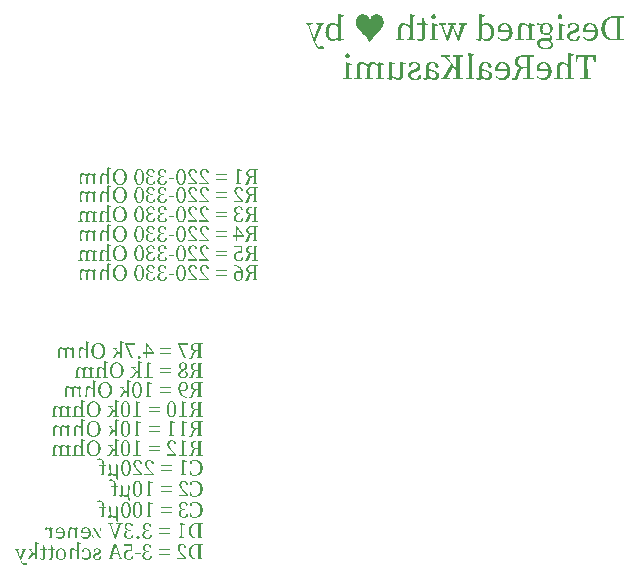
<source format=gbo>
G04 Layer: BottomSilkscreenLayer*
G04 EasyEDA v6.5.5, 2022-06-21 14:44:54*
G04 7803e98a07e24d43aec7228dd6304fe2,95753c6d73fd445989ad8f01ddeeb764,10*
G04 Gerber Generator version 0.2*
G04 Scale: 100 percent, Rotated: No, Reflected: No *
G04 Dimensions in millimeters *
G04 leading zeros omitted , absolute positions ,4 integer and 5 decimal *
%FSLAX45Y45*%
%MOMM*%

%ADD10C,0.0001*%

%LPD*%
G36*
X5163820Y15847313D02*
G01*
X5160010Y15845028D01*
X5160772Y15801594D01*
X5160772Y15649956D01*
X5185918Y15649956D01*
X5185918Y15738601D01*
X5190947Y15742818D01*
X5195671Y15746272D01*
X5200192Y15749117D01*
X5204561Y15751301D01*
X5208727Y15752927D01*
X5212791Y15754045D01*
X5216804Y15754654D01*
X5220716Y15754857D01*
X5225034Y15754654D01*
X5229301Y15753994D01*
X5233416Y15752927D01*
X5237378Y15751403D01*
X5241137Y15749371D01*
X5244744Y15746933D01*
X5248097Y15743936D01*
X5251196Y15740481D01*
X5254040Y15736468D01*
X5256580Y15731998D01*
X5258765Y15726918D01*
X5260644Y15721330D01*
X5262168Y15715132D01*
X5263235Y15708426D01*
X5263896Y15701060D01*
X5264150Y15693136D01*
X5263946Y15685465D01*
X5263337Y15678353D01*
X5262321Y15671800D01*
X5260898Y15665805D01*
X5259171Y15660319D01*
X5257038Y15655391D01*
X5254650Y15650921D01*
X5251907Y15647009D01*
X5248859Y15643555D01*
X5245557Y15640608D01*
X5242001Y15638170D01*
X5238242Y15636189D01*
X5234178Y15634614D01*
X5229961Y15633547D01*
X5225542Y15632887D01*
X5220970Y15632684D01*
X5216093Y15632887D01*
X5211470Y15633547D01*
X5207050Y15634716D01*
X5202783Y15636443D01*
X5198618Y15638780D01*
X5194452Y15641777D01*
X5190236Y15645485D01*
X5185918Y15649956D01*
X5160772Y15649956D01*
X5160772Y15633192D01*
X5135880Y15630398D01*
X5135880Y15621000D01*
X5183378Y15617951D01*
X5185156Y15638780D01*
X5189372Y15633903D01*
X5193842Y15629636D01*
X5198668Y15625927D01*
X5203748Y15622828D01*
X5209235Y15620390D01*
X5215077Y15618612D01*
X5221376Y15617545D01*
X5228082Y15617190D01*
X5233619Y15617393D01*
X5239004Y15618104D01*
X5244134Y15619171D01*
X5249062Y15620695D01*
X5253786Y15622625D01*
X5258257Y15624962D01*
X5262524Y15627705D01*
X5266486Y15630753D01*
X5270246Y15634207D01*
X5273700Y15637967D01*
X5276850Y15642082D01*
X5279745Y15646552D01*
X5282285Y15651276D01*
X5284571Y15656356D01*
X5286502Y15661640D01*
X5288127Y15667278D01*
X5289397Y15673120D01*
X5290312Y15679216D01*
X5290870Y15685566D01*
X5291074Y15692119D01*
X5290870Y15699130D01*
X5290261Y15705886D01*
X5289245Y15712389D01*
X5287873Y15718586D01*
X5286146Y15724428D01*
X5284063Y15730016D01*
X5281676Y15735249D01*
X5278882Y15740176D01*
X5275834Y15744799D01*
X5272481Y15749016D01*
X5268874Y15752876D01*
X5264962Y15756382D01*
X5260797Y15759531D01*
X5256377Y15762274D01*
X5251754Y15764611D01*
X5246878Y15766592D01*
X5241848Y15768116D01*
X5236565Y15769183D01*
X5231130Y15769894D01*
X5225542Y15770098D01*
X5220258Y15769894D01*
X5215077Y15769132D01*
X5209997Y15767862D01*
X5205018Y15765881D01*
X5200040Y15763240D01*
X5195163Y15759785D01*
X5190286Y15755518D01*
X5185410Y15750286D01*
X5185410Y15822930D01*
X5211064Y15825216D01*
X5211064Y15834360D01*
G37*
G36*
X4578096Y15847313D02*
G01*
X4574032Y15845028D01*
X4575048Y15801594D01*
X4575048Y15741396D01*
X4571085Y15745612D01*
X4566920Y15749524D01*
X4562551Y15753181D01*
X4558080Y15756534D01*
X4553458Y15759531D01*
X4548733Y15762224D01*
X4543907Y15764560D01*
X4539030Y15766491D01*
X4534103Y15768066D01*
X4529124Y15769183D01*
X4524146Y15769844D01*
X4519168Y15770098D01*
X4512868Y15769742D01*
X4507128Y15768726D01*
X4501946Y15766999D01*
X4497273Y15764510D01*
X4493158Y15761258D01*
X4489551Y15757194D01*
X4486503Y15752318D01*
X4484014Y15746526D01*
X4482033Y15739872D01*
X4480661Y15732302D01*
X4479848Y15723768D01*
X4479544Y15714218D01*
X4479391Y15659811D01*
X4479036Y15633954D01*
X4457954Y15630398D01*
X4457954Y15621000D01*
X4528312Y15621000D01*
X4528312Y15630398D01*
X4505452Y15633954D01*
X4504791Y15673171D01*
X4504690Y15713710D01*
X4505096Y15723412D01*
X4506264Y15731388D01*
X4508246Y15737840D01*
X4511090Y15742818D01*
X4514697Y15746476D01*
X4519168Y15748965D01*
X4524451Y15750336D01*
X4530598Y15750794D01*
X4535779Y15750540D01*
X4540961Y15749778D01*
X4546142Y15748457D01*
X4551375Y15746425D01*
X4556760Y15743732D01*
X4562348Y15740176D01*
X4568190Y15735807D01*
X4574286Y15730474D01*
X4574133Y15660065D01*
X4573778Y15633954D01*
X4552696Y15630398D01*
X4552696Y15621000D01*
X4623054Y15621000D01*
X4623054Y15630398D01*
X4600194Y15633954D01*
X4599533Y15666872D01*
X4599432Y15822930D01*
X4624324Y15825216D01*
X4624324Y15834360D01*
G37*
G36*
X3971036Y15847313D02*
G01*
X3967226Y15845028D01*
X3967987Y15801594D01*
X3967987Y15747238D01*
X3962450Y15752826D01*
X3956761Y15757550D01*
X3950970Y15761512D01*
X3945026Y15764662D01*
X3939032Y15767100D01*
X3932936Y15768777D01*
X3926840Y15769793D01*
X3920744Y15770098D01*
X3915867Y15769894D01*
X3911142Y15769285D01*
X3906570Y15768218D01*
X3902100Y15766796D01*
X3897833Y15765018D01*
X3893718Y15762782D01*
X3889806Y15760192D01*
X3886098Y15757245D01*
X3882644Y15753892D01*
X3879392Y15750235D01*
X3876344Y15746171D01*
X3873601Y15741802D01*
X3871163Y15737078D01*
X3868928Y15731998D01*
X3867048Y15726613D01*
X3865473Y15720872D01*
X3864254Y15714827D01*
X3863340Y15708477D01*
X3862781Y15701873D01*
X3862638Y15692882D01*
X3889248Y15692882D01*
X3889451Y15700298D01*
X3890010Y15707309D01*
X3890975Y15713811D01*
X3892245Y15719806D01*
X3893870Y15725394D01*
X3895801Y15730474D01*
X3898036Y15735096D01*
X3900576Y15739211D01*
X3903421Y15742869D01*
X3906469Y15746018D01*
X3909822Y15748711D01*
X3913378Y15750946D01*
X3917137Y15752622D01*
X3921099Y15753892D01*
X3925265Y15754604D01*
X3929634Y15754857D01*
X3933291Y15754705D01*
X3937152Y15754248D01*
X3941318Y15753334D01*
X3945788Y15751810D01*
X3950614Y15749574D01*
X3955796Y15746476D01*
X3961434Y15742462D01*
X3967479Y15737332D01*
X3967479Y15649448D01*
X3962806Y15645282D01*
X3958132Y15641777D01*
X3953459Y15638881D01*
X3948785Y15636595D01*
X3944162Y15634817D01*
X3939590Y15633649D01*
X3935069Y15632938D01*
X3930650Y15632684D01*
X3926586Y15632887D01*
X3922623Y15633496D01*
X3918712Y15634563D01*
X3914952Y15636036D01*
X3911346Y15638018D01*
X3907942Y15640405D01*
X3904742Y15643301D01*
X3901744Y15646704D01*
X3899052Y15650565D01*
X3896563Y15654985D01*
X3894429Y15659912D01*
X3892651Y15665348D01*
X3891178Y15671393D01*
X3890111Y15677946D01*
X3889451Y15685109D01*
X3889248Y15692882D01*
X3862638Y15692882D01*
X3862781Y15688106D01*
X3863340Y15681553D01*
X3864254Y15675254D01*
X3865524Y15669158D01*
X3867150Y15663367D01*
X3869131Y15657830D01*
X3871366Y15652597D01*
X3873957Y15647669D01*
X3876852Y15643098D01*
X3880002Y15638830D01*
X3883456Y15634868D01*
X3887165Y15631312D01*
X3891127Y15628112D01*
X3895344Y15625267D01*
X3899763Y15622879D01*
X3904437Y15620847D01*
X3909314Y15619272D01*
X3914343Y15618104D01*
X3919626Y15617444D01*
X3925062Y15617190D01*
X3930345Y15617444D01*
X3935729Y15618155D01*
X3941165Y15619526D01*
X3946601Y15621609D01*
X3952036Y15624454D01*
X3957472Y15628213D01*
X3962755Y15632988D01*
X3967987Y15638780D01*
X3970528Y15617951D01*
X4016248Y15621000D01*
X4016248Y15630398D01*
X3993134Y15633954D01*
X3992778Y15660065D01*
X3992626Y15822676D01*
X4017518Y15825216D01*
X4017518Y15834360D01*
G37*
G36*
X4177792Y15843504D02*
G01*
X4171899Y15843148D01*
X4166158Y15842183D01*
X4160621Y15840557D01*
X4155287Y15838322D01*
X4150207Y15835528D01*
X4145432Y15832175D01*
X4140962Y15828365D01*
X4136796Y15824047D01*
X4133037Y15819272D01*
X4129633Y15814141D01*
X4126737Y15808553D01*
X4124248Y15802660D01*
X4122267Y15796463D01*
X4120845Y15789960D01*
X4119930Y15783204D01*
X4119626Y15776194D01*
X4119879Y15770047D01*
X4120591Y15764103D01*
X4121708Y15758363D01*
X4123232Y15752724D01*
X4125112Y15747288D01*
X4127347Y15742056D01*
X4129836Y15736925D01*
X4132579Y15731998D01*
X4138777Y15722600D01*
X4145584Y15713862D01*
X4152747Y15705734D01*
X4160012Y15698216D01*
X4173728Y15685007D01*
X4183278Y15675508D01*
X4192828Y15665450D01*
X4202074Y15655188D01*
X4210812Y15644926D01*
X4218838Y15635071D01*
X4225950Y15625876D01*
X4231894Y15617596D01*
X4236466Y15610586D01*
X4237177Y15610230D01*
X4237736Y15610586D01*
X4242358Y15617596D01*
X4248353Y15625876D01*
X4255465Y15635071D01*
X4263491Y15644926D01*
X4272229Y15655188D01*
X4281424Y15665450D01*
X4290923Y15675508D01*
X4300474Y15685007D01*
X4314240Y15698266D01*
X4321505Y15705785D01*
X4328718Y15713913D01*
X4335576Y15722701D01*
X4341774Y15732099D01*
X4344568Y15737027D01*
X4347057Y15742157D01*
X4349292Y15747390D01*
X4351223Y15752826D01*
X4352747Y15758413D01*
X4353864Y15764205D01*
X4354576Y15770098D01*
X4354830Y15776194D01*
X4354525Y15783204D01*
X4353610Y15789960D01*
X4352137Y15796463D01*
X4350156Y15802660D01*
X4347667Y15808553D01*
X4344720Y15814141D01*
X4341317Y15819272D01*
X4337507Y15824047D01*
X4333341Y15828365D01*
X4328871Y15832175D01*
X4324045Y15835528D01*
X4318914Y15838322D01*
X4313580Y15840557D01*
X4308043Y15842183D01*
X4302302Y15843148D01*
X4296410Y15843504D01*
X4289856Y15843199D01*
X4283506Y15842335D01*
X4277410Y15840862D01*
X4271518Y15838779D01*
X4265930Y15836087D01*
X4260697Y15832785D01*
X4255820Y15828772D01*
X4251350Y15824149D01*
X4247388Y15818866D01*
X4243882Y15812871D01*
X4240885Y15806166D01*
X4238294Y15798038D01*
X4237736Y15796920D01*
X4237228Y15796768D01*
X4236618Y15796920D01*
X4236161Y15797377D01*
X4233367Y15806166D01*
X4230420Y15812871D01*
X4226915Y15818866D01*
X4222953Y15824149D01*
X4218482Y15828772D01*
X4213606Y15832785D01*
X4208322Y15836087D01*
X4202734Y15838779D01*
X4196842Y15840862D01*
X4190695Y15842335D01*
X4184345Y15843199D01*
G37*
G36*
X5848858Y15842742D02*
G01*
X5841390Y15841421D01*
X5835192Y15837662D01*
X5830874Y15831819D01*
X5829300Y15824200D01*
X5830874Y15816630D01*
X5835192Y15810585D01*
X5841390Y15806572D01*
X5848858Y15805150D01*
X5856732Y15806572D01*
X5863082Y15810585D01*
X5867349Y15816630D01*
X5868924Y15824200D01*
X5867349Y15831819D01*
X5863082Y15837662D01*
X5856732Y15841421D01*
G37*
G36*
X4777994Y15842742D02*
G01*
X4770424Y15841421D01*
X4764227Y15837662D01*
X4760010Y15831819D01*
X4758436Y15824200D01*
X4760010Y15816630D01*
X4764227Y15810585D01*
X4770424Y15806572D01*
X4777994Y15805150D01*
X4785817Y15806572D01*
X4792065Y15810585D01*
X4796282Y15816630D01*
X4797806Y15824200D01*
X4796282Y15831819D01*
X4792116Y15837662D01*
X4785817Y15841421D01*
G37*
G36*
X6297930Y15825724D02*
G01*
X6291630Y15825571D01*
X6285484Y15825165D01*
X6279540Y15824454D01*
X6273698Y15823488D01*
X6268059Y15822269D01*
X6262624Y15820745D01*
X6257340Y15818967D01*
X6252260Y15816935D01*
X6247333Y15814649D01*
X6242659Y15812058D01*
X6233871Y15806166D01*
X6229807Y15802813D01*
X6225997Y15799206D01*
X6222390Y15795345D01*
X6218986Y15791281D01*
X6215837Y15786912D01*
X6212941Y15782340D01*
X6210300Y15777514D01*
X6207912Y15772434D01*
X6205778Y15767100D01*
X6203899Y15761563D01*
X6202324Y15755772D01*
X6201003Y15749727D01*
X6199987Y15743478D01*
X6199225Y15737027D01*
X6198768Y15730321D01*
X6198616Y15723362D01*
X6230366Y15723362D01*
X6230518Y15730575D01*
X6230924Y15737535D01*
X6231585Y15744190D01*
X6232499Y15750540D01*
X6233718Y15756585D01*
X6235192Y15762376D01*
X6236919Y15767812D01*
X6238849Y15772993D01*
X6241084Y15777870D01*
X6243574Y15782442D01*
X6246266Y15786709D01*
X6249263Y15790672D01*
X6252464Y15794329D01*
X6255918Y15797682D01*
X6259576Y15800730D01*
X6263538Y15803422D01*
X6267653Y15805861D01*
X6272072Y15807944D01*
X6276644Y15809722D01*
X6281470Y15811195D01*
X6286550Y15812312D01*
X6291834Y15813125D01*
X6297320Y15813633D01*
X6329426Y15813786D01*
X6330035Y15779445D01*
X6330188Y15697098D01*
X6330035Y15668142D01*
X6329426Y15633192D01*
X6299555Y15633344D01*
X6293764Y15633903D01*
X6288227Y15634716D01*
X6282944Y15635935D01*
X6277914Y15637459D01*
X6273139Y15639288D01*
X6268567Y15641421D01*
X6264249Y15643910D01*
X6260236Y15646704D01*
X6256426Y15649803D01*
X6252870Y15653207D01*
X6249568Y15656966D01*
X6246520Y15660928D01*
X6243777Y15665246D01*
X6241237Y15669818D01*
X6238951Y15674695D01*
X6236970Y15679826D01*
X6235242Y15685262D01*
X6233718Y15690951D01*
X6231585Y15703143D01*
X6230924Y15709646D01*
X6230518Y15716351D01*
X6230366Y15723362D01*
X6198616Y15723362D01*
X6198768Y15716402D01*
X6199276Y15709696D01*
X6200089Y15703245D01*
X6201206Y15696996D01*
X6202680Y15690951D01*
X6204407Y15685160D01*
X6206439Y15679623D01*
X6208725Y15674289D01*
X6211366Y15669209D01*
X6214211Y15664383D01*
X6217310Y15659811D01*
X6220714Y15655442D01*
X6224320Y15651378D01*
X6228181Y15647517D01*
X6232296Y15643910D01*
X6236614Y15640557D01*
X6241186Y15637510D01*
X6245961Y15634665D01*
X6250889Y15632074D01*
X6256070Y15629788D01*
X6261404Y15627756D01*
X6266942Y15625978D01*
X6272631Y15624454D01*
X6278524Y15623235D01*
X6284518Y15622269D01*
X6290716Y15621558D01*
X6297066Y15621152D01*
X6303518Y15621000D01*
X6387084Y15621000D01*
X6387084Y15631668D01*
X6358636Y15634716D01*
X6358229Y15668650D01*
X6358128Y15757855D01*
X6358636Y15812007D01*
X6387084Y15815056D01*
X6387084Y15825724D01*
G37*
G36*
X4676902Y15808198D02*
G01*
X4678680Y15766034D01*
X4637532Y15766034D01*
X4637532Y15752572D01*
X4678934Y15752572D01*
X4678934Y15654019D01*
X4677714Y15643606D01*
X4674158Y15636494D01*
X4668520Y15632430D01*
X4661154Y15631160D01*
X4656023Y15631668D01*
X4651095Y15633293D01*
X4646015Y15635986D01*
X4640326Y15639796D01*
X4634230Y15632684D01*
X4637379Y15629229D01*
X4640884Y15626181D01*
X4644796Y15623540D01*
X4649012Y15621304D01*
X4653635Y15619526D01*
X4658614Y15618256D01*
X4663897Y15617444D01*
X4669536Y15617190D01*
X4677308Y15617698D01*
X4684166Y15619323D01*
X4690160Y15622016D01*
X4695139Y15625826D01*
X4699101Y15630804D01*
X4701946Y15636900D01*
X4703724Y15644215D01*
X4704334Y15652750D01*
X4704080Y15678404D01*
X4704080Y15752572D01*
X4729988Y15752572D01*
X4729988Y15763494D01*
X4702556Y15766796D01*
X4694428Y15808198D01*
G37*
G36*
X6100064Y15770098D02*
G01*
X6094018Y15769844D01*
X6088176Y15769082D01*
X6082639Y15767812D01*
X6077305Y15766034D01*
X6072276Y15763798D01*
X6067602Y15761106D01*
X6063234Y15758007D01*
X6059220Y15754400D01*
X6055563Y15750438D01*
X6052362Y15746018D01*
X6049568Y15741192D01*
X6047232Y15736011D01*
X6045403Y15730474D01*
X6044031Y15724530D01*
X6043813Y15722854D01*
X6067806Y15722854D01*
X6068466Y15729864D01*
X6070295Y15736468D01*
X6073292Y15742462D01*
X6077254Y15747796D01*
X6082182Y15752165D01*
X6087973Y15755518D01*
X6094425Y15757651D01*
X6101588Y15758413D01*
X6106312Y15758109D01*
X6110986Y15757093D01*
X6115608Y15755416D01*
X6120079Y15753029D01*
X6124346Y15749981D01*
X6128308Y15746120D01*
X6131966Y15741548D01*
X6135268Y15736163D01*
X6138113Y15730016D01*
X6140399Y15723057D01*
X6142126Y15715234D01*
X6143244Y15706598D01*
X6084316Y15705836D01*
X6076035Y15707106D01*
X6071006Y15710611D01*
X6068517Y15715996D01*
X6067806Y15722854D01*
X6043813Y15722854D01*
X6043218Y15718282D01*
X6042914Y15711678D01*
X6043066Y15706750D01*
X6043472Y15702229D01*
X6044184Y15698165D01*
X6045200Y15694660D01*
X6143498Y15694913D01*
X6143193Y15687598D01*
X6142380Y15680690D01*
X6141161Y15674340D01*
X6139535Y15668396D01*
X6137452Y15662960D01*
X6135014Y15657982D01*
X6132220Y15653461D01*
X6129070Y15649397D01*
X6125514Y15645841D01*
X6121704Y15642742D01*
X6117539Y15640151D01*
X6113119Y15638018D01*
X6108395Y15636341D01*
X6103416Y15635173D01*
X6098184Y15634462D01*
X6092698Y15634207D01*
X6085433Y15634614D01*
X6078931Y15635782D01*
X6072987Y15637713D01*
X6067602Y15640304D01*
X6062624Y15643504D01*
X6058001Y15647263D01*
X6053683Y15651581D01*
X6049518Y15656306D01*
X6043422Y15651988D01*
X6046368Y15646755D01*
X6049721Y15641929D01*
X6053378Y15637459D01*
X6057341Y15633395D01*
X6061710Y15629737D01*
X6066383Y15626486D01*
X6071362Y15623743D01*
X6076746Y15621406D01*
X6082385Y15619577D01*
X6088380Y15618256D01*
X6094679Y15617444D01*
X6101334Y15617190D01*
X6107379Y15617393D01*
X6113221Y15618002D01*
X6118809Y15619018D01*
X6124244Y15620441D01*
X6129375Y15622219D01*
X6134303Y15624403D01*
X6138926Y15626994D01*
X6143294Y15629940D01*
X6147409Y15633242D01*
X6151219Y15636900D01*
X6154724Y15640964D01*
X6157874Y15645333D01*
X6160719Y15650057D01*
X6163208Y15655137D01*
X6165392Y15660573D01*
X6167170Y15666364D01*
X6168593Y15672460D01*
X6169609Y15678861D01*
X6170218Y15685566D01*
X6170422Y15692628D01*
X6170168Y15699587D01*
X6169456Y15706293D01*
X6168339Y15712694D01*
X6166713Y15718840D01*
X6164732Y15724682D01*
X6162395Y15730219D01*
X6159652Y15735401D01*
X6156553Y15740329D01*
X6153150Y15744850D01*
X6149441Y15749066D01*
X6145428Y15752927D01*
X6141161Y15756432D01*
X6136690Y15759531D01*
X6131966Y15762274D01*
X6127038Y15764611D01*
X6121908Y15766592D01*
X6116624Y15768116D01*
X6111240Y15769183D01*
X6105702Y15769894D01*
G37*
G36*
X5958840Y15770098D02*
G01*
X5952794Y15769894D01*
X5947054Y15769285D01*
X5941568Y15768319D01*
X5936234Y15766897D01*
X5931052Y15765170D01*
X5925972Y15763036D01*
X5920943Y15760496D01*
X5915914Y15757651D01*
X5917184Y15726663D01*
X5930900Y15726663D01*
X5936742Y15752572D01*
X5942228Y15754959D01*
X5947714Y15756686D01*
X5953201Y15757804D01*
X5958840Y15758160D01*
X5965748Y15757753D01*
X5971743Y15756585D01*
X5976823Y15754654D01*
X5981039Y15752013D01*
X5984290Y15748812D01*
X5986678Y15745002D01*
X5988100Y15740634D01*
X5988558Y15735807D01*
X5988202Y15731032D01*
X5987034Y15726867D01*
X5985052Y15723209D01*
X5982157Y15719958D01*
X5978245Y15716961D01*
X5973318Y15714167D01*
X5967323Y15711424D01*
X5942330Y15702076D01*
X5935929Y15699181D01*
X5930290Y15696133D01*
X5925312Y15692932D01*
X5921044Y15689529D01*
X5917387Y15685973D01*
X5914339Y15682213D01*
X5911900Y15678302D01*
X5910072Y15674187D01*
X5908802Y15669869D01*
X5908040Y15665348D01*
X5907786Y15660624D01*
X5908040Y15656306D01*
X5908751Y15652038D01*
X5909919Y15647924D01*
X5911545Y15643961D01*
X5913678Y15640202D01*
X5916269Y15636595D01*
X5919317Y15633242D01*
X5922822Y15630144D01*
X5926734Y15627299D01*
X5931154Y15624759D01*
X5936030Y15622574D01*
X5941314Y15620695D01*
X5947054Y15619171D01*
X5953252Y15618104D01*
X5959906Y15617444D01*
X5966968Y15617190D01*
X5973368Y15617393D01*
X5979414Y15617901D01*
X5985256Y15618815D01*
X5990894Y15620034D01*
X5996432Y15621660D01*
X6001918Y15623641D01*
X6007404Y15625927D01*
X6012942Y15628619D01*
X6013450Y15662148D01*
X5998972Y15662148D01*
X5992368Y15633954D01*
X5986678Y15631668D01*
X5980633Y15630093D01*
X5974181Y15629178D01*
X5967222Y15628874D01*
X5958789Y15629331D01*
X5951524Y15630651D01*
X5945428Y15632785D01*
X5940501Y15635681D01*
X5936742Y15639237D01*
X5934049Y15643453D01*
X5932424Y15648228D01*
X5931916Y15653512D01*
X5932322Y15658185D01*
X5933541Y15662401D01*
X5935624Y15666161D01*
X5938621Y15669564D01*
X5942533Y15672765D01*
X5947460Y15675711D01*
X5953404Y15678607D01*
X5960364Y15681451D01*
X5974842Y15686024D01*
X5980328Y15688208D01*
X5985459Y15690545D01*
X5990234Y15693085D01*
X5994552Y15695879D01*
X5998514Y15698825D01*
X6001969Y15702076D01*
X6005017Y15705531D01*
X6007506Y15709290D01*
X6009538Y15713354D01*
X6010960Y15717723D01*
X6011875Y15722396D01*
X6012180Y15727426D01*
X6011773Y15733013D01*
X6010605Y15738449D01*
X6008674Y15743631D01*
X6005982Y15748558D01*
X6002528Y15753080D01*
X5998362Y15757245D01*
X5993485Y15760903D01*
X5987897Y15764052D01*
X5981649Y15766592D01*
X5974689Y15768523D01*
X5967069Y15769691D01*
G37*
G36*
X5730494Y15770098D02*
G01*
X5724702Y15769894D01*
X5719165Y15769386D01*
X5713882Y15768472D01*
X5708904Y15767151D01*
X5704179Y15765526D01*
X5699760Y15763443D01*
X5695645Y15761004D01*
X5691886Y15758160D01*
X5657088Y15769844D01*
X5652516Y15766796D01*
X5652516Y15748762D01*
X5683504Y15749524D01*
X5680100Y15743275D01*
X5677509Y15736366D01*
X5675934Y15728696D01*
X5675409Y15720822D01*
X5699760Y15720822D01*
X5700268Y15729051D01*
X5701792Y15736519D01*
X5704332Y15743174D01*
X5707786Y15748812D01*
X5712104Y15753435D01*
X5717336Y15756839D01*
X5723382Y15758972D01*
X5730240Y15759684D01*
X5737199Y15758922D01*
X5743397Y15756788D01*
X5748782Y15753283D01*
X5753303Y15748609D01*
X5756910Y15742818D01*
X5759551Y15736011D01*
X5761177Y15728289D01*
X5761736Y15719806D01*
X5761228Y15711220D01*
X5759653Y15703499D01*
X5757113Y15696692D01*
X5753658Y15690900D01*
X5749290Y15686227D01*
X5744057Y15682823D01*
X5738012Y15680639D01*
X5731256Y15679928D01*
X5726480Y15680283D01*
X5722061Y15681299D01*
X5717997Y15682976D01*
X5714288Y15685211D01*
X5710986Y15688056D01*
X5708091Y15691408D01*
X5705602Y15695269D01*
X5703519Y15699587D01*
X5701893Y15704362D01*
X5700725Y15709493D01*
X5700014Y15714980D01*
X5699760Y15720822D01*
X5675409Y15720822D01*
X5675630Y15714421D01*
X5676442Y15708884D01*
X5677763Y15703651D01*
X5679541Y15698774D01*
X5681776Y15694253D01*
X5684469Y15690088D01*
X5687517Y15686278D01*
X5691022Y15682823D01*
X5694883Y15679775D01*
X5699099Y15677083D01*
X5703620Y15674797D01*
X5708497Y15672917D01*
X5713628Y15671444D01*
X5719013Y15670377D01*
X5724652Y15669717D01*
X5730494Y15669513D01*
X5736996Y15669768D01*
X5743244Y15670580D01*
X5749188Y15671850D01*
X5754878Y15673578D01*
X5758535Y15668447D01*
X5761177Y15663570D01*
X5762752Y15658642D01*
X5763260Y15653512D01*
X5762345Y15647416D01*
X5759196Y15642945D01*
X5753201Y15640202D01*
X5743702Y15639288D01*
X5703062Y15639288D01*
X5695035Y15638983D01*
X5687771Y15638068D01*
X5681268Y15636595D01*
X5675426Y15634563D01*
X5670346Y15632023D01*
X5665978Y15628924D01*
X5662269Y15625318D01*
X5659323Y15621203D01*
X5656986Y15616682D01*
X5655360Y15611703D01*
X5654344Y15606268D01*
X5654040Y15600426D01*
X5654344Y15595447D01*
X5654896Y15592298D01*
X5676392Y15592298D01*
X5676798Y15597276D01*
X5678017Y15601950D01*
X5680100Y15606115D01*
X5683199Y15609773D01*
X5687263Y15612770D01*
X5692444Y15615005D01*
X5698794Y15616428D01*
X5706364Y15616936D01*
X5745988Y15616986D01*
X5756656Y15617444D01*
X5762498Y15610890D01*
X5766460Y15604286D01*
X5768644Y15597327D01*
X5769356Y15589757D01*
X5768644Y15582646D01*
X5766460Y15576550D01*
X5763056Y15571419D01*
X5758383Y15567253D01*
X5752592Y15564104D01*
X5745784Y15561818D01*
X5738063Y15560497D01*
X5729478Y15560040D01*
X5721045Y15560344D01*
X5713374Y15561157D01*
X5706414Y15562529D01*
X5700115Y15564357D01*
X5694578Y15566593D01*
X5689803Y15569285D01*
X5685688Y15572384D01*
X5682386Y15575788D01*
X5679744Y15579547D01*
X5677865Y15583560D01*
X5676747Y15587827D01*
X5676392Y15592298D01*
X5654896Y15592298D01*
X5655208Y15590519D01*
X5656732Y15585694D01*
X5658815Y15580969D01*
X5661456Y15576397D01*
X5664708Y15572079D01*
X5668568Y15567964D01*
X5672988Y15564154D01*
X5678017Y15560598D01*
X5683605Y15557449D01*
X5689803Y15554655D01*
X5696559Y15552318D01*
X5703925Y15550438D01*
X5711850Y15549016D01*
X5720384Y15548152D01*
X5729478Y15547848D01*
X5737504Y15548051D01*
X5744972Y15548559D01*
X5751830Y15549422D01*
X5758129Y15550591D01*
X5763920Y15552115D01*
X5769102Y15553893D01*
X5773775Y15555976D01*
X5777890Y15558363D01*
X5781497Y15560954D01*
X5784596Y15563850D01*
X5787186Y15566948D01*
X5789320Y15570250D01*
X5790946Y15573756D01*
X5792063Y15577464D01*
X5792774Y15581376D01*
X5792978Y15585440D01*
X5792622Y15590266D01*
X5791403Y15594838D01*
X5789371Y15599257D01*
X5786323Y15603474D01*
X5782310Y15607538D01*
X5777230Y15611500D01*
X5770981Y15615412D01*
X5763514Y15619222D01*
X5771845Y15622981D01*
X5778093Y15628213D01*
X5782005Y15634919D01*
X5783326Y15643098D01*
X5783072Y15646755D01*
X5782208Y15650463D01*
X5780735Y15654274D01*
X5778601Y15658287D01*
X5775706Y15662503D01*
X5772099Y15666974D01*
X5767578Y15671749D01*
X5762244Y15676880D01*
X5767476Y15680232D01*
X5772150Y15684144D01*
X5776214Y15688716D01*
X5779566Y15693847D01*
X5782259Y15699536D01*
X5784240Y15705886D01*
X5785459Y15712795D01*
X5785866Y15720313D01*
X5785612Y15726105D01*
X5784799Y15731591D01*
X5783529Y15736722D01*
X5781751Y15741497D01*
X5779516Y15745917D01*
X5776874Y15750032D01*
X5773775Y15753740D01*
X5770270Y15757093D01*
X5766409Y15760090D01*
X5762193Y15762732D01*
X5757621Y15764967D01*
X5752744Y15766796D01*
X5747562Y15768218D01*
X5742127Y15769285D01*
X5736437Y15769894D01*
G37*
G36*
X5530342Y15770098D02*
G01*
X5524144Y15769742D01*
X5518454Y15768726D01*
X5513324Y15766999D01*
X5508701Y15764459D01*
X5504586Y15761207D01*
X5501081Y15757144D01*
X5498084Y15752267D01*
X5495594Y15746526D01*
X5493715Y15739872D01*
X5492343Y15732353D01*
X5491480Y15723869D01*
X5491226Y15714472D01*
X5491073Y15659811D01*
X5490718Y15633954D01*
X5469382Y15630398D01*
X5469382Y15621000D01*
X5539740Y15621000D01*
X5539740Y15630398D01*
X5517134Y15633954D01*
X5516473Y15673171D01*
X5516372Y15713710D01*
X5516727Y15723260D01*
X5517845Y15731185D01*
X5519724Y15737586D01*
X5522417Y15742615D01*
X5525973Y15746374D01*
X5530392Y15748914D01*
X5535726Y15750336D01*
X5542026Y15750794D01*
X5547055Y15750540D01*
X5552135Y15749676D01*
X5557215Y15748203D01*
X5562396Y15746069D01*
X5567730Y15743275D01*
X5573166Y15739770D01*
X5578805Y15735503D01*
X5584698Y15730474D01*
X5584545Y15660065D01*
X5584190Y15633954D01*
X5562854Y15630398D01*
X5562854Y15621000D01*
X5633212Y15621000D01*
X5633212Y15630398D01*
X5610606Y15633954D01*
X5610250Y15660065D01*
X5610098Y15707461D01*
X5610402Y15727883D01*
X5610860Y15741396D01*
X5635244Y15743936D01*
X5635244Y15753080D01*
X5592318Y15769844D01*
X5588000Y15767050D01*
X5585460Y15741904D01*
X5581497Y15746120D01*
X5577332Y15750082D01*
X5573014Y15753689D01*
X5568492Y15756991D01*
X5563920Y15759988D01*
X5559247Y15762579D01*
X5554472Y15764814D01*
X5549646Y15766694D01*
X5544820Y15768167D01*
X5539943Y15769234D01*
X5535117Y15769894D01*
G37*
G36*
X5376164Y15770098D02*
G01*
X5370068Y15769844D01*
X5364226Y15769082D01*
X5358638Y15767812D01*
X5353304Y15766034D01*
X5348274Y15763798D01*
X5343550Y15761106D01*
X5339181Y15758007D01*
X5335219Y15754400D01*
X5331612Y15750438D01*
X5328412Y15746018D01*
X5325618Y15741192D01*
X5323281Y15736011D01*
X5321452Y15730474D01*
X5319899Y15722854D01*
X5343906Y15722854D01*
X5344566Y15729864D01*
X5346395Y15736468D01*
X5349392Y15742462D01*
X5353354Y15747796D01*
X5358282Y15752165D01*
X5364073Y15755518D01*
X5370525Y15757651D01*
X5377688Y15758413D01*
X5382361Y15758109D01*
X5386984Y15757093D01*
X5391607Y15755416D01*
X5396026Y15753029D01*
X5400294Y15749981D01*
X5404307Y15746120D01*
X5408015Y15741548D01*
X5411317Y15736163D01*
X5414162Y15730016D01*
X5416499Y15723057D01*
X5418226Y15715234D01*
X5419344Y15706598D01*
X5360416Y15705836D01*
X5352135Y15707106D01*
X5347106Y15710611D01*
X5344617Y15715996D01*
X5343906Y15722854D01*
X5319899Y15722854D01*
X5319268Y15718282D01*
X5319014Y15711678D01*
X5319166Y15706750D01*
X5319572Y15702229D01*
X5320284Y15698165D01*
X5321300Y15694660D01*
X5419598Y15694913D01*
X5419293Y15687598D01*
X5418480Y15680690D01*
X5417261Y15674340D01*
X5415635Y15668396D01*
X5413552Y15662960D01*
X5411114Y15657982D01*
X5408320Y15653461D01*
X5405170Y15649397D01*
X5401614Y15645841D01*
X5397804Y15642742D01*
X5393639Y15640151D01*
X5389219Y15638018D01*
X5384495Y15636341D01*
X5379516Y15635173D01*
X5374284Y15634462D01*
X5368798Y15634207D01*
X5361533Y15634614D01*
X5355031Y15635782D01*
X5349087Y15637713D01*
X5343702Y15640304D01*
X5338724Y15643504D01*
X5334101Y15647263D01*
X5329783Y15651581D01*
X5325618Y15656306D01*
X5319522Y15651988D01*
X5322468Y15646755D01*
X5325821Y15641929D01*
X5329478Y15637459D01*
X5333441Y15633395D01*
X5337810Y15629737D01*
X5342483Y15626486D01*
X5347462Y15623743D01*
X5352846Y15621406D01*
X5358485Y15619577D01*
X5364480Y15618256D01*
X5370779Y15617444D01*
X5377434Y15617190D01*
X5383479Y15617393D01*
X5389321Y15618002D01*
X5394909Y15619018D01*
X5400294Y15620441D01*
X5405424Y15622219D01*
X5410352Y15624403D01*
X5414975Y15626994D01*
X5419344Y15629940D01*
X5423408Y15633242D01*
X5427167Y15636900D01*
X5430672Y15640964D01*
X5433822Y15645333D01*
X5436666Y15650057D01*
X5439105Y15655137D01*
X5441238Y15660573D01*
X5443016Y15666364D01*
X5444439Y15672460D01*
X5445455Y15678861D01*
X5446064Y15685566D01*
X5446268Y15692628D01*
X5446014Y15699587D01*
X5445302Y15706293D01*
X5444185Y15712694D01*
X5442610Y15718840D01*
X5440629Y15724682D01*
X5438292Y15730219D01*
X5435549Y15735401D01*
X5432501Y15740329D01*
X5429097Y15744850D01*
X5425389Y15749066D01*
X5421426Y15752927D01*
X5417210Y15756432D01*
X5412689Y15759531D01*
X5408015Y15762274D01*
X5403088Y15764611D01*
X5398008Y15766592D01*
X5392724Y15768116D01*
X5387340Y15769183D01*
X5381802Y15769894D01*
G37*
G36*
X5839714Y15769844D02*
G01*
X5835650Y15767050D01*
X5836158Y15726410D01*
X5836005Y15660065D01*
X5835650Y15633954D01*
X5814568Y15630398D01*
X5814568Y15621000D01*
X5884926Y15621000D01*
X5884926Y15630398D01*
X5861558Y15633954D01*
X5861202Y15660065D01*
X5861050Y15707613D01*
X5861354Y15727832D01*
X5861812Y15741904D01*
X5886704Y15744190D01*
X5886704Y15753334D01*
G37*
G36*
X4768850Y15769844D02*
G01*
X4764532Y15767050D01*
X4765294Y15726410D01*
X4765243Y15673425D01*
X4764532Y15633954D01*
X4743704Y15630398D01*
X4743704Y15621000D01*
X4814062Y15621000D01*
X4814062Y15630398D01*
X4790694Y15633954D01*
X4790338Y15660065D01*
X4790186Y15707613D01*
X4790490Y15727832D01*
X4790948Y15741904D01*
X4815840Y15744190D01*
X4815840Y15753334D01*
G37*
G36*
X4827524Y15766034D02*
G01*
X4827524Y15755874D01*
X4844796Y15752318D01*
X4889500Y15618968D01*
X4900422Y15618968D01*
X4913223Y15652546D01*
X4930597Y15699892D01*
X4936286Y15716656D01*
X4940808Y15730728D01*
X4981702Y15618968D01*
X4992624Y15618968D01*
X5041900Y15753080D01*
X5059426Y15755874D01*
X5059426Y15766034D01*
X4990084Y15766034D01*
X4990084Y15755874D01*
X5014214Y15752572D01*
X4980940Y15652750D01*
X4945380Y15752318D01*
X4969002Y15755874D01*
X4969002Y15766034D01*
X4902454Y15766034D01*
X4902454Y15755874D01*
X4925822Y15752063D01*
X4888992Y15654019D01*
X4859274Y15752063D01*
X4883404Y15755874D01*
X4883404Y15766034D01*
G37*
G36*
X3694937Y15766034D02*
G01*
X3694937Y15756636D01*
X3711956Y15753588D01*
X3766972Y15608452D01*
X3770680Y15599714D01*
X3774389Y15591688D01*
X3778097Y15584322D01*
X3781806Y15577667D01*
X3785514Y15571724D01*
X3789273Y15566339D01*
X3793032Y15561665D01*
X3796842Y15557550D01*
X3800703Y15554096D01*
X3804564Y15551200D01*
X3808476Y15548813D01*
X3812438Y15547035D01*
X3816502Y15545765D01*
X3820566Y15545054D01*
X3824732Y15544800D01*
X3830065Y15545155D01*
X3835146Y15546171D01*
X3839768Y15547848D01*
X3843883Y15550083D01*
X3847287Y15552877D01*
X3849928Y15556179D01*
X3851554Y15559938D01*
X3852164Y15564104D01*
X3849522Y15569692D01*
X3844950Y15573552D01*
X3839108Y15575838D01*
X3832606Y15576550D01*
X3826611Y15575889D01*
X3821226Y15573806D01*
X3815943Y15570352D01*
X3810254Y15565374D01*
X3807968Y15563088D01*
X3803040Y15567355D01*
X3798519Y15572130D01*
X3794404Y15577362D01*
X3790645Y15583001D01*
X3787140Y15588996D01*
X3783939Y15595346D01*
X3780993Y15601950D01*
X3776979Y15612110D01*
X3833876Y15754350D01*
X3851401Y15756636D01*
X3851401Y15766034D01*
X3778758Y15766034D01*
X3778758Y15756636D01*
X3805174Y15753588D01*
X3765042Y15644622D01*
X3726434Y15753334D01*
X3754120Y15756636D01*
X3754120Y15766034D01*
G37*
G36*
X5919978Y15517113D02*
G01*
X5916168Y15514828D01*
X5916930Y15471394D01*
X5916930Y15411196D01*
X5913018Y15415412D01*
X5908852Y15419324D01*
X5904534Y15422981D01*
X5900064Y15426334D01*
X5895441Y15429331D01*
X5890717Y15432024D01*
X5885891Y15434360D01*
X5880963Y15436291D01*
X5875985Y15437866D01*
X5871006Y15438983D01*
X5866028Y15439644D01*
X5861050Y15439898D01*
X5854852Y15439542D01*
X5849162Y15438526D01*
X5843981Y15436799D01*
X5839307Y15434310D01*
X5835243Y15431058D01*
X5831636Y15426994D01*
X5828639Y15422118D01*
X5826150Y15416326D01*
X5824169Y15409672D01*
X5822797Y15402102D01*
X5821984Y15393568D01*
X5821680Y15384018D01*
X5821527Y15329611D01*
X5821172Y15303754D01*
X5799836Y15300198D01*
X5799836Y15290800D01*
X5870448Y15290800D01*
X5870448Y15300198D01*
X5847334Y15303754D01*
X5846978Y15329611D01*
X5846826Y15383510D01*
X5847232Y15393212D01*
X5848400Y15401188D01*
X5850382Y15407640D01*
X5853176Y15412618D01*
X5856782Y15416276D01*
X5861202Y15418765D01*
X5866434Y15420136D01*
X5872480Y15420594D01*
X5877712Y15420340D01*
X5882894Y15419578D01*
X5888126Y15418257D01*
X5893409Y15416225D01*
X5898845Y15413532D01*
X5904433Y15409976D01*
X5910275Y15405607D01*
X5916422Y15400274D01*
X5916269Y15329865D01*
X5915914Y15303754D01*
X5894578Y15300198D01*
X5894578Y15290800D01*
X5964936Y15290800D01*
X5964936Y15300198D01*
X5942076Y15303754D01*
X5941720Y15329865D01*
X5941568Y15492730D01*
X5966460Y15495016D01*
X5966460Y15504160D01*
G37*
G36*
X5077206Y15517113D02*
G01*
X5072888Y15514828D01*
X5074412Y15471394D01*
X5074310Y15342311D01*
X5073650Y15303754D01*
X5049266Y15300198D01*
X5049266Y15290800D01*
X5124196Y15290800D01*
X5124196Y15300198D01*
X5100066Y15303754D01*
X5099558Y15348712D01*
X5099558Y15492730D01*
X5124196Y15495016D01*
X5124196Y15504160D01*
G37*
G36*
X4048251Y15512542D02*
G01*
X4040784Y15511221D01*
X4034586Y15507462D01*
X4030268Y15501619D01*
X4028694Y15494000D01*
X4030268Y15486430D01*
X4034586Y15480385D01*
X4040784Y15476372D01*
X4048251Y15474950D01*
X4056075Y15476372D01*
X4062323Y15480385D01*
X4066540Y15486430D01*
X4068064Y15494000D01*
X4066540Y15501619D01*
X4062323Y15507462D01*
X4056075Y15511221D01*
G37*
G36*
X5982970Y15495524D02*
G01*
X5980938Y15441168D01*
X5995670Y15441168D01*
X6004560Y15482062D01*
X6052566Y15482062D01*
X6053023Y15434767D01*
X6053023Y15345156D01*
X6052566Y15304769D01*
X6020816Y15301468D01*
X6020816Y15290800D01*
X6113018Y15290800D01*
X6113018Y15301468D01*
X6081522Y15304769D01*
X6081115Y15338044D01*
X6081014Y15427909D01*
X6081522Y15482062D01*
X6129528Y15482062D01*
X6137910Y15441168D01*
X6153404Y15441168D01*
X6150864Y15495524D01*
G37*
G36*
X5538470Y15495524D02*
G01*
X5529986Y15495269D01*
X5521960Y15494609D01*
X5514390Y15493492D01*
X5507329Y15491917D01*
X5500725Y15489885D01*
X5494680Y15487497D01*
X5489092Y15484652D01*
X5484063Y15481401D01*
X5479592Y15477744D01*
X5475681Y15473730D01*
X5472328Y15469311D01*
X5469585Y15464536D01*
X5467400Y15459405D01*
X5465826Y15453918D01*
X5464860Y15448076D01*
X5464568Y15442184D01*
X5493512Y15442184D01*
X5493816Y15448534D01*
X5494731Y15454426D01*
X5496255Y15459811D01*
X5498439Y15464637D01*
X5501284Y15469006D01*
X5504738Y15472816D01*
X5508904Y15476016D01*
X5513730Y15478709D01*
X5519216Y15480842D01*
X5525414Y15482366D01*
X5532374Y15483281D01*
X5539994Y15483586D01*
X5566664Y15483586D01*
X5567070Y15449499D01*
X5567172Y15397988D01*
X5542280Y15397988D01*
X5534456Y15398394D01*
X5527294Y15399512D01*
X5520842Y15401340D01*
X5515051Y15403779D01*
X5510022Y15406878D01*
X5505602Y15410586D01*
X5501894Y15414751D01*
X5498896Y15419425D01*
X5496509Y15424556D01*
X5494832Y15430093D01*
X5493867Y15435986D01*
X5493512Y15442184D01*
X5464568Y15442184D01*
X5464911Y15436037D01*
X5466029Y15430246D01*
X5467858Y15424657D01*
X5470448Y15419324D01*
X5473750Y15414244D01*
X5477814Y15409468D01*
X5482539Y15405100D01*
X5488025Y15401137D01*
X5494223Y15397632D01*
X5501132Y15394635D01*
X5508802Y15392196D01*
X5517134Y15390368D01*
X5510326Y15388437D01*
X5504281Y15385796D01*
X5498947Y15382392D01*
X5494274Y15378226D01*
X5490159Y15373096D01*
X5486552Y15367050D01*
X5483402Y15359938D01*
X5480558Y15351760D01*
X5466334Y15303754D01*
X5442458Y15301468D01*
X5442458Y15290800D01*
X5447334Y15289479D01*
X5452821Y15288513D01*
X5458968Y15287955D01*
X5465826Y15287751D01*
X5472430Y15288006D01*
X5478119Y15288818D01*
X5482996Y15290190D01*
X5487111Y15292171D01*
X5490514Y15294863D01*
X5493207Y15298267D01*
X5495290Y15302382D01*
X5496814Y15307310D01*
X5509260Y15355824D01*
X5511749Y15364256D01*
X5514746Y15371063D01*
X5518404Y15376398D01*
X5522874Y15380411D01*
X5528157Y15383205D01*
X5534558Y15385034D01*
X5542076Y15385999D01*
X5550916Y15386304D01*
X5567172Y15386304D01*
X5567070Y15337942D01*
X5566664Y15304769D01*
X5538216Y15301468D01*
X5538216Y15290800D01*
X5624068Y15290800D01*
X5624068Y15301468D01*
X5595620Y15304516D01*
X5595162Y15344749D01*
X5595162Y15434665D01*
X5595620Y15481807D01*
X5624068Y15484856D01*
X5624068Y15495524D01*
G37*
G36*
X4843018Y15495524D02*
G01*
X4843018Y15484856D01*
X4871974Y15481300D01*
X4924044Y15418307D01*
X4860544Y15304262D01*
X4836922Y15301468D01*
X4836922Y15290800D01*
X4915408Y15290800D01*
X4915408Y15301468D01*
X4890008Y15304516D01*
X4940554Y15398496D01*
X4971034Y15361666D01*
X4970830Y15327223D01*
X4970272Y15304769D01*
X4941570Y15301468D01*
X4941570Y15290800D01*
X5027168Y15290800D01*
X5027168Y15301468D01*
X4998466Y15304516D01*
X4998008Y15344749D01*
X4998008Y15434665D01*
X4998466Y15481807D01*
X5027168Y15484856D01*
X5027168Y15495524D01*
X4941316Y15495524D01*
X4941316Y15484856D01*
X4970272Y15481807D01*
X4970830Y15455087D01*
X4971034Y15379700D01*
X4888738Y15480792D01*
X4913122Y15484856D01*
X4913122Y15495524D01*
G37*
G36*
X5706618Y15439898D02*
G01*
X5700522Y15439644D01*
X5694680Y15438882D01*
X5689041Y15437612D01*
X5683707Y15435834D01*
X5678678Y15433598D01*
X5673953Y15430906D01*
X5669534Y15427807D01*
X5665520Y15424200D01*
X5661914Y15420238D01*
X5658662Y15415818D01*
X5655868Y15410992D01*
X5653532Y15405811D01*
X5651703Y15400274D01*
X5650331Y15394330D01*
X5650113Y15392654D01*
X5674106Y15392654D01*
X5674766Y15399664D01*
X5676595Y15406268D01*
X5679592Y15412262D01*
X5683554Y15417596D01*
X5688482Y15421965D01*
X5694273Y15425318D01*
X5700725Y15427451D01*
X5707888Y15428213D01*
X5712612Y15427909D01*
X5717286Y15426893D01*
X5721908Y15425216D01*
X5726379Y15422829D01*
X5730646Y15419781D01*
X5734608Y15415920D01*
X5738266Y15411348D01*
X5741568Y15405963D01*
X5744413Y15399816D01*
X5746699Y15392857D01*
X5748426Y15385034D01*
X5749544Y15376398D01*
X5690616Y15375636D01*
X5682335Y15376906D01*
X5677306Y15380411D01*
X5674817Y15385796D01*
X5674106Y15392654D01*
X5650113Y15392654D01*
X5649518Y15388082D01*
X5649214Y15381478D01*
X5649417Y15376550D01*
X5649874Y15372029D01*
X5650585Y15367965D01*
X5651500Y15364460D01*
X5749798Y15364713D01*
X5749493Y15357398D01*
X5748680Y15350490D01*
X5747512Y15344140D01*
X5745886Y15338196D01*
X5743803Y15332760D01*
X5741416Y15327782D01*
X5738622Y15323261D01*
X5735472Y15319197D01*
X5731967Y15315641D01*
X5728106Y15312542D01*
X5723940Y15309951D01*
X5719521Y15307818D01*
X5714796Y15306141D01*
X5709767Y15304973D01*
X5704484Y15304262D01*
X5698998Y15304007D01*
X5691835Y15304414D01*
X5685383Y15305582D01*
X5679490Y15307513D01*
X5674106Y15310104D01*
X5669178Y15313304D01*
X5664555Y15317063D01*
X5660237Y15321381D01*
X5656072Y15326106D01*
X5649976Y15321788D01*
X5652922Y15316555D01*
X5656275Y15311729D01*
X5659932Y15307259D01*
X5663895Y15303195D01*
X5668213Y15299537D01*
X5672886Y15296286D01*
X5677865Y15293543D01*
X5683199Y15291206D01*
X5688838Y15289377D01*
X5694781Y15288056D01*
X5701080Y15287244D01*
X5707634Y15286990D01*
X5713730Y15287193D01*
X5719572Y15287802D01*
X5725210Y15288818D01*
X5730595Y15290241D01*
X5735777Y15292019D01*
X5740704Y15294203D01*
X5745378Y15296794D01*
X5749747Y15299740D01*
X5753811Y15303042D01*
X5757621Y15306700D01*
X5761075Y15310764D01*
X5764276Y15315133D01*
X5767070Y15319857D01*
X5769559Y15324937D01*
X5771692Y15330373D01*
X5773470Y15336164D01*
X5774893Y15342260D01*
X5775909Y15348661D01*
X5776518Y15355366D01*
X5776722Y15362428D01*
X5776468Y15369387D01*
X5775756Y15376093D01*
X5774639Y15382494D01*
X5773064Y15388640D01*
X5771032Y15394482D01*
X5768695Y15400019D01*
X5765952Y15405201D01*
X5762853Y15410129D01*
X5759450Y15414650D01*
X5755741Y15418866D01*
X5751779Y15422727D01*
X5747512Y15426232D01*
X5743041Y15429331D01*
X5738317Y15432074D01*
X5733440Y15434411D01*
X5728360Y15436392D01*
X5723077Y15437916D01*
X5717692Y15438983D01*
X5712206Y15439694D01*
G37*
G36*
X5357876Y15439898D02*
G01*
X5351780Y15439644D01*
X5345938Y15438882D01*
X5340350Y15437612D01*
X5335016Y15435834D01*
X5329986Y15433598D01*
X5325262Y15430906D01*
X5320893Y15427807D01*
X5316931Y15424200D01*
X5313324Y15420238D01*
X5310124Y15415818D01*
X5307330Y15410992D01*
X5304993Y15405811D01*
X5303164Y15400274D01*
X5301611Y15392654D01*
X5325364Y15392654D01*
X5326024Y15399664D01*
X5327853Y15406268D01*
X5330850Y15412262D01*
X5334863Y15417596D01*
X5339791Y15421965D01*
X5345633Y15425318D01*
X5352186Y15427451D01*
X5359400Y15428213D01*
X5364073Y15427909D01*
X5368696Y15426893D01*
X5373268Y15425216D01*
X5377688Y15422829D01*
X5381955Y15419781D01*
X5385917Y15415920D01*
X5389575Y15411348D01*
X5392826Y15405963D01*
X5395671Y15399816D01*
X5397957Y15392857D01*
X5399684Y15385034D01*
X5400802Y15376398D01*
X5341874Y15375636D01*
X5333746Y15376906D01*
X5328666Y15380411D01*
X5326075Y15385796D01*
X5325364Y15392654D01*
X5301611Y15392654D01*
X5300980Y15388082D01*
X5300726Y15381478D01*
X5300878Y15376550D01*
X5301284Y15372029D01*
X5301894Y15367965D01*
X5302758Y15364460D01*
X5401310Y15364713D01*
X5400954Y15357398D01*
X5400141Y15350490D01*
X5398871Y15344140D01*
X5397246Y15338196D01*
X5395163Y15332760D01*
X5392724Y15327782D01*
X5389930Y15323261D01*
X5386730Y15319197D01*
X5383225Y15315641D01*
X5379364Y15312542D01*
X5375249Y15309951D01*
X5370779Y15307818D01*
X5366054Y15306141D01*
X5361025Y15304973D01*
X5355742Y15304262D01*
X5350256Y15304007D01*
X5343093Y15304414D01*
X5336641Y15305582D01*
X5330748Y15307513D01*
X5325364Y15310104D01*
X5320436Y15313304D01*
X5315813Y15317063D01*
X5311495Y15321381D01*
X5307330Y15326106D01*
X5301234Y15321788D01*
X5304180Y15316555D01*
X5307533Y15311729D01*
X5311190Y15307259D01*
X5315153Y15303195D01*
X5319471Y15299537D01*
X5324144Y15296286D01*
X5329123Y15293543D01*
X5334457Y15291206D01*
X5340096Y15289377D01*
X5346039Y15288056D01*
X5352338Y15287244D01*
X5358892Y15286990D01*
X5364988Y15287193D01*
X5370830Y15287802D01*
X5376468Y15288818D01*
X5381853Y15290241D01*
X5387035Y15292019D01*
X5391962Y15294203D01*
X5396636Y15296794D01*
X5401005Y15299740D01*
X5405069Y15303042D01*
X5408879Y15306700D01*
X5412333Y15310764D01*
X5415534Y15315133D01*
X5418328Y15319857D01*
X5420817Y15324937D01*
X5422950Y15330373D01*
X5424728Y15336164D01*
X5426151Y15342260D01*
X5427167Y15348661D01*
X5427776Y15355366D01*
X5427980Y15362428D01*
X5427726Y15369387D01*
X5427014Y15376093D01*
X5425897Y15382494D01*
X5424322Y15388640D01*
X5422341Y15394482D01*
X5420004Y15400019D01*
X5417261Y15405201D01*
X5414213Y15410129D01*
X5410809Y15414650D01*
X5407101Y15418866D01*
X5403138Y15422727D01*
X5398922Y15426232D01*
X5394401Y15429331D01*
X5389727Y15432074D01*
X5384800Y15434411D01*
X5379720Y15436392D01*
X5374436Y15437916D01*
X5369052Y15438983D01*
X5363514Y15439694D01*
G37*
G36*
X5211318Y15439898D02*
G01*
X5205476Y15439745D01*
X5200040Y15439186D01*
X5194960Y15438323D01*
X5190286Y15437053D01*
X5186019Y15435376D01*
X5182108Y15433344D01*
X5178602Y15430855D01*
X5175453Y15427909D01*
X5172710Y15424556D01*
X5170322Y15420746D01*
X5168341Y15416479D01*
X5166715Y15411704D01*
X5165445Y15406471D01*
X5164531Y15400680D01*
X5164023Y15394381D01*
X5163820Y15387574D01*
X5163820Y15371318D01*
X5188966Y15371318D01*
X5204510Y15366441D01*
X5217160Y15361919D01*
X5226151Y15358008D01*
X5233314Y15353995D01*
X5238851Y15349880D01*
X5242915Y15345663D01*
X5245709Y15341396D01*
X5247487Y15337129D01*
X5248402Y15332862D01*
X5248656Y15328646D01*
X5248148Y15322854D01*
X5246776Y15317927D01*
X5244541Y15313812D01*
X5241544Y15310510D01*
X5237886Y15307970D01*
X5233670Y15306192D01*
X5228894Y15305125D01*
X5223764Y15304769D01*
X5219852Y15304973D01*
X5216093Y15305684D01*
X5212435Y15306903D01*
X5208676Y15308732D01*
X5204561Y15311119D01*
X5194909Y15317978D01*
X5188966Y15322550D01*
X5188966Y15371318D01*
X5163820Y15371318D01*
X5163820Y15321026D01*
X5163058Y15311882D01*
X5160822Y15305836D01*
X5157266Y15302484D01*
X5152644Y15301468D01*
X5149138Y15301976D01*
X5146040Y15303449D01*
X5143144Y15305836D01*
X5140198Y15309088D01*
X5134610Y15302992D01*
X5140248Y15295727D01*
X5146497Y15290952D01*
X5153406Y15288310D01*
X5161026Y15287498D01*
X5166410Y15287904D01*
X5171236Y15289174D01*
X5175554Y15291155D01*
X5179263Y15293898D01*
X5182463Y15297353D01*
X5185003Y15301417D01*
X5186934Y15306141D01*
X5188204Y15311374D01*
X5194249Y15305582D01*
X5199837Y15300604D01*
X5205222Y15296388D01*
X5210505Y15292984D01*
X5215890Y15290342D01*
X5221528Y15288463D01*
X5227574Y15287345D01*
X5234178Y15286990D01*
X5239664Y15287244D01*
X5244947Y15288056D01*
X5249926Y15289377D01*
X5254599Y15291206D01*
X5258866Y15293543D01*
X5262727Y15296438D01*
X5266182Y15299791D01*
X5269077Y15303703D01*
X5271414Y15308122D01*
X5273141Y15312999D01*
X5274208Y15318435D01*
X5274564Y15324328D01*
X5274310Y15328900D01*
X5273598Y15333319D01*
X5272278Y15337536D01*
X5270296Y15341549D01*
X5267655Y15345460D01*
X5264251Y15349270D01*
X5259984Y15352979D01*
X5254853Y15356636D01*
X5248757Y15360192D01*
X5241594Y15363748D01*
X5233365Y15367254D01*
X5224018Y15370810D01*
X5216194Y15373451D01*
X5207457Y15376042D01*
X5188966Y15380716D01*
X5188966Y15390368D01*
X5189372Y15400578D01*
X5190642Y15408910D01*
X5192776Y15415513D01*
X5195874Y15420543D01*
X5199888Y15424150D01*
X5204917Y15426537D01*
X5211013Y15427807D01*
X5218176Y15428213D01*
X5222240Y15428061D01*
X5226456Y15427604D01*
X5230825Y15426842D01*
X5235448Y15425674D01*
X5241290Y15404846D01*
X5243677Y15398546D01*
X5247030Y15394127D01*
X5251399Y15391485D01*
X5256784Y15390622D01*
X5262321Y15391384D01*
X5266385Y15393619D01*
X5269128Y15397276D01*
X5270500Y15402306D01*
X5268823Y15407944D01*
X5266436Y15413228D01*
X5263438Y15418054D01*
X5259781Y15422422D01*
X5255514Y15426385D01*
X5250738Y15429839D01*
X5245354Y15432836D01*
X5239461Y15435326D01*
X5233111Y15437307D01*
X5226253Y15438729D01*
X5218988Y15439593D01*
G37*
G36*
X4761738Y15439898D02*
G01*
X4755896Y15439745D01*
X4750460Y15439186D01*
X4745380Y15438323D01*
X4740706Y15437053D01*
X4736439Y15435376D01*
X4732528Y15433344D01*
X4729022Y15430855D01*
X4725873Y15427909D01*
X4723130Y15424556D01*
X4720742Y15420746D01*
X4718761Y15416479D01*
X4717135Y15411704D01*
X4715865Y15406471D01*
X4714951Y15400680D01*
X4714443Y15394381D01*
X4714240Y15387574D01*
X4714240Y15371318D01*
X4739386Y15371318D01*
X4754981Y15366441D01*
X4767580Y15361919D01*
X4776571Y15358008D01*
X4783734Y15353995D01*
X4789271Y15349880D01*
X4793335Y15345663D01*
X4796129Y15341396D01*
X4797907Y15337129D01*
X4798822Y15332862D01*
X4799076Y15328646D01*
X4798568Y15322854D01*
X4797196Y15317927D01*
X4794961Y15313812D01*
X4791964Y15310510D01*
X4788306Y15307970D01*
X4784090Y15306192D01*
X4779314Y15305125D01*
X4774184Y15304769D01*
X4770272Y15304973D01*
X4766513Y15305684D01*
X4762855Y15306903D01*
X4759096Y15308732D01*
X4754981Y15311119D01*
X4745329Y15317978D01*
X4739386Y15322550D01*
X4739386Y15371318D01*
X4714240Y15371318D01*
X4714240Y15321026D01*
X4713478Y15311882D01*
X4711242Y15305836D01*
X4707686Y15302484D01*
X4703064Y15301468D01*
X4699558Y15301976D01*
X4696460Y15303449D01*
X4693564Y15305836D01*
X4690618Y15309088D01*
X4685030Y15302992D01*
X4690668Y15295727D01*
X4696917Y15290952D01*
X4703826Y15288310D01*
X4711446Y15287498D01*
X4716830Y15287904D01*
X4721707Y15289174D01*
X4726025Y15291155D01*
X4729784Y15293898D01*
X4732985Y15297353D01*
X4735525Y15301417D01*
X4737404Y15306141D01*
X4738624Y15311374D01*
X4744669Y15305582D01*
X4750257Y15300604D01*
X4755642Y15296388D01*
X4760925Y15292984D01*
X4766310Y15290342D01*
X4771948Y15288463D01*
X4777994Y15287345D01*
X4784598Y15286990D01*
X4790084Y15287244D01*
X4795367Y15288056D01*
X4800346Y15289377D01*
X4805019Y15291206D01*
X4809286Y15293543D01*
X4813147Y15296438D01*
X4816602Y15299791D01*
X4819497Y15303703D01*
X4821834Y15308122D01*
X4823561Y15312999D01*
X4824628Y15318435D01*
X4824984Y15324328D01*
X4824780Y15328900D01*
X4824018Y15333319D01*
X4822748Y15337536D01*
X4820818Y15341549D01*
X4818176Y15345460D01*
X4814773Y15349270D01*
X4810506Y15352979D01*
X4805375Y15356636D01*
X4799279Y15360192D01*
X4792116Y15363748D01*
X4783886Y15367254D01*
X4774438Y15370810D01*
X4766614Y15373451D01*
X4757877Y15376042D01*
X4739386Y15380716D01*
X4739386Y15390368D01*
X4739792Y15400578D01*
X4741062Y15408910D01*
X4743196Y15415513D01*
X4746294Y15420543D01*
X4750308Y15424150D01*
X4755337Y15426537D01*
X4761433Y15427807D01*
X4768596Y15428213D01*
X4772660Y15428061D01*
X4776825Y15427604D01*
X4781245Y15426842D01*
X4785868Y15425674D01*
X4791710Y15404846D01*
X4794097Y15398546D01*
X4797450Y15394127D01*
X4801819Y15391485D01*
X4807204Y15390622D01*
X4812792Y15391384D01*
X4816906Y15393619D01*
X4819650Y15397276D01*
X4820920Y15402306D01*
X4819243Y15407944D01*
X4816856Y15413228D01*
X4813858Y15418054D01*
X4810201Y15422422D01*
X4805934Y15426385D01*
X4801158Y15429839D01*
X4795774Y15432836D01*
X4789881Y15435326D01*
X4783531Y15437307D01*
X4776673Y15438729D01*
X4769408Y15439593D01*
G37*
G36*
X4613402Y15439898D02*
G01*
X4607356Y15439694D01*
X4601616Y15439085D01*
X4596130Y15438119D01*
X4590796Y15436697D01*
X4585614Y15434970D01*
X4580534Y15432836D01*
X4575505Y15430296D01*
X4570476Y15427451D01*
X4571746Y15396463D01*
X4585462Y15396463D01*
X4591304Y15422372D01*
X4596688Y15424759D01*
X4602175Y15426486D01*
X4607712Y15427604D01*
X4613402Y15427960D01*
X4620310Y15427553D01*
X4626305Y15426385D01*
X4631385Y15424454D01*
X4635601Y15421813D01*
X4638852Y15418612D01*
X4641240Y15414802D01*
X4642662Y15410434D01*
X4643120Y15405607D01*
X4642764Y15400832D01*
X4641545Y15396667D01*
X4639564Y15393009D01*
X4636617Y15389758D01*
X4632706Y15386761D01*
X4627778Y15383967D01*
X4621784Y15381224D01*
X4596841Y15371876D01*
X4590389Y15368981D01*
X4584700Y15365933D01*
X4579721Y15362732D01*
X4575403Y15359329D01*
X4571695Y15355773D01*
X4568698Y15352013D01*
X4566259Y15348102D01*
X4564380Y15343987D01*
X4563110Y15339669D01*
X4562348Y15335148D01*
X4562094Y15330424D01*
X4562348Y15326106D01*
X4563059Y15321838D01*
X4564227Y15317724D01*
X4565904Y15313761D01*
X4568037Y15310002D01*
X4570628Y15306395D01*
X4573676Y15303042D01*
X4577181Y15299944D01*
X4581194Y15297099D01*
X4585563Y15294559D01*
X4590440Y15292374D01*
X4595723Y15290495D01*
X4601464Y15288971D01*
X4607661Y15287904D01*
X4614265Y15287244D01*
X4621276Y15286990D01*
X4627727Y15287193D01*
X4633874Y15287701D01*
X4639767Y15288615D01*
X4645456Y15289834D01*
X4650994Y15291460D01*
X4656480Y15293441D01*
X4661966Y15295727D01*
X4667504Y15298419D01*
X4668012Y15331948D01*
X4653534Y15331948D01*
X4646930Y15303754D01*
X4641240Y15301468D01*
X4635195Y15299893D01*
X4628743Y15298978D01*
X4621784Y15298674D01*
X4613351Y15299131D01*
X4606086Y15300451D01*
X4599990Y15302585D01*
X4595063Y15305481D01*
X4591304Y15309037D01*
X4588611Y15313253D01*
X4586986Y15318028D01*
X4586478Y15323312D01*
X4586884Y15327985D01*
X4588103Y15332201D01*
X4590186Y15335961D01*
X4593183Y15339364D01*
X4597095Y15342565D01*
X4602022Y15345511D01*
X4607966Y15348407D01*
X4614926Y15351251D01*
X4629150Y15355824D01*
X4634636Y15358008D01*
X4639767Y15360345D01*
X4644542Y15362885D01*
X4648962Y15365679D01*
X4652924Y15368625D01*
X4656429Y15371876D01*
X4659477Y15375331D01*
X4662017Y15379090D01*
X4664049Y15383154D01*
X4665522Y15387523D01*
X4666437Y15392196D01*
X4666742Y15397226D01*
X4666335Y15402813D01*
X4665167Y15408249D01*
X4663236Y15413431D01*
X4660544Y15418358D01*
X4657090Y15422880D01*
X4652924Y15427045D01*
X4648047Y15430703D01*
X4642459Y15433852D01*
X4636211Y15436392D01*
X4629251Y15438323D01*
X4621631Y15439491D01*
G37*
G36*
X4165600Y15439898D02*
G01*
X4159605Y15439593D01*
X4154068Y15438577D01*
X4148988Y15436900D01*
X4144416Y15434563D01*
X4140301Y15431414D01*
X4136694Y15427553D01*
X4133646Y15422880D01*
X4131106Y15417393D01*
X4129074Y15411094D01*
X4127652Y15403880D01*
X4126788Y15395803D01*
X4126484Y15386812D01*
X4126331Y15329611D01*
X4125976Y15303754D01*
X4104386Y15300198D01*
X4104386Y15290800D01*
X4174744Y15290800D01*
X4174744Y15300198D01*
X4151884Y15303754D01*
X4151528Y15329611D01*
X4151376Y15383763D01*
X4151782Y15393517D01*
X4152900Y15401493D01*
X4154881Y15407843D01*
X4157624Y15412719D01*
X4161231Y15416276D01*
X4165650Y15418612D01*
X4170883Y15419933D01*
X4177029Y15420340D01*
X4181906Y15420086D01*
X4186783Y15419222D01*
X4191762Y15417800D01*
X4196842Y15415717D01*
X4202074Y15412923D01*
X4207459Y15409418D01*
X4213098Y15405100D01*
X4218940Y15400019D01*
X4218381Y15392603D01*
X4218178Y15384272D01*
X4217974Y15329611D01*
X4217416Y15303754D01*
X4196334Y15300198D01*
X4196334Y15290800D01*
X4266946Y15290800D01*
X4266946Y15300198D01*
X4243578Y15303754D01*
X4243222Y15329611D01*
X4243070Y15383256D01*
X4243425Y15392857D01*
X4244594Y15400832D01*
X4246473Y15407284D01*
X4249166Y15412262D01*
X4252671Y15415971D01*
X4256989Y15418460D01*
X4262170Y15419882D01*
X4268216Y15420340D01*
X4273346Y15420086D01*
X4278426Y15419222D01*
X4283405Y15417749D01*
X4288383Y15415666D01*
X4293463Y15412872D01*
X4298696Y15409418D01*
X4304131Y15405201D01*
X4309872Y15400274D01*
X4309719Y15329865D01*
X4309364Y15303754D01*
X4288028Y15300198D01*
X4288028Y15290800D01*
X4358386Y15290800D01*
X4358386Y15300198D01*
X4335780Y15303754D01*
X4335424Y15329865D01*
X4335272Y15382900D01*
X4335576Y15402204D01*
X4336034Y15411196D01*
X4360418Y15413736D01*
X4360418Y15422880D01*
X4317492Y15439644D01*
X4313174Y15436850D01*
X4310634Y15411957D01*
X4306773Y15416123D01*
X4302760Y15420035D01*
X4298645Y15423591D01*
X4294327Y15426893D01*
X4289907Y15429839D01*
X4285386Y15432379D01*
X4280814Y15434614D01*
X4276140Y15436494D01*
X4271467Y15437967D01*
X4266742Y15439034D01*
X4262018Y15439694D01*
X4257294Y15439898D01*
X4250486Y15439491D01*
X4244340Y15438221D01*
X4238853Y15436088D01*
X4233976Y15433090D01*
X4229760Y15429077D01*
X4226204Y15424150D01*
X4223258Y15418206D01*
X4220972Y15411196D01*
X4216857Y15415869D01*
X4212590Y15420136D01*
X4208221Y15423946D01*
X4203750Y15427350D01*
X4199178Y15430296D01*
X4194505Y15432887D01*
X4189831Y15435021D01*
X4185056Y15436799D01*
X4180230Y15438170D01*
X4175353Y15439136D01*
X4170476Y15439694D01*
G37*
G36*
X4039108Y15439644D02*
G01*
X4035044Y15436850D01*
X4035551Y15396210D01*
X4035399Y15329865D01*
X4035044Y15303754D01*
X4013962Y15300198D01*
X4013962Y15290800D01*
X4084320Y15290800D01*
X4084320Y15300198D01*
X4060951Y15303754D01*
X4060596Y15329865D01*
X4060444Y15377413D01*
X4060748Y15397632D01*
X4061206Y15411704D01*
X4086098Y15413990D01*
X4086098Y15423134D01*
G37*
G36*
X4404614Y15438119D02*
G01*
X4401820Y15435072D01*
X4402582Y15391638D01*
X4402582Y15303246D01*
X4381754Y15299944D01*
X4381754Y15290800D01*
X4424172Y15288260D01*
X4426966Y15315946D01*
X4430928Y15311323D01*
X4435043Y15307106D01*
X4439259Y15303296D01*
X4443679Y15299842D01*
X4448149Y15296845D01*
X4452721Y15294254D01*
X4457395Y15292019D01*
X4462068Y15290190D01*
X4466844Y15288818D01*
X4471670Y15287802D01*
X4476496Y15287193D01*
X4481322Y15286990D01*
X4487367Y15287294D01*
X4492955Y15288260D01*
X4498136Y15289885D01*
X4502861Y15292273D01*
X4507077Y15295372D01*
X4510836Y15299334D01*
X4514037Y15304109D01*
X4516678Y15309748D01*
X4518812Y15316352D01*
X4520285Y15323921D01*
X4521200Y15332506D01*
X4521454Y15342107D01*
X4520438Y15420086D01*
X4542536Y15424657D01*
X4542536Y15433548D01*
X4497578Y15438119D01*
X4494530Y15435072D01*
X4496054Y15391638D01*
X4496054Y15343632D01*
X4495647Y15334183D01*
X4494428Y15326309D01*
X4492345Y15319908D01*
X4489500Y15314930D01*
X4485894Y15311221D01*
X4481474Y15308681D01*
X4476292Y15307259D01*
X4470400Y15306801D01*
X4464913Y15307106D01*
X4459427Y15308021D01*
X4453991Y15309596D01*
X4448606Y15311780D01*
X4443272Y15314625D01*
X4437989Y15318028D01*
X4432808Y15322143D01*
X4427728Y15326868D01*
X4426966Y15419832D01*
X4448810Y15424150D01*
X4448810Y15433294D01*
G37*
G36*
X2018538Y14545818D02*
G01*
X2016252Y14544294D01*
X2016760Y14516607D01*
X2016760Y14478507D01*
X2012899Y14482419D01*
X2008784Y14485975D01*
X2004415Y14489074D01*
X1999945Y14491766D01*
X1995322Y14493900D01*
X1990598Y14495475D01*
X1985873Y14496440D01*
X1981200Y14496796D01*
X1975357Y14496288D01*
X1970328Y14494814D01*
X1966010Y14492224D01*
X1962454Y14488566D01*
X1959660Y14483638D01*
X1957679Y14477492D01*
X1956460Y14470075D01*
X1956054Y14461236D01*
X1955800Y14409928D01*
X1942084Y14407896D01*
X1942084Y14401800D01*
X1987042Y14401800D01*
X1987042Y14407896D01*
X1972310Y14409928D01*
X1972056Y14460728D01*
X1973072Y14472056D01*
X1976069Y14479422D01*
X1981149Y14483384D01*
X1988312Y14484604D01*
X1994916Y14483943D01*
X2001621Y14481708D01*
X2008632Y14477644D01*
X2016252Y14471396D01*
X2016201Y14426590D01*
X2015998Y14409928D01*
X2002536Y14407896D01*
X2002536Y14401800D01*
X2047239Y14401800D01*
X2047239Y14407896D01*
X2032762Y14409928D01*
X2032254Y14442694D01*
X2032254Y14530324D01*
X2048256Y14531848D01*
X2048256Y14537690D01*
G37*
G36*
X2121916Y14535150D02*
G01*
X2116277Y14534845D01*
X2110689Y14534032D01*
X2105253Y14532610D01*
X2099919Y14530679D01*
X2094788Y14528190D01*
X2089912Y14525193D01*
X2085289Y14521637D01*
X2080971Y14517573D01*
X2077059Y14513001D01*
X2073503Y14507921D01*
X2070354Y14502333D01*
X2067712Y14496237D01*
X2065629Y14489684D01*
X2064054Y14482622D01*
X2063089Y14475104D01*
X2062734Y14467078D01*
X2083054Y14467078D01*
X2083307Y14474647D01*
X2084070Y14482063D01*
X2085339Y14489226D01*
X2087168Y14496034D01*
X2089505Y14502384D01*
X2092401Y14508226D01*
X2095855Y14513407D01*
X2099868Y14517878D01*
X2104491Y14521535D01*
X2109673Y14524228D01*
X2115515Y14525904D01*
X2121916Y14526513D01*
X2126843Y14526158D01*
X2131415Y14525193D01*
X2135682Y14523618D01*
X2139594Y14521535D01*
X2143150Y14518843D01*
X2146401Y14515744D01*
X2149297Y14512188D01*
X2151938Y14508226D01*
X2154224Y14503907D01*
X2156155Y14499285D01*
X2157831Y14494357D01*
X2159152Y14489226D01*
X2160219Y14483892D01*
X2160930Y14478406D01*
X2161387Y14472767D01*
X2161540Y14467078D01*
X2161387Y14461337D01*
X2160930Y14455698D01*
X2160219Y14450161D01*
X2159152Y14444776D01*
X2157831Y14439595D01*
X2156155Y14434667D01*
X2154224Y14430044D01*
X2151938Y14425726D01*
X2149297Y14421764D01*
X2146401Y14418157D01*
X2143150Y14415058D01*
X2139594Y14412417D01*
X2135682Y14410283D01*
X2131415Y14408708D01*
X2126843Y14407743D01*
X2121916Y14407388D01*
X2117039Y14407743D01*
X2112518Y14408708D01*
X2108352Y14410283D01*
X2104491Y14412417D01*
X2100986Y14415058D01*
X2097786Y14418157D01*
X2094941Y14421764D01*
X2092401Y14425726D01*
X2090166Y14430044D01*
X2088235Y14434667D01*
X2086660Y14439595D01*
X2085339Y14444776D01*
X2084324Y14450161D01*
X2083612Y14455698D01*
X2083206Y14461337D01*
X2083054Y14467078D01*
X2062734Y14467078D01*
X2063038Y14459254D01*
X2064004Y14451838D01*
X2065578Y14444878D01*
X2067712Y14438325D01*
X2070303Y14432280D01*
X2073402Y14426692D01*
X2076957Y14421561D01*
X2080920Y14416938D01*
X2085187Y14412823D01*
X2089810Y14409216D01*
X2094687Y14406168D01*
X2099818Y14403628D01*
X2105152Y14401596D01*
X2110638Y14400174D01*
X2116226Y14399310D01*
X2121916Y14399006D01*
X2127656Y14399260D01*
X2133295Y14400123D01*
X2138832Y14401495D01*
X2144217Y14403425D01*
X2149398Y14405914D01*
X2154326Y14408912D01*
X2158949Y14412417D01*
X2163267Y14416481D01*
X2167229Y14421053D01*
X2170836Y14426133D01*
X2173935Y14431721D01*
X2176576Y14437817D01*
X2178710Y14444370D01*
X2180285Y14451482D01*
X2181250Y14459051D01*
X2181606Y14467078D01*
X2181250Y14474850D01*
X2180285Y14482267D01*
X2178710Y14489226D01*
X2176576Y14495729D01*
X2173935Y14501774D01*
X2170836Y14507362D01*
X2167229Y14512493D01*
X2163267Y14517116D01*
X2158949Y14521230D01*
X2154326Y14524837D01*
X2149398Y14527936D01*
X2144217Y14530527D01*
X2138832Y14532508D01*
X2133295Y14533981D01*
X2127656Y14534845D01*
G37*
G36*
X2835402Y14534896D02*
G01*
X2829407Y14534591D01*
X2823972Y14533727D01*
X2819095Y14532356D01*
X2814828Y14530476D01*
X2811068Y14528088D01*
X2807817Y14525244D01*
X2805125Y14521992D01*
X2802890Y14518335D01*
X2801213Y14514322D01*
X2800045Y14509953D01*
X2799334Y14505279D01*
X2799080Y14500351D01*
X2799283Y14496186D01*
X2799943Y14492122D01*
X2801061Y14488109D01*
X2802737Y14484045D01*
X2804922Y14479828D01*
X2807665Y14475460D01*
X2811068Y14470786D01*
X2819755Y14460372D01*
X2831287Y14447875D01*
X2861056Y14416786D01*
X2793492Y14416786D01*
X2793492Y14401800D01*
X2873502Y14401800D01*
X2873502Y14413992D01*
X2844038Y14447266D01*
X2837383Y14455140D01*
X2831642Y14462455D01*
X2826816Y14469262D01*
X2822905Y14475663D01*
X2819908Y14481810D01*
X2817774Y14487753D01*
X2816504Y14493544D01*
X2816098Y14499336D01*
X2816504Y14505330D01*
X2817774Y14510715D01*
X2819755Y14515439D01*
X2822498Y14519452D01*
X2825953Y14522704D01*
X2830017Y14525040D01*
X2834741Y14526513D01*
X2839974Y14527022D01*
X2844698Y14526818D01*
X2850388Y14526006D01*
X2854198Y14511782D01*
X2856280Y14505990D01*
X2858668Y14502130D01*
X2861513Y14499996D01*
X2864866Y14499336D01*
X2867812Y14499742D01*
X2870403Y14500961D01*
X2872638Y14502892D01*
X2874264Y14505432D01*
X2872638Y14512290D01*
X2869844Y14518284D01*
X2865932Y14523364D01*
X2861106Y14527479D01*
X2855518Y14530730D01*
X2849270Y14533067D01*
X2842514Y14534438D01*
G37*
G36*
X2737612Y14534896D02*
G01*
X2728925Y14534235D01*
X2721457Y14532356D01*
X2715158Y14529307D01*
X2710129Y14525244D01*
X2706217Y14520214D01*
X2703474Y14514322D01*
X2701848Y14507667D01*
X2701290Y14500351D01*
X2701493Y14496186D01*
X2702153Y14492122D01*
X2703322Y14488109D01*
X2704998Y14484045D01*
X2707182Y14479828D01*
X2709976Y14475460D01*
X2713380Y14470786D01*
X2722067Y14460372D01*
X2733548Y14447875D01*
X2763520Y14416786D01*
X2695956Y14416786D01*
X2695956Y14401800D01*
X2775966Y14401800D01*
X2775966Y14413992D01*
X2746502Y14447266D01*
X2739847Y14455140D01*
X2734106Y14462455D01*
X2729280Y14469262D01*
X2725369Y14475663D01*
X2722372Y14481810D01*
X2720238Y14487753D01*
X2718968Y14493544D01*
X2718562Y14499336D01*
X2718968Y14505330D01*
X2720238Y14510715D01*
X2722219Y14515439D01*
X2724962Y14519452D01*
X2728366Y14522704D01*
X2732379Y14525040D01*
X2737002Y14526513D01*
X2742184Y14527022D01*
X2747111Y14526818D01*
X2752852Y14526006D01*
X2756662Y14511782D01*
X2758592Y14505990D01*
X2761030Y14502130D01*
X2763926Y14499996D01*
X2767330Y14499336D01*
X2770225Y14499742D01*
X2772765Y14500961D01*
X2774950Y14502892D01*
X2776728Y14505432D01*
X2775102Y14512290D01*
X2772308Y14518284D01*
X2768396Y14523364D01*
X2763570Y14527479D01*
X2757932Y14530730D01*
X2751632Y14533067D01*
X2744825Y14534438D01*
G37*
G36*
X2638806Y14534896D02*
G01*
X2634996Y14534692D01*
X2631236Y14534032D01*
X2627528Y14532863D01*
X2623870Y14531289D01*
X2620365Y14529155D01*
X2617012Y14526513D01*
X2613812Y14523364D01*
X2610866Y14519656D01*
X2608122Y14515388D01*
X2605684Y14510512D01*
X2603500Y14505025D01*
X2601671Y14498878D01*
X2600198Y14492122D01*
X2599080Y14484705D01*
X2598420Y14476628D01*
X2598166Y14467840D01*
X2615692Y14467840D01*
X2615895Y14478863D01*
X2616555Y14488515D01*
X2617622Y14496897D01*
X2619044Y14504060D01*
X2620772Y14510105D01*
X2622753Y14515033D01*
X2625039Y14519046D01*
X2627528Y14522145D01*
X2630170Y14524380D01*
X2632964Y14525904D01*
X2635859Y14526768D01*
X2638806Y14527022D01*
X2641904Y14526768D01*
X2644902Y14525904D01*
X2647797Y14524380D01*
X2650540Y14522145D01*
X2653080Y14519046D01*
X2655417Y14515033D01*
X2657500Y14510105D01*
X2659278Y14504060D01*
X2660700Y14496897D01*
X2661767Y14488515D01*
X2662428Y14478863D01*
X2662682Y14467840D01*
X2662428Y14456460D01*
X2661767Y14446504D01*
X2660700Y14437868D01*
X2659278Y14430451D01*
X2657500Y14424253D01*
X2655417Y14419173D01*
X2653080Y14415058D01*
X2650540Y14411909D01*
X2647797Y14409572D01*
X2644902Y14408048D01*
X2641904Y14407134D01*
X2638806Y14406880D01*
X2635859Y14407134D01*
X2632964Y14408048D01*
X2630170Y14409623D01*
X2627528Y14411960D01*
X2625039Y14415160D01*
X2622753Y14419275D01*
X2620772Y14424406D01*
X2619044Y14430603D01*
X2617622Y14437969D01*
X2616555Y14446554D01*
X2615895Y14456511D01*
X2615692Y14467840D01*
X2598166Y14467840D01*
X2598420Y14458797D01*
X2599080Y14450466D01*
X2600198Y14442846D01*
X2601671Y14435886D01*
X2603500Y14429638D01*
X2605684Y14424050D01*
X2608122Y14419072D01*
X2610866Y14414703D01*
X2613812Y14410893D01*
X2617012Y14407692D01*
X2620365Y14405051D01*
X2623870Y14402917D01*
X2627528Y14401292D01*
X2631236Y14400123D01*
X2634996Y14399463D01*
X2638806Y14399260D01*
X2642717Y14399463D01*
X2646629Y14400123D01*
X2650439Y14401292D01*
X2654147Y14402917D01*
X2657703Y14405051D01*
X2661107Y14407692D01*
X2664307Y14410893D01*
X2667304Y14414703D01*
X2670048Y14419072D01*
X2672486Y14424050D01*
X2674670Y14429638D01*
X2676499Y14435886D01*
X2677972Y14442846D01*
X2679039Y14450466D01*
X2679700Y14458797D01*
X2679954Y14467840D01*
X2679700Y14476628D01*
X2679039Y14484705D01*
X2677972Y14492122D01*
X2676499Y14498878D01*
X2674670Y14505025D01*
X2672486Y14510512D01*
X2670048Y14515388D01*
X2667304Y14519656D01*
X2664307Y14523364D01*
X2661107Y14526513D01*
X2657703Y14529155D01*
X2654147Y14531289D01*
X2650439Y14532863D01*
X2646629Y14534032D01*
X2642717Y14534692D01*
G37*
G36*
X2480818Y14534896D02*
G01*
X2472740Y14534286D01*
X2465527Y14532559D01*
X2459228Y14529816D01*
X2453944Y14526056D01*
X2449677Y14521383D01*
X2446578Y14515947D01*
X2444648Y14509750D01*
X2443988Y14502892D01*
X2444445Y14497456D01*
X2445766Y14492325D01*
X2448001Y14487550D01*
X2451049Y14483232D01*
X2454910Y14479320D01*
X2459634Y14475917D01*
X2465120Y14473021D01*
X2471420Y14470634D01*
X2463850Y14468703D01*
X2457399Y14466011D01*
X2451963Y14462556D01*
X2447594Y14458442D01*
X2444191Y14453717D01*
X2441803Y14448434D01*
X2440381Y14442592D01*
X2439924Y14436344D01*
X2440279Y14431111D01*
X2441346Y14426184D01*
X2443073Y14421561D01*
X2445410Y14417243D01*
X2448407Y14413331D01*
X2451912Y14409826D01*
X2455976Y14406727D01*
X2460599Y14404136D01*
X2465628Y14402054D01*
X2471166Y14400530D01*
X2477058Y14399564D01*
X2483358Y14399260D01*
X2490419Y14399666D01*
X2496921Y14400834D01*
X2502814Y14402816D01*
X2508046Y14405711D01*
X2512466Y14409470D01*
X2516124Y14414144D01*
X2518867Y14419783D01*
X2520696Y14426438D01*
X2518918Y14429079D01*
X2516784Y14431010D01*
X2514193Y14432178D01*
X2511298Y14432534D01*
X2507386Y14431822D01*
X2504541Y14429536D01*
X2502408Y14425574D01*
X2500630Y14419834D01*
X2497582Y14408150D01*
X2491689Y14407134D01*
X2486152Y14406880D01*
X2479548Y14407438D01*
X2473756Y14409064D01*
X2468778Y14411655D01*
X2464612Y14415160D01*
X2461310Y14419478D01*
X2458923Y14424558D01*
X2457450Y14430298D01*
X2456942Y14436598D01*
X2457399Y14443100D01*
X2458821Y14448942D01*
X2461209Y14453971D01*
X2464511Y14458188D01*
X2468778Y14461540D01*
X2473960Y14464030D01*
X2480106Y14465554D01*
X2487168Y14466062D01*
X2496312Y14466062D01*
X2496312Y14474951D01*
X2488692Y14474951D01*
X2482494Y14475409D01*
X2476957Y14476730D01*
X2472080Y14478914D01*
X2467965Y14481962D01*
X2464714Y14485823D01*
X2462276Y14490496D01*
X2460752Y14495932D01*
X2460244Y14502130D01*
X2460650Y14507870D01*
X2461869Y14512899D01*
X2463850Y14517166D01*
X2466594Y14520672D01*
X2470048Y14523415D01*
X2474163Y14525396D01*
X2478938Y14526615D01*
X2486558Y14527022D01*
X2491435Y14526615D01*
X2494026Y14526006D01*
X2497074Y14514830D01*
X2498902Y14509546D01*
X2501138Y14505787D01*
X2504135Y14503603D01*
X2508250Y14502892D01*
X2511094Y14503247D01*
X2513533Y14504416D01*
X2515565Y14506549D01*
X2517140Y14509750D01*
X2515311Y14515642D01*
X2512466Y14520773D01*
X2508758Y14525091D01*
X2504338Y14528596D01*
X2499207Y14531340D01*
X2493518Y14533321D01*
X2487320Y14534489D01*
G37*
G36*
X2383028Y14534896D02*
G01*
X2375052Y14534286D01*
X2367889Y14532559D01*
X2361641Y14529816D01*
X2356358Y14526056D01*
X2352141Y14521383D01*
X2349042Y14515947D01*
X2347112Y14509750D01*
X2346452Y14502892D01*
X2346909Y14497456D01*
X2348230Y14492325D01*
X2350465Y14487550D01*
X2353513Y14483232D01*
X2357374Y14479320D01*
X2362098Y14475917D01*
X2367584Y14473021D01*
X2373884Y14470634D01*
X2366314Y14468703D01*
X2359812Y14466011D01*
X2354326Y14462556D01*
X2349906Y14458442D01*
X2346502Y14453717D01*
X2344064Y14448434D01*
X2342591Y14442592D01*
X2342134Y14436344D01*
X2342489Y14431111D01*
X2343556Y14426184D01*
X2345334Y14421561D01*
X2347722Y14417243D01*
X2350719Y14413331D01*
X2354275Y14409826D01*
X2358390Y14406727D01*
X2362962Y14404136D01*
X2368042Y14402054D01*
X2373579Y14400530D01*
X2379522Y14399564D01*
X2385822Y14399260D01*
X2392832Y14399666D01*
X2399284Y14400834D01*
X2405176Y14402816D01*
X2410409Y14405711D01*
X2414879Y14409470D01*
X2418537Y14414144D01*
X2421331Y14419783D01*
X2423160Y14426438D01*
X2421382Y14429079D01*
X2419197Y14431010D01*
X2416657Y14432178D01*
X2413762Y14432534D01*
X2409850Y14431822D01*
X2407005Y14429536D01*
X2404872Y14425574D01*
X2399792Y14408150D01*
X2394102Y14407134D01*
X2388616Y14406880D01*
X2382012Y14407438D01*
X2376220Y14409064D01*
X2371242Y14411655D01*
X2367076Y14415160D01*
X2363774Y14419478D01*
X2361387Y14424558D01*
X2359914Y14430298D01*
X2359406Y14436598D01*
X2359863Y14443100D01*
X2361285Y14448942D01*
X2363673Y14453971D01*
X2366975Y14458188D01*
X2371242Y14461540D01*
X2376424Y14464030D01*
X2382570Y14465554D01*
X2389632Y14466062D01*
X2398776Y14466062D01*
X2398776Y14474951D01*
X2391156Y14474951D01*
X2384907Y14475409D01*
X2379319Y14476730D01*
X2374442Y14478914D01*
X2370378Y14481962D01*
X2367076Y14485823D01*
X2364689Y14490496D01*
X2363216Y14495932D01*
X2362708Y14502130D01*
X2363114Y14507870D01*
X2364333Y14512899D01*
X2366314Y14517166D01*
X2369058Y14520672D01*
X2372512Y14523415D01*
X2376627Y14525396D01*
X2381402Y14526615D01*
X2388971Y14527022D01*
X2393645Y14526615D01*
X2396236Y14526006D01*
X2401265Y14509546D01*
X2403500Y14505787D01*
X2406446Y14503603D01*
X2410460Y14502892D01*
X2413355Y14503247D01*
X2415895Y14504416D01*
X2417978Y14506549D01*
X2419604Y14509750D01*
X2417775Y14515642D01*
X2414930Y14520773D01*
X2411222Y14525091D01*
X2406751Y14528596D01*
X2401570Y14531340D01*
X2395829Y14533321D01*
X2389632Y14534489D01*
G37*
G36*
X2284984Y14534896D02*
G01*
X2281174Y14534692D01*
X2277414Y14534032D01*
X2273706Y14532863D01*
X2270048Y14531289D01*
X2266543Y14529155D01*
X2263190Y14526513D01*
X2259990Y14523364D01*
X2257044Y14519656D01*
X2254300Y14515388D01*
X2251862Y14510512D01*
X2249678Y14505025D01*
X2247849Y14498878D01*
X2246376Y14492122D01*
X2245258Y14484705D01*
X2244598Y14476628D01*
X2244344Y14467840D01*
X2261870Y14467840D01*
X2262073Y14478863D01*
X2262733Y14488515D01*
X2263800Y14496897D01*
X2265222Y14504060D01*
X2266950Y14510105D01*
X2268931Y14515033D01*
X2271217Y14519046D01*
X2273706Y14522145D01*
X2276348Y14524380D01*
X2279142Y14525904D01*
X2282037Y14526768D01*
X2284984Y14527022D01*
X2288082Y14526768D01*
X2291080Y14525904D01*
X2293975Y14524380D01*
X2296718Y14522145D01*
X2299258Y14519046D01*
X2301595Y14515033D01*
X2303678Y14510105D01*
X2305456Y14504060D01*
X2306878Y14496897D01*
X2307945Y14488515D01*
X2308606Y14478863D01*
X2308860Y14467840D01*
X2308606Y14456460D01*
X2307945Y14446504D01*
X2306878Y14437868D01*
X2305456Y14430451D01*
X2303678Y14424253D01*
X2301595Y14419173D01*
X2299258Y14415058D01*
X2296718Y14411909D01*
X2293975Y14409572D01*
X2291080Y14408048D01*
X2288082Y14407134D01*
X2284984Y14406880D01*
X2282037Y14407134D01*
X2279142Y14408048D01*
X2276348Y14409623D01*
X2273706Y14411960D01*
X2271217Y14415160D01*
X2268931Y14419275D01*
X2266950Y14424406D01*
X2265222Y14430603D01*
X2263800Y14437969D01*
X2262733Y14446554D01*
X2262073Y14456511D01*
X2261870Y14467840D01*
X2244344Y14467840D01*
X2244598Y14458797D01*
X2245258Y14450466D01*
X2246376Y14442846D01*
X2247849Y14435886D01*
X2249678Y14429638D01*
X2251862Y14424050D01*
X2254300Y14419072D01*
X2257044Y14414703D01*
X2259990Y14410893D01*
X2263190Y14407692D01*
X2266543Y14405051D01*
X2270048Y14402917D01*
X2273706Y14401292D01*
X2277414Y14400123D01*
X2281174Y14399463D01*
X2284984Y14399260D01*
X2288895Y14399463D01*
X2292807Y14400123D01*
X2296617Y14401292D01*
X2300325Y14402917D01*
X2303881Y14405051D01*
X2307285Y14407692D01*
X2310485Y14410893D01*
X2313482Y14414703D01*
X2316226Y14419072D01*
X2318664Y14424050D01*
X2320848Y14429638D01*
X2322677Y14435886D01*
X2324150Y14442846D01*
X2325217Y14450466D01*
X2325878Y14458797D01*
X2326132Y14467840D01*
X2325878Y14476628D01*
X2325217Y14484705D01*
X2324150Y14492122D01*
X2322677Y14498878D01*
X2320848Y14505025D01*
X2318664Y14510512D01*
X2316226Y14515388D01*
X2313482Y14519656D01*
X2310485Y14523364D01*
X2307285Y14526513D01*
X2303881Y14529155D01*
X2300325Y14531289D01*
X2296617Y14532863D01*
X2292807Y14534032D01*
X2288895Y14534692D01*
G37*
G36*
X3118358Y14534134D02*
G01*
X3115564Y14532101D01*
X3116326Y14504162D01*
X3116275Y14427352D01*
X3116072Y14411706D01*
X3088640Y14407896D01*
X3088640Y14401800D01*
X3160522Y14401800D01*
X3160522Y14407896D01*
X3132836Y14411706D01*
X3132328Y14442948D01*
X3132328Y14519401D01*
X3158236Y14516862D01*
X3158236Y14523719D01*
G37*
G36*
X3238754Y14532101D02*
G01*
X3231642Y14531848D01*
X3225038Y14531086D01*
X3218992Y14529765D01*
X3213455Y14528038D01*
X3208528Y14525802D01*
X3204210Y14523110D01*
X3200501Y14519960D01*
X3197402Y14516354D01*
X3194964Y14512391D01*
X3193186Y14507972D01*
X3192119Y14503196D01*
X3191764Y14498066D01*
X3210052Y14498066D01*
X3210509Y14504009D01*
X3211779Y14509242D01*
X3214014Y14513813D01*
X3217214Y14517573D01*
X3221329Y14520519D01*
X3226460Y14522704D01*
X3232607Y14524024D01*
X3239770Y14524482D01*
X3256788Y14524482D01*
X3257042Y14470126D01*
X3241294Y14470126D01*
X3233978Y14470684D01*
X3227628Y14472259D01*
X3222244Y14474748D01*
X3217875Y14478101D01*
X3214420Y14482216D01*
X3211982Y14486940D01*
X3210560Y14492274D01*
X3210052Y14498066D01*
X3191764Y14498066D01*
X3192272Y14492376D01*
X3193846Y14486940D01*
X3196488Y14481860D01*
X3200146Y14477288D01*
X3204870Y14473174D01*
X3210610Y14469719D01*
X3217418Y14466976D01*
X3225292Y14465046D01*
X3217011Y14462251D01*
X3210560Y14457426D01*
X3205632Y14450313D01*
X3201924Y14440662D01*
X3192780Y14409928D01*
X3177794Y14408657D01*
X3177794Y14401800D01*
X3180740Y14400936D01*
X3184194Y14400326D01*
X3188157Y14399920D01*
X3192526Y14399768D01*
X3200349Y14400479D01*
X3206038Y14402663D01*
X3209950Y14406524D01*
X3212338Y14412213D01*
X3220212Y14443201D01*
X3221786Y14448536D01*
X3223717Y14452854D01*
X3226003Y14456206D01*
X3228848Y14458746D01*
X3232251Y14460575D01*
X3236264Y14461693D01*
X3241040Y14462302D01*
X3246628Y14462506D01*
X3257042Y14462506D01*
X3256788Y14410690D01*
X3238500Y14408657D01*
X3238500Y14401800D01*
X3293364Y14401800D01*
X3293364Y14408657D01*
X3275076Y14410436D01*
X3274872Y14436140D01*
X3274872Y14504212D01*
X3275076Y14523466D01*
X3293364Y14525244D01*
X3293364Y14532101D01*
G37*
G36*
X1805686Y14496796D02*
G01*
X1800098Y14496338D01*
X1795170Y14494865D01*
X1790903Y14492427D01*
X1787347Y14488871D01*
X1784502Y14484197D01*
X1782470Y14478355D01*
X1781200Y14471345D01*
X1780793Y14463013D01*
X1780743Y14435023D01*
X1780286Y14409928D01*
X1766824Y14407896D01*
X1766824Y14401800D01*
X1811274Y14401800D01*
X1811274Y14407896D01*
X1797050Y14409928D01*
X1796542Y14442694D01*
X1796542Y14460982D01*
X1797507Y14472361D01*
X1800504Y14479524D01*
X1805635Y14483283D01*
X1813052Y14484350D01*
X1819198Y14483638D01*
X1825548Y14481403D01*
X1832305Y14477390D01*
X1839722Y14471396D01*
X1839163Y14466620D01*
X1838960Y14461236D01*
X1838909Y14426488D01*
X1838452Y14409928D01*
X1825243Y14407896D01*
X1825243Y14401800D01*
X1869948Y14401800D01*
X1869948Y14407896D01*
X1855216Y14409928D01*
X1854962Y14460728D01*
X1855876Y14471904D01*
X1858772Y14479219D01*
X1863750Y14483181D01*
X1870964Y14484350D01*
X1877466Y14483588D01*
X1883816Y14481301D01*
X1890318Y14477288D01*
X1897380Y14471396D01*
X1897125Y14409928D01*
X1883410Y14407896D01*
X1883410Y14401800D01*
X1928368Y14401800D01*
X1928368Y14407896D01*
X1913889Y14409928D01*
X1913636Y14460372D01*
X1913839Y14472716D01*
X1914143Y14478507D01*
X1929638Y14480032D01*
X1929638Y14485874D01*
X1902206Y14496542D01*
X1899412Y14494763D01*
X1897888Y14479016D01*
X1894128Y14482927D01*
X1890166Y14486382D01*
X1886000Y14489430D01*
X1881733Y14492020D01*
X1877314Y14494052D01*
X1872843Y14495576D01*
X1868322Y14496491D01*
X1863852Y14496796D01*
X1855724Y14495729D01*
X1849170Y14492427D01*
X1844192Y14486737D01*
X1840738Y14478507D01*
X1836826Y14482876D01*
X1832711Y14486636D01*
X1828444Y14489785D01*
X1824075Y14492325D01*
X1819554Y14494306D01*
X1814982Y14495678D01*
X1810359Y14496542D01*
G37*
G36*
X2934208Y14490446D02*
G01*
X2934208Y14481048D01*
X3026156Y14481048D01*
X3026156Y14490446D01*
G37*
G36*
X2537206Y14456410D02*
G01*
X2537206Y14444980D01*
X2582418Y14444980D01*
X2582418Y14456410D01*
G37*
G36*
X2934208Y14451076D02*
G01*
X2934208Y14441678D01*
X3026156Y14441678D01*
X3026156Y14451076D01*
G37*
G36*
X2018538Y14393418D02*
G01*
X2016252Y14391894D01*
X2016760Y14364207D01*
X2016760Y14326107D01*
X2012899Y14330019D01*
X2008784Y14333575D01*
X2004415Y14336674D01*
X1999945Y14339366D01*
X1995322Y14341500D01*
X1990598Y14343075D01*
X1985873Y14344040D01*
X1981200Y14344396D01*
X1975357Y14343888D01*
X1970328Y14342414D01*
X1966010Y14339824D01*
X1962454Y14336166D01*
X1959660Y14331238D01*
X1957679Y14325092D01*
X1956460Y14317675D01*
X1956054Y14308836D01*
X1955800Y14257528D01*
X1942084Y14255496D01*
X1942084Y14249400D01*
X1987042Y14249400D01*
X1987042Y14255496D01*
X1972310Y14257528D01*
X1972056Y14308328D01*
X1973072Y14319656D01*
X1976069Y14327022D01*
X1981149Y14330984D01*
X1988312Y14332204D01*
X1994916Y14331543D01*
X2001621Y14329308D01*
X2008632Y14325244D01*
X2016252Y14318996D01*
X2016201Y14274190D01*
X2015998Y14257528D01*
X2002536Y14255496D01*
X2002536Y14249400D01*
X2047239Y14249400D01*
X2047239Y14255496D01*
X2032762Y14257528D01*
X2032254Y14290294D01*
X2032254Y14377924D01*
X2048256Y14379448D01*
X2048256Y14385290D01*
G37*
G36*
X2121916Y14382750D02*
G01*
X2116277Y14382445D01*
X2110689Y14381632D01*
X2105253Y14380210D01*
X2099919Y14378279D01*
X2094788Y14375790D01*
X2089912Y14372793D01*
X2085289Y14369237D01*
X2080971Y14365173D01*
X2077059Y14360601D01*
X2073503Y14355521D01*
X2070354Y14349933D01*
X2067712Y14343837D01*
X2065629Y14337284D01*
X2064054Y14330222D01*
X2063089Y14322704D01*
X2062734Y14314678D01*
X2083054Y14314678D01*
X2083307Y14322247D01*
X2084070Y14329663D01*
X2085339Y14336826D01*
X2087168Y14343634D01*
X2089505Y14349984D01*
X2092401Y14355826D01*
X2095855Y14361007D01*
X2099868Y14365478D01*
X2104491Y14369135D01*
X2109673Y14371828D01*
X2115515Y14373504D01*
X2121916Y14374113D01*
X2126843Y14373758D01*
X2131415Y14372793D01*
X2135682Y14371218D01*
X2139594Y14369135D01*
X2143150Y14366443D01*
X2146401Y14363344D01*
X2149297Y14359788D01*
X2151938Y14355826D01*
X2154224Y14351507D01*
X2156155Y14346885D01*
X2157831Y14341957D01*
X2159152Y14336826D01*
X2160219Y14331492D01*
X2160930Y14326006D01*
X2161387Y14320367D01*
X2161540Y14314678D01*
X2161387Y14308937D01*
X2160930Y14303298D01*
X2160219Y14297761D01*
X2159152Y14292376D01*
X2157831Y14287195D01*
X2156155Y14282267D01*
X2154224Y14277644D01*
X2151938Y14273326D01*
X2149297Y14269364D01*
X2146401Y14265757D01*
X2143150Y14262658D01*
X2139594Y14260017D01*
X2135682Y14257883D01*
X2131415Y14256308D01*
X2126843Y14255343D01*
X2121916Y14254988D01*
X2117039Y14255343D01*
X2112518Y14256308D01*
X2108352Y14257883D01*
X2104491Y14260017D01*
X2100986Y14262658D01*
X2097786Y14265757D01*
X2094941Y14269364D01*
X2092401Y14273326D01*
X2090166Y14277644D01*
X2088235Y14282267D01*
X2086660Y14287195D01*
X2085339Y14292376D01*
X2084324Y14297761D01*
X2083612Y14303298D01*
X2083206Y14308937D01*
X2083054Y14314678D01*
X2062734Y14314678D01*
X2063038Y14306854D01*
X2064004Y14299438D01*
X2065578Y14292478D01*
X2067712Y14285925D01*
X2070303Y14279880D01*
X2073402Y14274292D01*
X2076957Y14269161D01*
X2080920Y14264538D01*
X2085187Y14260423D01*
X2089810Y14256816D01*
X2094687Y14253768D01*
X2099818Y14251228D01*
X2105152Y14249196D01*
X2110638Y14247774D01*
X2116226Y14246910D01*
X2121916Y14246606D01*
X2127656Y14246860D01*
X2133295Y14247723D01*
X2138832Y14249095D01*
X2144217Y14251025D01*
X2149398Y14253514D01*
X2154326Y14256512D01*
X2158949Y14260017D01*
X2163267Y14264081D01*
X2167229Y14268653D01*
X2170836Y14273733D01*
X2173935Y14279321D01*
X2176576Y14285417D01*
X2178710Y14291970D01*
X2180285Y14299082D01*
X2181250Y14306651D01*
X2181606Y14314678D01*
X2181250Y14322450D01*
X2180285Y14329867D01*
X2178710Y14336826D01*
X2176576Y14343329D01*
X2173935Y14349374D01*
X2170836Y14354962D01*
X2167229Y14360093D01*
X2163267Y14364716D01*
X2158949Y14368830D01*
X2154326Y14372437D01*
X2149398Y14375536D01*
X2144217Y14378127D01*
X2138832Y14380108D01*
X2133295Y14381581D01*
X2127656Y14382445D01*
G37*
G36*
X3127248Y14382496D02*
G01*
X3121253Y14382191D01*
X3115818Y14381327D01*
X3110941Y14379956D01*
X3106674Y14378076D01*
X3102914Y14375688D01*
X3099663Y14372844D01*
X3096971Y14369592D01*
X3094736Y14365935D01*
X3093059Y14361922D01*
X3091891Y14357553D01*
X3091180Y14352879D01*
X3090926Y14347951D01*
X3091129Y14343786D01*
X3091789Y14339722D01*
X3092907Y14335709D01*
X3094583Y14331645D01*
X3096768Y14327428D01*
X3099511Y14323060D01*
X3102914Y14318386D01*
X3111601Y14307972D01*
X3123133Y14295475D01*
X3152902Y14264386D01*
X3085338Y14264386D01*
X3085338Y14249400D01*
X3165348Y14249400D01*
X3165348Y14261592D01*
X3135884Y14294866D01*
X3129229Y14302740D01*
X3123488Y14310055D01*
X3118662Y14316862D01*
X3114751Y14323263D01*
X3111754Y14329410D01*
X3109620Y14335353D01*
X3108350Y14341144D01*
X3107944Y14346936D01*
X3108401Y14352930D01*
X3109620Y14358315D01*
X3111703Y14363039D01*
X3114446Y14367052D01*
X3117900Y14370304D01*
X3121964Y14372640D01*
X3126638Y14374113D01*
X3131820Y14374622D01*
X3136544Y14374418D01*
X3142234Y14373606D01*
X3146298Y14359382D01*
X3148228Y14353590D01*
X3150565Y14349730D01*
X3153460Y14347596D01*
X3156966Y14346936D01*
X3159861Y14347342D01*
X3162452Y14348561D01*
X3164586Y14350492D01*
X3166364Y14353032D01*
X3164687Y14359890D01*
X3161792Y14365884D01*
X3157829Y14370964D01*
X3153003Y14375079D01*
X3147364Y14378330D01*
X3141116Y14380667D01*
X3134360Y14382038D01*
G37*
G36*
X2835402Y14382496D02*
G01*
X2829407Y14382191D01*
X2823972Y14381327D01*
X2819095Y14379956D01*
X2814828Y14378076D01*
X2811068Y14375688D01*
X2807817Y14372844D01*
X2805125Y14369592D01*
X2802890Y14365935D01*
X2801213Y14361922D01*
X2800045Y14357553D01*
X2799334Y14352879D01*
X2799080Y14347951D01*
X2799283Y14343786D01*
X2799943Y14339722D01*
X2801061Y14335709D01*
X2802737Y14331645D01*
X2804922Y14327428D01*
X2807665Y14323060D01*
X2811068Y14318386D01*
X2819755Y14307972D01*
X2831287Y14295475D01*
X2861056Y14264386D01*
X2793492Y14264386D01*
X2793492Y14249400D01*
X2873502Y14249400D01*
X2873502Y14261592D01*
X2844038Y14294866D01*
X2837383Y14302740D01*
X2831642Y14310055D01*
X2826816Y14316862D01*
X2822905Y14323263D01*
X2819908Y14329410D01*
X2817774Y14335353D01*
X2816504Y14341144D01*
X2816098Y14346936D01*
X2816504Y14352930D01*
X2817774Y14358315D01*
X2819755Y14363039D01*
X2822498Y14367052D01*
X2825953Y14370304D01*
X2830017Y14372640D01*
X2834741Y14374113D01*
X2839974Y14374622D01*
X2844698Y14374418D01*
X2850388Y14373606D01*
X2854198Y14359382D01*
X2856280Y14353590D01*
X2858668Y14349730D01*
X2861513Y14347596D01*
X2864866Y14346936D01*
X2867812Y14347342D01*
X2870403Y14348561D01*
X2872638Y14350492D01*
X2874264Y14353032D01*
X2872638Y14359890D01*
X2869844Y14365884D01*
X2865932Y14370964D01*
X2861106Y14375079D01*
X2855518Y14378330D01*
X2849270Y14380667D01*
X2842514Y14382038D01*
G37*
G36*
X2737612Y14382496D02*
G01*
X2728925Y14381835D01*
X2721457Y14379956D01*
X2715158Y14376907D01*
X2710129Y14372844D01*
X2706217Y14367814D01*
X2703474Y14361922D01*
X2701848Y14355267D01*
X2701290Y14347951D01*
X2701493Y14343786D01*
X2702153Y14339722D01*
X2703322Y14335709D01*
X2704998Y14331645D01*
X2707182Y14327428D01*
X2709976Y14323060D01*
X2713380Y14318386D01*
X2722067Y14307972D01*
X2733548Y14295475D01*
X2763520Y14264386D01*
X2695956Y14264386D01*
X2695956Y14249400D01*
X2775966Y14249400D01*
X2775966Y14261592D01*
X2746502Y14294866D01*
X2739847Y14302740D01*
X2734106Y14310055D01*
X2729280Y14316862D01*
X2725369Y14323263D01*
X2722372Y14329410D01*
X2720238Y14335353D01*
X2718968Y14341144D01*
X2718562Y14346936D01*
X2718968Y14352930D01*
X2720238Y14358315D01*
X2722219Y14363039D01*
X2724962Y14367052D01*
X2728366Y14370304D01*
X2732379Y14372640D01*
X2737002Y14374113D01*
X2742184Y14374622D01*
X2747111Y14374418D01*
X2752852Y14373606D01*
X2756662Y14359382D01*
X2758592Y14353590D01*
X2761030Y14349730D01*
X2763926Y14347596D01*
X2767330Y14346936D01*
X2770225Y14347342D01*
X2772765Y14348561D01*
X2774950Y14350492D01*
X2776728Y14353032D01*
X2775102Y14359890D01*
X2772308Y14365884D01*
X2768396Y14370964D01*
X2763570Y14375079D01*
X2757932Y14378330D01*
X2751632Y14380667D01*
X2744825Y14382038D01*
G37*
G36*
X2638806Y14382496D02*
G01*
X2634996Y14382292D01*
X2631236Y14381632D01*
X2627528Y14380463D01*
X2623870Y14378889D01*
X2620365Y14376755D01*
X2617012Y14374113D01*
X2613812Y14370964D01*
X2610866Y14367256D01*
X2608122Y14362988D01*
X2605684Y14358112D01*
X2603500Y14352625D01*
X2601671Y14346478D01*
X2600198Y14339722D01*
X2599080Y14332305D01*
X2598420Y14324228D01*
X2598166Y14315440D01*
X2615692Y14315440D01*
X2615895Y14326463D01*
X2616555Y14336115D01*
X2617622Y14344497D01*
X2619044Y14351660D01*
X2620772Y14357705D01*
X2622753Y14362633D01*
X2625039Y14366646D01*
X2627528Y14369745D01*
X2630170Y14371980D01*
X2632964Y14373504D01*
X2635859Y14374368D01*
X2638806Y14374622D01*
X2641904Y14374368D01*
X2644902Y14373504D01*
X2647797Y14371980D01*
X2650540Y14369745D01*
X2653080Y14366646D01*
X2655417Y14362633D01*
X2657500Y14357705D01*
X2659278Y14351660D01*
X2660700Y14344497D01*
X2661767Y14336115D01*
X2662428Y14326463D01*
X2662682Y14315440D01*
X2662428Y14304060D01*
X2661767Y14294104D01*
X2660700Y14285468D01*
X2659278Y14278051D01*
X2657500Y14271853D01*
X2655417Y14266773D01*
X2653080Y14262658D01*
X2650540Y14259509D01*
X2647797Y14257172D01*
X2644902Y14255648D01*
X2641904Y14254734D01*
X2638806Y14254480D01*
X2635859Y14254734D01*
X2632964Y14255648D01*
X2630170Y14257223D01*
X2627528Y14259560D01*
X2625039Y14262760D01*
X2622753Y14266875D01*
X2620772Y14272006D01*
X2619044Y14278203D01*
X2617622Y14285569D01*
X2616555Y14294154D01*
X2615895Y14304111D01*
X2615692Y14315440D01*
X2598166Y14315440D01*
X2598420Y14306397D01*
X2599080Y14298066D01*
X2600198Y14290446D01*
X2601671Y14283486D01*
X2603500Y14277238D01*
X2605684Y14271650D01*
X2608122Y14266672D01*
X2610866Y14262303D01*
X2613812Y14258493D01*
X2617012Y14255292D01*
X2620365Y14252651D01*
X2623870Y14250517D01*
X2627528Y14248892D01*
X2631236Y14247723D01*
X2634996Y14247063D01*
X2638806Y14246860D01*
X2642717Y14247063D01*
X2646629Y14247723D01*
X2650439Y14248892D01*
X2654147Y14250517D01*
X2657703Y14252651D01*
X2661107Y14255292D01*
X2664307Y14258493D01*
X2667304Y14262303D01*
X2670048Y14266672D01*
X2672486Y14271650D01*
X2674670Y14277238D01*
X2676499Y14283486D01*
X2677972Y14290446D01*
X2679039Y14298066D01*
X2679700Y14306397D01*
X2679954Y14315440D01*
X2679700Y14324228D01*
X2679039Y14332305D01*
X2677972Y14339722D01*
X2676499Y14346478D01*
X2674670Y14352625D01*
X2672486Y14358112D01*
X2670048Y14362988D01*
X2667304Y14367256D01*
X2664307Y14370964D01*
X2661107Y14374113D01*
X2657703Y14376755D01*
X2654147Y14378889D01*
X2650439Y14380463D01*
X2646629Y14381632D01*
X2642717Y14382292D01*
G37*
G36*
X2480818Y14382496D02*
G01*
X2472740Y14381886D01*
X2465527Y14380159D01*
X2459228Y14377416D01*
X2453944Y14373656D01*
X2449677Y14368983D01*
X2446578Y14363547D01*
X2444648Y14357350D01*
X2443988Y14350492D01*
X2444445Y14345056D01*
X2445766Y14339925D01*
X2448001Y14335150D01*
X2451049Y14330832D01*
X2454910Y14326920D01*
X2459634Y14323517D01*
X2465120Y14320621D01*
X2471420Y14318234D01*
X2463850Y14316303D01*
X2457399Y14313611D01*
X2451963Y14310156D01*
X2447594Y14306042D01*
X2444191Y14301317D01*
X2441803Y14296034D01*
X2440381Y14290192D01*
X2439924Y14283944D01*
X2440279Y14278711D01*
X2441346Y14273784D01*
X2443073Y14269161D01*
X2445410Y14264843D01*
X2448407Y14260931D01*
X2451912Y14257426D01*
X2455976Y14254327D01*
X2460599Y14251736D01*
X2465628Y14249654D01*
X2471166Y14248130D01*
X2477058Y14247164D01*
X2483358Y14246860D01*
X2490419Y14247266D01*
X2496921Y14248434D01*
X2502814Y14250416D01*
X2508046Y14253311D01*
X2512466Y14257070D01*
X2516124Y14261744D01*
X2518867Y14267383D01*
X2520696Y14274038D01*
X2518918Y14276679D01*
X2516784Y14278610D01*
X2514193Y14279778D01*
X2511298Y14280134D01*
X2507386Y14279422D01*
X2504541Y14277136D01*
X2502408Y14273174D01*
X2500630Y14267434D01*
X2497582Y14255750D01*
X2491689Y14254734D01*
X2486152Y14254480D01*
X2479548Y14255038D01*
X2473756Y14256664D01*
X2468778Y14259255D01*
X2464612Y14262760D01*
X2461310Y14267078D01*
X2458923Y14272158D01*
X2457450Y14277898D01*
X2456942Y14284198D01*
X2457399Y14290700D01*
X2458821Y14296542D01*
X2461209Y14301571D01*
X2464511Y14305788D01*
X2468778Y14309140D01*
X2473960Y14311630D01*
X2480106Y14313154D01*
X2487168Y14313662D01*
X2496312Y14313662D01*
X2496312Y14322551D01*
X2488692Y14322551D01*
X2482494Y14323009D01*
X2476957Y14324330D01*
X2472080Y14326514D01*
X2467965Y14329562D01*
X2464714Y14333423D01*
X2462276Y14338096D01*
X2460752Y14343532D01*
X2460244Y14349730D01*
X2460650Y14355470D01*
X2461869Y14360499D01*
X2463850Y14364766D01*
X2466594Y14368272D01*
X2470048Y14371015D01*
X2474163Y14372996D01*
X2478938Y14374215D01*
X2486558Y14374622D01*
X2491435Y14374215D01*
X2494026Y14373606D01*
X2497074Y14362430D01*
X2498902Y14357146D01*
X2501138Y14353387D01*
X2504135Y14351203D01*
X2508250Y14350492D01*
X2511094Y14350847D01*
X2513533Y14352016D01*
X2515565Y14354149D01*
X2517140Y14357350D01*
X2515311Y14363242D01*
X2512466Y14368373D01*
X2508758Y14372691D01*
X2504338Y14376196D01*
X2499207Y14378940D01*
X2493518Y14380921D01*
X2487320Y14382089D01*
G37*
G36*
X2383028Y14382496D02*
G01*
X2375052Y14381886D01*
X2367889Y14380159D01*
X2361641Y14377416D01*
X2356358Y14373656D01*
X2352141Y14368983D01*
X2349042Y14363547D01*
X2347112Y14357350D01*
X2346452Y14350492D01*
X2346909Y14345056D01*
X2348230Y14339925D01*
X2350465Y14335150D01*
X2353513Y14330832D01*
X2357374Y14326920D01*
X2362098Y14323517D01*
X2367584Y14320621D01*
X2373884Y14318234D01*
X2366314Y14316303D01*
X2359812Y14313611D01*
X2354326Y14310156D01*
X2349906Y14306042D01*
X2346502Y14301317D01*
X2344064Y14296034D01*
X2342591Y14290192D01*
X2342134Y14283944D01*
X2342489Y14278711D01*
X2343556Y14273784D01*
X2345334Y14269161D01*
X2347722Y14264843D01*
X2350719Y14260931D01*
X2354275Y14257426D01*
X2358390Y14254327D01*
X2362962Y14251736D01*
X2368042Y14249654D01*
X2373579Y14248130D01*
X2379522Y14247164D01*
X2385822Y14246860D01*
X2392832Y14247266D01*
X2399284Y14248434D01*
X2405176Y14250416D01*
X2410409Y14253311D01*
X2414879Y14257070D01*
X2418537Y14261744D01*
X2421331Y14267383D01*
X2423160Y14274038D01*
X2421382Y14276679D01*
X2419197Y14278610D01*
X2416657Y14279778D01*
X2413762Y14280134D01*
X2409850Y14279422D01*
X2407005Y14277136D01*
X2404872Y14273174D01*
X2399792Y14255750D01*
X2394102Y14254734D01*
X2388616Y14254480D01*
X2382012Y14255038D01*
X2376220Y14256664D01*
X2371242Y14259255D01*
X2367076Y14262760D01*
X2363774Y14267078D01*
X2361387Y14272158D01*
X2359914Y14277898D01*
X2359406Y14284198D01*
X2359863Y14290700D01*
X2361285Y14296542D01*
X2363673Y14301571D01*
X2366975Y14305788D01*
X2371242Y14309140D01*
X2376424Y14311630D01*
X2382570Y14313154D01*
X2389632Y14313662D01*
X2398776Y14313662D01*
X2398776Y14322551D01*
X2391156Y14322551D01*
X2384907Y14323009D01*
X2379319Y14324330D01*
X2374442Y14326514D01*
X2370378Y14329562D01*
X2367076Y14333423D01*
X2364689Y14338096D01*
X2363216Y14343532D01*
X2362708Y14349730D01*
X2363114Y14355470D01*
X2364333Y14360499D01*
X2366314Y14364766D01*
X2369058Y14368272D01*
X2372512Y14371015D01*
X2376627Y14372996D01*
X2381402Y14374215D01*
X2388971Y14374622D01*
X2393645Y14374215D01*
X2396236Y14373606D01*
X2401265Y14357146D01*
X2403500Y14353387D01*
X2406446Y14351203D01*
X2410460Y14350492D01*
X2413355Y14350847D01*
X2415895Y14352016D01*
X2417978Y14354149D01*
X2419604Y14357350D01*
X2417775Y14363242D01*
X2414930Y14368373D01*
X2411222Y14372691D01*
X2406751Y14376196D01*
X2401570Y14378940D01*
X2395829Y14380921D01*
X2389632Y14382089D01*
G37*
G36*
X2284984Y14382496D02*
G01*
X2281174Y14382292D01*
X2277414Y14381632D01*
X2273706Y14380463D01*
X2270048Y14378889D01*
X2266543Y14376755D01*
X2263190Y14374113D01*
X2259990Y14370964D01*
X2257044Y14367256D01*
X2254300Y14362988D01*
X2251862Y14358112D01*
X2249678Y14352625D01*
X2247849Y14346478D01*
X2246376Y14339722D01*
X2245258Y14332305D01*
X2244598Y14324228D01*
X2244344Y14315440D01*
X2261870Y14315440D01*
X2262073Y14326463D01*
X2262733Y14336115D01*
X2263800Y14344497D01*
X2265222Y14351660D01*
X2266950Y14357705D01*
X2268931Y14362633D01*
X2271217Y14366646D01*
X2273706Y14369745D01*
X2276348Y14371980D01*
X2279142Y14373504D01*
X2282037Y14374368D01*
X2284984Y14374622D01*
X2288082Y14374368D01*
X2291080Y14373504D01*
X2293975Y14371980D01*
X2296718Y14369745D01*
X2299258Y14366646D01*
X2301595Y14362633D01*
X2303678Y14357705D01*
X2305456Y14351660D01*
X2306878Y14344497D01*
X2307945Y14336115D01*
X2308606Y14326463D01*
X2308860Y14315440D01*
X2308606Y14304060D01*
X2307945Y14294104D01*
X2306878Y14285468D01*
X2305456Y14278051D01*
X2303678Y14271853D01*
X2301595Y14266773D01*
X2299258Y14262658D01*
X2296718Y14259509D01*
X2293975Y14257172D01*
X2291080Y14255648D01*
X2288082Y14254734D01*
X2284984Y14254480D01*
X2282037Y14254734D01*
X2279142Y14255648D01*
X2276348Y14257223D01*
X2273706Y14259560D01*
X2271217Y14262760D01*
X2268931Y14266875D01*
X2266950Y14272006D01*
X2265222Y14278203D01*
X2263800Y14285569D01*
X2262733Y14294154D01*
X2262073Y14304111D01*
X2261870Y14315440D01*
X2244344Y14315440D01*
X2244598Y14306397D01*
X2245258Y14298066D01*
X2246376Y14290446D01*
X2247849Y14283486D01*
X2249678Y14277238D01*
X2251862Y14271650D01*
X2254300Y14266672D01*
X2257044Y14262303D01*
X2259990Y14258493D01*
X2263190Y14255292D01*
X2266543Y14252651D01*
X2270048Y14250517D01*
X2273706Y14248892D01*
X2277414Y14247723D01*
X2281174Y14247063D01*
X2284984Y14246860D01*
X2288895Y14247063D01*
X2292807Y14247723D01*
X2296617Y14248892D01*
X2300325Y14250517D01*
X2303881Y14252651D01*
X2307285Y14255292D01*
X2310485Y14258493D01*
X2313482Y14262303D01*
X2316226Y14266672D01*
X2318664Y14271650D01*
X2320848Y14277238D01*
X2322677Y14283486D01*
X2324150Y14290446D01*
X2325217Y14298066D01*
X2325878Y14306397D01*
X2326132Y14315440D01*
X2325878Y14324228D01*
X2325217Y14332305D01*
X2324150Y14339722D01*
X2322677Y14346478D01*
X2320848Y14352625D01*
X2318664Y14358112D01*
X2316226Y14362988D01*
X2313482Y14367256D01*
X2310485Y14370964D01*
X2307285Y14374113D01*
X2303881Y14376755D01*
X2300325Y14378889D01*
X2296617Y14380463D01*
X2292807Y14381632D01*
X2288895Y14382292D01*
G37*
G36*
X3238754Y14379701D02*
G01*
X3231642Y14379448D01*
X3225038Y14378686D01*
X3218992Y14377365D01*
X3213455Y14375638D01*
X3208528Y14373402D01*
X3204210Y14370710D01*
X3200501Y14367560D01*
X3197402Y14363954D01*
X3194964Y14359991D01*
X3193186Y14355572D01*
X3192119Y14350796D01*
X3191764Y14345666D01*
X3210052Y14345666D01*
X3210509Y14351609D01*
X3211779Y14356842D01*
X3214014Y14361413D01*
X3217214Y14365173D01*
X3221329Y14368119D01*
X3226460Y14370304D01*
X3232607Y14371624D01*
X3239770Y14372082D01*
X3256788Y14372082D01*
X3257042Y14317726D01*
X3241294Y14317726D01*
X3233978Y14318284D01*
X3227628Y14319859D01*
X3222244Y14322348D01*
X3217875Y14325701D01*
X3214420Y14329816D01*
X3211982Y14334540D01*
X3210560Y14339874D01*
X3210052Y14345666D01*
X3191764Y14345666D01*
X3192272Y14339976D01*
X3193846Y14334540D01*
X3196488Y14329460D01*
X3200146Y14324888D01*
X3204870Y14320774D01*
X3210610Y14317319D01*
X3217418Y14314576D01*
X3225292Y14312646D01*
X3217011Y14309851D01*
X3210560Y14305026D01*
X3205632Y14297913D01*
X3201924Y14288262D01*
X3192780Y14257528D01*
X3177794Y14256257D01*
X3177794Y14249400D01*
X3180740Y14248536D01*
X3184194Y14247926D01*
X3188157Y14247520D01*
X3192526Y14247368D01*
X3200349Y14248079D01*
X3206038Y14250263D01*
X3209950Y14254124D01*
X3212338Y14259813D01*
X3220212Y14290801D01*
X3221786Y14296136D01*
X3223717Y14300454D01*
X3226003Y14303806D01*
X3228848Y14306346D01*
X3232251Y14308175D01*
X3236264Y14309293D01*
X3241040Y14309902D01*
X3246628Y14310106D01*
X3257042Y14310106D01*
X3256788Y14258290D01*
X3238500Y14256257D01*
X3238500Y14249400D01*
X3293364Y14249400D01*
X3293364Y14256257D01*
X3275076Y14258036D01*
X3274872Y14283740D01*
X3274872Y14351812D01*
X3275076Y14371066D01*
X3293364Y14372844D01*
X3293364Y14379701D01*
G37*
G36*
X1805686Y14344396D02*
G01*
X1800098Y14343938D01*
X1795170Y14342465D01*
X1790903Y14340027D01*
X1787347Y14336471D01*
X1784502Y14331797D01*
X1782470Y14325955D01*
X1781200Y14318945D01*
X1780793Y14310613D01*
X1780743Y14282623D01*
X1780286Y14257528D01*
X1766824Y14255496D01*
X1766824Y14249400D01*
X1811274Y14249400D01*
X1811274Y14255496D01*
X1797050Y14257528D01*
X1796542Y14290294D01*
X1796542Y14308582D01*
X1797507Y14319961D01*
X1800504Y14327124D01*
X1805635Y14330883D01*
X1813052Y14331950D01*
X1819198Y14331238D01*
X1825548Y14329003D01*
X1832305Y14324990D01*
X1839722Y14318996D01*
X1839163Y14314220D01*
X1838960Y14308836D01*
X1838909Y14274088D01*
X1838452Y14257528D01*
X1825243Y14255496D01*
X1825243Y14249400D01*
X1869948Y14249400D01*
X1869948Y14255496D01*
X1855216Y14257528D01*
X1854962Y14308328D01*
X1855876Y14319504D01*
X1858772Y14326819D01*
X1863750Y14330781D01*
X1870964Y14331950D01*
X1877466Y14331188D01*
X1883816Y14328901D01*
X1890318Y14324888D01*
X1897380Y14318996D01*
X1897125Y14257528D01*
X1883410Y14255496D01*
X1883410Y14249400D01*
X1928368Y14249400D01*
X1928368Y14255496D01*
X1913889Y14257528D01*
X1913636Y14307972D01*
X1913839Y14320316D01*
X1914143Y14326107D01*
X1929638Y14327632D01*
X1929638Y14333474D01*
X1902206Y14344142D01*
X1899412Y14342363D01*
X1897888Y14326616D01*
X1894128Y14330527D01*
X1890166Y14333982D01*
X1886000Y14337030D01*
X1881733Y14339620D01*
X1877314Y14341652D01*
X1872843Y14343176D01*
X1868322Y14344091D01*
X1863852Y14344396D01*
X1855724Y14343329D01*
X1849170Y14340027D01*
X1844192Y14334337D01*
X1840738Y14326107D01*
X1836826Y14330476D01*
X1832711Y14334236D01*
X1828444Y14337385D01*
X1824075Y14339925D01*
X1819554Y14341906D01*
X1814982Y14343278D01*
X1810359Y14344142D01*
G37*
G36*
X2934208Y14338046D02*
G01*
X2934208Y14328648D01*
X3026156Y14328648D01*
X3026156Y14338046D01*
G37*
G36*
X2537206Y14304010D02*
G01*
X2537206Y14292580D01*
X2582418Y14292580D01*
X2582418Y14304010D01*
G37*
G36*
X2934208Y14298676D02*
G01*
X2934208Y14289278D01*
X3026156Y14289278D01*
X3026156Y14298676D01*
G37*
G36*
X2018538Y14228318D02*
G01*
X2016252Y14226794D01*
X2016760Y14199107D01*
X2016760Y14161007D01*
X2012899Y14164919D01*
X2008784Y14168475D01*
X2004415Y14171574D01*
X1999945Y14174266D01*
X1995322Y14176400D01*
X1990598Y14177975D01*
X1985873Y14178940D01*
X1981200Y14179296D01*
X1975357Y14178788D01*
X1970328Y14177314D01*
X1966010Y14174724D01*
X1962454Y14171066D01*
X1959660Y14166138D01*
X1957679Y14159992D01*
X1956460Y14152575D01*
X1956054Y14143736D01*
X1955800Y14092428D01*
X1942084Y14090396D01*
X1942084Y14084300D01*
X1987042Y14084300D01*
X1987042Y14090396D01*
X1972310Y14092428D01*
X1972056Y14143228D01*
X1973072Y14154556D01*
X1976069Y14161922D01*
X1981149Y14165884D01*
X1988312Y14167104D01*
X1994916Y14166443D01*
X2001621Y14164208D01*
X2008632Y14160144D01*
X2016252Y14153896D01*
X2016201Y14109090D01*
X2015998Y14092428D01*
X2002536Y14090396D01*
X2002536Y14084300D01*
X2047239Y14084300D01*
X2047239Y14090396D01*
X2032762Y14092428D01*
X2032254Y14125194D01*
X2032254Y14212824D01*
X2048256Y14214348D01*
X2048256Y14220190D01*
G37*
G36*
X2121916Y14217650D02*
G01*
X2116277Y14217345D01*
X2110689Y14216532D01*
X2105253Y14215110D01*
X2099919Y14213179D01*
X2094788Y14210690D01*
X2089912Y14207693D01*
X2085289Y14204137D01*
X2080971Y14200073D01*
X2077059Y14195501D01*
X2073503Y14190421D01*
X2070354Y14184833D01*
X2067712Y14178737D01*
X2065629Y14172184D01*
X2064054Y14165122D01*
X2063089Y14157604D01*
X2062734Y14149578D01*
X2083054Y14149578D01*
X2083307Y14157147D01*
X2084070Y14164563D01*
X2085339Y14171726D01*
X2087168Y14178534D01*
X2089505Y14184884D01*
X2092401Y14190726D01*
X2095855Y14195907D01*
X2099868Y14200378D01*
X2104491Y14204035D01*
X2109673Y14206728D01*
X2115515Y14208404D01*
X2121916Y14209013D01*
X2126843Y14208658D01*
X2131415Y14207693D01*
X2135682Y14206118D01*
X2139594Y14204035D01*
X2143150Y14201343D01*
X2146401Y14198244D01*
X2149297Y14194688D01*
X2151938Y14190726D01*
X2154224Y14186407D01*
X2156155Y14181785D01*
X2157831Y14176857D01*
X2159152Y14171726D01*
X2160219Y14166392D01*
X2160930Y14160906D01*
X2161387Y14155267D01*
X2161540Y14149578D01*
X2161387Y14143837D01*
X2160930Y14138198D01*
X2160219Y14132661D01*
X2159152Y14127276D01*
X2157831Y14122095D01*
X2156155Y14117167D01*
X2154224Y14112544D01*
X2151938Y14108226D01*
X2149297Y14104264D01*
X2146401Y14100657D01*
X2143150Y14097558D01*
X2139594Y14094917D01*
X2135682Y14092783D01*
X2131415Y14091208D01*
X2126843Y14090243D01*
X2121916Y14089888D01*
X2117039Y14090243D01*
X2112518Y14091208D01*
X2108352Y14092783D01*
X2104491Y14094917D01*
X2100986Y14097558D01*
X2097786Y14100657D01*
X2094941Y14104264D01*
X2092401Y14108226D01*
X2090166Y14112544D01*
X2088235Y14117167D01*
X2086660Y14122095D01*
X2085339Y14127276D01*
X2084324Y14132661D01*
X2083612Y14138198D01*
X2083206Y14143837D01*
X2083054Y14149578D01*
X2062734Y14149578D01*
X2063038Y14141754D01*
X2064004Y14134338D01*
X2065578Y14127378D01*
X2067712Y14120825D01*
X2070303Y14114780D01*
X2073402Y14109192D01*
X2076957Y14104061D01*
X2080920Y14099438D01*
X2085187Y14095323D01*
X2089810Y14091716D01*
X2094687Y14088668D01*
X2099818Y14086128D01*
X2105152Y14084096D01*
X2110638Y14082674D01*
X2116226Y14081810D01*
X2121916Y14081506D01*
X2127656Y14081760D01*
X2133295Y14082623D01*
X2138832Y14083995D01*
X2144217Y14085925D01*
X2149398Y14088414D01*
X2154326Y14091412D01*
X2158949Y14094917D01*
X2163267Y14098981D01*
X2167229Y14103553D01*
X2170836Y14108633D01*
X2173935Y14114221D01*
X2176576Y14120317D01*
X2178710Y14126870D01*
X2180285Y14133982D01*
X2181250Y14141551D01*
X2181606Y14149578D01*
X2181250Y14157350D01*
X2180285Y14164767D01*
X2178710Y14171726D01*
X2176576Y14178229D01*
X2173935Y14184274D01*
X2170836Y14189862D01*
X2167229Y14194993D01*
X2163267Y14199616D01*
X2158949Y14203730D01*
X2154326Y14207337D01*
X2149398Y14210436D01*
X2144217Y14213027D01*
X2138832Y14215008D01*
X2133295Y14216481D01*
X2127656Y14217345D01*
G37*
G36*
X3126486Y14217396D02*
G01*
X3118408Y14216786D01*
X3111195Y14215059D01*
X3104896Y14212316D01*
X3099612Y14208556D01*
X3095345Y14203883D01*
X3092246Y14198447D01*
X3090316Y14192250D01*
X3089656Y14185392D01*
X3090113Y14179956D01*
X3091484Y14174825D01*
X3093720Y14170050D01*
X3096818Y14165732D01*
X3100781Y14161820D01*
X3105505Y14158417D01*
X3111042Y14155521D01*
X3117342Y14153134D01*
X3109722Y14151203D01*
X3103168Y14148511D01*
X3097682Y14145056D01*
X3093262Y14140942D01*
X3089859Y14136217D01*
X3087471Y14130934D01*
X3086049Y14125092D01*
X3085592Y14118844D01*
X3085947Y14113611D01*
X3087014Y14108684D01*
X3088741Y14104061D01*
X3091129Y14099743D01*
X3094075Y14095831D01*
X3097631Y14092326D01*
X3101695Y14089227D01*
X3106318Y14086636D01*
X3111398Y14084554D01*
X3116935Y14083030D01*
X3122930Y14082064D01*
X3129280Y14081760D01*
X3136290Y14082166D01*
X3142742Y14083334D01*
X3148634Y14085316D01*
X3153867Y14088211D01*
X3158337Y14091970D01*
X3161995Y14096644D01*
X3164789Y14102283D01*
X3166618Y14108938D01*
X3164738Y14111579D01*
X3162604Y14113510D01*
X3160064Y14114678D01*
X3157220Y14115034D01*
X3153308Y14114322D01*
X3150463Y14112036D01*
X3148330Y14108074D01*
X3143250Y14090650D01*
X3137560Y14089634D01*
X3132074Y14089380D01*
X3125419Y14089938D01*
X3119526Y14091564D01*
X3114497Y14094155D01*
X3110280Y14097660D01*
X3106978Y14101978D01*
X3104591Y14107058D01*
X3103118Y14112798D01*
X3102610Y14119098D01*
X3103067Y14125600D01*
X3104489Y14131442D01*
X3106877Y14136471D01*
X3110179Y14140688D01*
X3114446Y14144040D01*
X3119628Y14146530D01*
X3125774Y14148054D01*
X3132836Y14148562D01*
X3142234Y14148562D01*
X3142234Y14157451D01*
X3134614Y14157451D01*
X3128365Y14157909D01*
X3122777Y14159230D01*
X3117900Y14161414D01*
X3113836Y14164462D01*
X3110534Y14168323D01*
X3108147Y14172996D01*
X3106674Y14178432D01*
X3106166Y14184630D01*
X3106572Y14190370D01*
X3107791Y14195399D01*
X3109772Y14199666D01*
X3112516Y14203172D01*
X3115970Y14205915D01*
X3120085Y14207896D01*
X3124860Y14209115D01*
X3132328Y14209522D01*
X3137103Y14209115D01*
X3139694Y14208506D01*
X3144672Y14192046D01*
X3146856Y14188287D01*
X3149803Y14186103D01*
X3153918Y14185392D01*
X3156813Y14185747D01*
X3159353Y14186916D01*
X3161436Y14189049D01*
X3163062Y14192250D01*
X3161233Y14198142D01*
X3158388Y14203273D01*
X3154680Y14207591D01*
X3150209Y14211096D01*
X3145028Y14213840D01*
X3139287Y14215821D01*
X3133090Y14216989D01*
G37*
G36*
X2835402Y14217396D02*
G01*
X2829407Y14217091D01*
X2823972Y14216227D01*
X2819095Y14214856D01*
X2814828Y14212976D01*
X2811068Y14210588D01*
X2807817Y14207744D01*
X2805125Y14204492D01*
X2802890Y14200835D01*
X2801213Y14196822D01*
X2800045Y14192453D01*
X2799334Y14187779D01*
X2799080Y14182851D01*
X2799283Y14178686D01*
X2799943Y14174622D01*
X2801061Y14170609D01*
X2802737Y14166545D01*
X2804922Y14162328D01*
X2807665Y14157960D01*
X2811068Y14153286D01*
X2819755Y14142872D01*
X2831287Y14130375D01*
X2861056Y14099286D01*
X2793492Y14099286D01*
X2793492Y14084300D01*
X2873502Y14084300D01*
X2873502Y14096492D01*
X2844038Y14129766D01*
X2837383Y14137640D01*
X2831642Y14144955D01*
X2826816Y14151762D01*
X2822905Y14158163D01*
X2819908Y14164310D01*
X2817774Y14170253D01*
X2816504Y14176044D01*
X2816098Y14181836D01*
X2816504Y14187830D01*
X2817774Y14193215D01*
X2819755Y14197939D01*
X2822498Y14201952D01*
X2825953Y14205204D01*
X2830017Y14207540D01*
X2834741Y14209013D01*
X2839974Y14209522D01*
X2844698Y14209318D01*
X2850388Y14208506D01*
X2854198Y14194282D01*
X2856280Y14188490D01*
X2858668Y14184630D01*
X2861513Y14182496D01*
X2864866Y14181836D01*
X2867812Y14182242D01*
X2870403Y14183461D01*
X2872638Y14185392D01*
X2874264Y14187932D01*
X2872638Y14194790D01*
X2869844Y14200784D01*
X2865932Y14205864D01*
X2861106Y14209979D01*
X2855518Y14213230D01*
X2849270Y14215567D01*
X2842514Y14216938D01*
G37*
G36*
X2737612Y14217396D02*
G01*
X2728925Y14216735D01*
X2721457Y14214856D01*
X2715158Y14211807D01*
X2710129Y14207744D01*
X2706217Y14202714D01*
X2703474Y14196822D01*
X2701848Y14190167D01*
X2701290Y14182851D01*
X2701493Y14178686D01*
X2702153Y14174622D01*
X2703322Y14170609D01*
X2704998Y14166545D01*
X2707182Y14162328D01*
X2709976Y14157960D01*
X2713380Y14153286D01*
X2722067Y14142872D01*
X2733548Y14130375D01*
X2763520Y14099286D01*
X2695956Y14099286D01*
X2695956Y14084300D01*
X2775966Y14084300D01*
X2775966Y14096492D01*
X2746502Y14129766D01*
X2739847Y14137640D01*
X2734106Y14144955D01*
X2729280Y14151762D01*
X2725369Y14158163D01*
X2722372Y14164310D01*
X2720238Y14170253D01*
X2718968Y14176044D01*
X2718562Y14181836D01*
X2718968Y14187830D01*
X2720238Y14193215D01*
X2722219Y14197939D01*
X2724962Y14201952D01*
X2728366Y14205204D01*
X2732379Y14207540D01*
X2737002Y14209013D01*
X2742184Y14209522D01*
X2747111Y14209318D01*
X2752852Y14208506D01*
X2756662Y14194282D01*
X2758592Y14188490D01*
X2761030Y14184630D01*
X2763926Y14182496D01*
X2767330Y14181836D01*
X2770225Y14182242D01*
X2772765Y14183461D01*
X2774950Y14185392D01*
X2776728Y14187932D01*
X2775102Y14194790D01*
X2772308Y14200784D01*
X2768396Y14205864D01*
X2763570Y14209979D01*
X2757932Y14213230D01*
X2751632Y14215567D01*
X2744825Y14216938D01*
G37*
G36*
X2638806Y14217396D02*
G01*
X2634996Y14217192D01*
X2631236Y14216532D01*
X2627528Y14215363D01*
X2623870Y14213789D01*
X2620365Y14211655D01*
X2617012Y14209013D01*
X2613812Y14205864D01*
X2610866Y14202156D01*
X2608122Y14197888D01*
X2605684Y14193012D01*
X2603500Y14187525D01*
X2601671Y14181378D01*
X2600198Y14174622D01*
X2599080Y14167205D01*
X2598420Y14159128D01*
X2598166Y14150340D01*
X2615692Y14150340D01*
X2615895Y14161363D01*
X2616555Y14171015D01*
X2617622Y14179397D01*
X2619044Y14186560D01*
X2620772Y14192605D01*
X2622753Y14197533D01*
X2625039Y14201546D01*
X2627528Y14204645D01*
X2630170Y14206880D01*
X2632964Y14208404D01*
X2635859Y14209268D01*
X2638806Y14209522D01*
X2641904Y14209268D01*
X2644902Y14208404D01*
X2647797Y14206880D01*
X2650540Y14204645D01*
X2653080Y14201546D01*
X2655417Y14197533D01*
X2657500Y14192605D01*
X2659278Y14186560D01*
X2660700Y14179397D01*
X2661767Y14171015D01*
X2662428Y14161363D01*
X2662682Y14150340D01*
X2662428Y14138960D01*
X2661767Y14129004D01*
X2660700Y14120368D01*
X2659278Y14112951D01*
X2657500Y14106753D01*
X2655417Y14101673D01*
X2653080Y14097558D01*
X2650540Y14094409D01*
X2647797Y14092072D01*
X2644902Y14090548D01*
X2641904Y14089634D01*
X2638806Y14089380D01*
X2635859Y14089634D01*
X2632964Y14090548D01*
X2630170Y14092123D01*
X2627528Y14094460D01*
X2625039Y14097660D01*
X2622753Y14101775D01*
X2620772Y14106906D01*
X2619044Y14113103D01*
X2617622Y14120469D01*
X2616555Y14129054D01*
X2615895Y14139011D01*
X2615692Y14150340D01*
X2598166Y14150340D01*
X2598420Y14141297D01*
X2599080Y14132966D01*
X2600198Y14125346D01*
X2601671Y14118386D01*
X2603500Y14112138D01*
X2605684Y14106550D01*
X2608122Y14101572D01*
X2610866Y14097203D01*
X2613812Y14093393D01*
X2617012Y14090192D01*
X2620365Y14087551D01*
X2623870Y14085417D01*
X2627528Y14083792D01*
X2631236Y14082623D01*
X2634996Y14081963D01*
X2638806Y14081760D01*
X2642717Y14081963D01*
X2646629Y14082623D01*
X2650439Y14083792D01*
X2654147Y14085417D01*
X2657703Y14087551D01*
X2661107Y14090192D01*
X2664307Y14093393D01*
X2667304Y14097203D01*
X2670048Y14101572D01*
X2672486Y14106550D01*
X2674670Y14112138D01*
X2676499Y14118386D01*
X2677972Y14125346D01*
X2679039Y14132966D01*
X2679700Y14141297D01*
X2679954Y14150340D01*
X2679700Y14159128D01*
X2679039Y14167205D01*
X2677972Y14174622D01*
X2676499Y14181378D01*
X2674670Y14187525D01*
X2672486Y14193012D01*
X2670048Y14197888D01*
X2667304Y14202156D01*
X2664307Y14205864D01*
X2661107Y14209013D01*
X2657703Y14211655D01*
X2654147Y14213789D01*
X2650439Y14215363D01*
X2646629Y14216532D01*
X2642717Y14217192D01*
G37*
G36*
X2480818Y14217396D02*
G01*
X2472740Y14216786D01*
X2465527Y14215059D01*
X2459228Y14212316D01*
X2453944Y14208556D01*
X2449677Y14203883D01*
X2446578Y14198447D01*
X2444648Y14192250D01*
X2443988Y14185392D01*
X2444445Y14179956D01*
X2445766Y14174825D01*
X2448001Y14170050D01*
X2451049Y14165732D01*
X2454910Y14161820D01*
X2459634Y14158417D01*
X2465120Y14155521D01*
X2471420Y14153134D01*
X2463850Y14151203D01*
X2457399Y14148511D01*
X2451963Y14145056D01*
X2447594Y14140942D01*
X2444191Y14136217D01*
X2441803Y14130934D01*
X2440381Y14125092D01*
X2439924Y14118844D01*
X2440279Y14113611D01*
X2441346Y14108684D01*
X2443073Y14104061D01*
X2445410Y14099743D01*
X2448407Y14095831D01*
X2451912Y14092326D01*
X2455976Y14089227D01*
X2460599Y14086636D01*
X2465628Y14084554D01*
X2471166Y14083030D01*
X2477058Y14082064D01*
X2483358Y14081760D01*
X2490419Y14082166D01*
X2496921Y14083334D01*
X2502814Y14085316D01*
X2508046Y14088211D01*
X2512466Y14091970D01*
X2516124Y14096644D01*
X2518867Y14102283D01*
X2520696Y14108938D01*
X2518918Y14111579D01*
X2516784Y14113510D01*
X2514193Y14114678D01*
X2511298Y14115034D01*
X2507386Y14114322D01*
X2504541Y14112036D01*
X2502408Y14108074D01*
X2500630Y14102334D01*
X2497582Y14090650D01*
X2491689Y14089634D01*
X2486152Y14089380D01*
X2479548Y14089938D01*
X2473756Y14091564D01*
X2468778Y14094155D01*
X2464612Y14097660D01*
X2461310Y14101978D01*
X2458923Y14107058D01*
X2457450Y14112798D01*
X2456942Y14119098D01*
X2457399Y14125600D01*
X2458821Y14131442D01*
X2461209Y14136471D01*
X2464511Y14140688D01*
X2468778Y14144040D01*
X2473960Y14146530D01*
X2480106Y14148054D01*
X2487168Y14148562D01*
X2496312Y14148562D01*
X2496312Y14157451D01*
X2488692Y14157451D01*
X2482494Y14157909D01*
X2476957Y14159230D01*
X2472080Y14161414D01*
X2467965Y14164462D01*
X2464714Y14168323D01*
X2462276Y14172996D01*
X2460752Y14178432D01*
X2460244Y14184630D01*
X2460650Y14190370D01*
X2461869Y14195399D01*
X2463850Y14199666D01*
X2466594Y14203172D01*
X2470048Y14205915D01*
X2474163Y14207896D01*
X2478938Y14209115D01*
X2486558Y14209522D01*
X2491435Y14209115D01*
X2494026Y14208506D01*
X2497074Y14197330D01*
X2498902Y14192046D01*
X2501138Y14188287D01*
X2504135Y14186103D01*
X2508250Y14185392D01*
X2511094Y14185747D01*
X2513533Y14186916D01*
X2515565Y14189049D01*
X2517140Y14192250D01*
X2515311Y14198142D01*
X2512466Y14203273D01*
X2508758Y14207591D01*
X2504338Y14211096D01*
X2499207Y14213840D01*
X2493518Y14215821D01*
X2487320Y14216989D01*
G37*
G36*
X2383028Y14217396D02*
G01*
X2375052Y14216786D01*
X2367889Y14215059D01*
X2361641Y14212316D01*
X2356358Y14208556D01*
X2352141Y14203883D01*
X2349042Y14198447D01*
X2347112Y14192250D01*
X2346452Y14185392D01*
X2346909Y14179956D01*
X2348230Y14174825D01*
X2350465Y14170050D01*
X2353513Y14165732D01*
X2357374Y14161820D01*
X2362098Y14158417D01*
X2367584Y14155521D01*
X2373884Y14153134D01*
X2366314Y14151203D01*
X2359812Y14148511D01*
X2354326Y14145056D01*
X2349906Y14140942D01*
X2346502Y14136217D01*
X2344064Y14130934D01*
X2342591Y14125092D01*
X2342134Y14118844D01*
X2342489Y14113611D01*
X2343556Y14108684D01*
X2345334Y14104061D01*
X2347722Y14099743D01*
X2350719Y14095831D01*
X2354275Y14092326D01*
X2358390Y14089227D01*
X2362962Y14086636D01*
X2368042Y14084554D01*
X2373579Y14083030D01*
X2379522Y14082064D01*
X2385822Y14081760D01*
X2392832Y14082166D01*
X2399284Y14083334D01*
X2405176Y14085316D01*
X2410409Y14088211D01*
X2414879Y14091970D01*
X2418537Y14096644D01*
X2421331Y14102283D01*
X2423160Y14108938D01*
X2421382Y14111579D01*
X2419197Y14113510D01*
X2416657Y14114678D01*
X2413762Y14115034D01*
X2409850Y14114322D01*
X2407005Y14112036D01*
X2404872Y14108074D01*
X2399792Y14090650D01*
X2394102Y14089634D01*
X2388616Y14089380D01*
X2382012Y14089938D01*
X2376220Y14091564D01*
X2371242Y14094155D01*
X2367076Y14097660D01*
X2363774Y14101978D01*
X2361387Y14107058D01*
X2359914Y14112798D01*
X2359406Y14119098D01*
X2359863Y14125600D01*
X2361285Y14131442D01*
X2363673Y14136471D01*
X2366975Y14140688D01*
X2371242Y14144040D01*
X2376424Y14146530D01*
X2382570Y14148054D01*
X2389632Y14148562D01*
X2398776Y14148562D01*
X2398776Y14157451D01*
X2391156Y14157451D01*
X2384907Y14157909D01*
X2379319Y14159230D01*
X2374442Y14161414D01*
X2370378Y14164462D01*
X2367076Y14168323D01*
X2364689Y14172996D01*
X2363216Y14178432D01*
X2362708Y14184630D01*
X2363114Y14190370D01*
X2364333Y14195399D01*
X2366314Y14199666D01*
X2369058Y14203172D01*
X2372512Y14205915D01*
X2376627Y14207896D01*
X2381402Y14209115D01*
X2388971Y14209522D01*
X2393645Y14209115D01*
X2396236Y14208506D01*
X2401265Y14192046D01*
X2403500Y14188287D01*
X2406446Y14186103D01*
X2410460Y14185392D01*
X2413355Y14185747D01*
X2415895Y14186916D01*
X2417978Y14189049D01*
X2419604Y14192250D01*
X2417775Y14198142D01*
X2414930Y14203273D01*
X2411222Y14207591D01*
X2406751Y14211096D01*
X2401570Y14213840D01*
X2395829Y14215821D01*
X2389632Y14216989D01*
G37*
G36*
X2284984Y14217396D02*
G01*
X2281174Y14217192D01*
X2277414Y14216532D01*
X2273706Y14215363D01*
X2270048Y14213789D01*
X2266543Y14211655D01*
X2263190Y14209013D01*
X2259990Y14205864D01*
X2257044Y14202156D01*
X2254300Y14197888D01*
X2251862Y14193012D01*
X2249678Y14187525D01*
X2247849Y14181378D01*
X2246376Y14174622D01*
X2245258Y14167205D01*
X2244598Y14159128D01*
X2244344Y14150340D01*
X2261870Y14150340D01*
X2262073Y14161363D01*
X2262733Y14171015D01*
X2263800Y14179397D01*
X2265222Y14186560D01*
X2266950Y14192605D01*
X2268931Y14197533D01*
X2271217Y14201546D01*
X2273706Y14204645D01*
X2276348Y14206880D01*
X2279142Y14208404D01*
X2282037Y14209268D01*
X2284984Y14209522D01*
X2288082Y14209268D01*
X2291080Y14208404D01*
X2293975Y14206880D01*
X2296718Y14204645D01*
X2299258Y14201546D01*
X2301595Y14197533D01*
X2303678Y14192605D01*
X2305456Y14186560D01*
X2306878Y14179397D01*
X2307945Y14171015D01*
X2308606Y14161363D01*
X2308860Y14150340D01*
X2308606Y14138960D01*
X2307945Y14129004D01*
X2306878Y14120368D01*
X2305456Y14112951D01*
X2303678Y14106753D01*
X2301595Y14101673D01*
X2299258Y14097558D01*
X2296718Y14094409D01*
X2293975Y14092072D01*
X2291080Y14090548D01*
X2288082Y14089634D01*
X2284984Y14089380D01*
X2282037Y14089634D01*
X2279142Y14090548D01*
X2276348Y14092123D01*
X2273706Y14094460D01*
X2271217Y14097660D01*
X2268931Y14101775D01*
X2266950Y14106906D01*
X2265222Y14113103D01*
X2263800Y14120469D01*
X2262733Y14129054D01*
X2262073Y14139011D01*
X2261870Y14150340D01*
X2244344Y14150340D01*
X2244598Y14141297D01*
X2245258Y14132966D01*
X2246376Y14125346D01*
X2247849Y14118386D01*
X2249678Y14112138D01*
X2251862Y14106550D01*
X2254300Y14101572D01*
X2257044Y14097203D01*
X2259990Y14093393D01*
X2263190Y14090192D01*
X2266543Y14087551D01*
X2270048Y14085417D01*
X2273706Y14083792D01*
X2277414Y14082623D01*
X2281174Y14081963D01*
X2284984Y14081760D01*
X2288895Y14081963D01*
X2292807Y14082623D01*
X2296617Y14083792D01*
X2300325Y14085417D01*
X2303881Y14087551D01*
X2307285Y14090192D01*
X2310485Y14093393D01*
X2313482Y14097203D01*
X2316226Y14101572D01*
X2318664Y14106550D01*
X2320848Y14112138D01*
X2322677Y14118386D01*
X2324150Y14125346D01*
X2325217Y14132966D01*
X2325878Y14141297D01*
X2326132Y14150340D01*
X2325878Y14159128D01*
X2325217Y14167205D01*
X2324150Y14174622D01*
X2322677Y14181378D01*
X2320848Y14187525D01*
X2318664Y14193012D01*
X2316226Y14197888D01*
X2313482Y14202156D01*
X2310485Y14205864D01*
X2307285Y14209013D01*
X2303881Y14211655D01*
X2300325Y14213789D01*
X2296617Y14215363D01*
X2292807Y14216532D01*
X2288895Y14217192D01*
G37*
G36*
X3238754Y14214601D02*
G01*
X3231642Y14214348D01*
X3225038Y14213586D01*
X3218992Y14212265D01*
X3213455Y14210538D01*
X3208528Y14208302D01*
X3204210Y14205610D01*
X3200501Y14202460D01*
X3197402Y14198854D01*
X3194964Y14194891D01*
X3193186Y14190472D01*
X3192119Y14185696D01*
X3191764Y14180566D01*
X3210052Y14180566D01*
X3210509Y14186509D01*
X3211779Y14191742D01*
X3214014Y14196313D01*
X3217214Y14200073D01*
X3221329Y14203019D01*
X3226460Y14205204D01*
X3232607Y14206524D01*
X3239770Y14206982D01*
X3256788Y14206982D01*
X3257042Y14152626D01*
X3241294Y14152626D01*
X3233978Y14153184D01*
X3227628Y14154759D01*
X3222244Y14157248D01*
X3217875Y14160601D01*
X3214420Y14164716D01*
X3211982Y14169440D01*
X3210560Y14174774D01*
X3210052Y14180566D01*
X3191764Y14180566D01*
X3192272Y14174876D01*
X3193846Y14169440D01*
X3196488Y14164360D01*
X3200146Y14159788D01*
X3204870Y14155674D01*
X3210610Y14152219D01*
X3217418Y14149476D01*
X3225292Y14147546D01*
X3217011Y14144751D01*
X3210560Y14139926D01*
X3205632Y14132813D01*
X3201924Y14123162D01*
X3192780Y14092428D01*
X3177794Y14091157D01*
X3177794Y14084300D01*
X3180740Y14083436D01*
X3184194Y14082826D01*
X3188157Y14082420D01*
X3192526Y14082268D01*
X3200349Y14082979D01*
X3206038Y14085163D01*
X3209950Y14089024D01*
X3212338Y14094713D01*
X3220212Y14125701D01*
X3221786Y14131036D01*
X3223717Y14135354D01*
X3226003Y14138706D01*
X3228848Y14141246D01*
X3232251Y14143075D01*
X3236264Y14144193D01*
X3241040Y14144802D01*
X3246628Y14145006D01*
X3257042Y14145006D01*
X3256788Y14093190D01*
X3238500Y14091157D01*
X3238500Y14084300D01*
X3293364Y14084300D01*
X3293364Y14091157D01*
X3275076Y14092936D01*
X3274872Y14118640D01*
X3274872Y14186712D01*
X3275076Y14205966D01*
X3293364Y14207744D01*
X3293364Y14214601D01*
G37*
G36*
X1805686Y14179296D02*
G01*
X1800098Y14178838D01*
X1795170Y14177365D01*
X1790903Y14174927D01*
X1787347Y14171371D01*
X1784502Y14166697D01*
X1782470Y14160855D01*
X1781200Y14153845D01*
X1780793Y14145513D01*
X1780743Y14117523D01*
X1780286Y14092428D01*
X1766824Y14090396D01*
X1766824Y14084300D01*
X1811274Y14084300D01*
X1811274Y14090396D01*
X1797050Y14092428D01*
X1796542Y14125194D01*
X1796542Y14143482D01*
X1797507Y14154861D01*
X1800504Y14162024D01*
X1805635Y14165783D01*
X1813052Y14166850D01*
X1819198Y14166138D01*
X1825548Y14163903D01*
X1832305Y14159890D01*
X1839722Y14153896D01*
X1839163Y14149120D01*
X1838960Y14143736D01*
X1838909Y14108988D01*
X1838452Y14092428D01*
X1825243Y14090396D01*
X1825243Y14084300D01*
X1869948Y14084300D01*
X1869948Y14090396D01*
X1855216Y14092428D01*
X1854962Y14143228D01*
X1855876Y14154404D01*
X1858772Y14161719D01*
X1863750Y14165681D01*
X1870964Y14166850D01*
X1877466Y14166088D01*
X1883816Y14163801D01*
X1890318Y14159788D01*
X1897380Y14153896D01*
X1897125Y14092428D01*
X1883410Y14090396D01*
X1883410Y14084300D01*
X1928368Y14084300D01*
X1928368Y14090396D01*
X1913889Y14092428D01*
X1913636Y14142872D01*
X1913839Y14155216D01*
X1914143Y14161007D01*
X1929638Y14162532D01*
X1929638Y14168374D01*
X1902206Y14179042D01*
X1899412Y14177263D01*
X1897888Y14161516D01*
X1894128Y14165427D01*
X1890166Y14168882D01*
X1886000Y14171930D01*
X1881733Y14174520D01*
X1877314Y14176552D01*
X1872843Y14178076D01*
X1868322Y14178991D01*
X1863852Y14179296D01*
X1855724Y14178229D01*
X1849170Y14174927D01*
X1844192Y14169237D01*
X1840738Y14161007D01*
X1836826Y14165376D01*
X1832711Y14169136D01*
X1828444Y14172285D01*
X1824075Y14174825D01*
X1819554Y14176806D01*
X1814982Y14178178D01*
X1810359Y14179042D01*
G37*
G36*
X2934208Y14172946D02*
G01*
X2934208Y14163548D01*
X3026156Y14163548D01*
X3026156Y14172946D01*
G37*
G36*
X2537206Y14138910D02*
G01*
X2537206Y14127480D01*
X2582418Y14127480D01*
X2582418Y14138910D01*
G37*
G36*
X2934208Y14133576D02*
G01*
X2934208Y14124178D01*
X3026156Y14124178D01*
X3026156Y14133576D01*
G37*
G36*
X2018538Y14063218D02*
G01*
X2016252Y14061694D01*
X2016760Y14034007D01*
X2016760Y13995907D01*
X2012899Y13999819D01*
X2008784Y14003375D01*
X2004415Y14006474D01*
X1999945Y14009166D01*
X1995322Y14011300D01*
X1990598Y14012875D01*
X1985873Y14013840D01*
X1981200Y14014196D01*
X1975357Y14013688D01*
X1970328Y14012214D01*
X1966010Y14009624D01*
X1962454Y14005966D01*
X1959660Y14001038D01*
X1957679Y13994892D01*
X1956460Y13987475D01*
X1956054Y13978636D01*
X1955800Y13927328D01*
X1942084Y13925296D01*
X1942084Y13919200D01*
X1987042Y13919200D01*
X1987042Y13925296D01*
X1972310Y13927328D01*
X1972056Y13978128D01*
X1973072Y13989456D01*
X1976069Y13996822D01*
X1981149Y14000784D01*
X1988312Y14002004D01*
X1994916Y14001343D01*
X2001621Y13999108D01*
X2008632Y13995044D01*
X2016252Y13988796D01*
X2016201Y13943990D01*
X2015998Y13927328D01*
X2002536Y13925296D01*
X2002536Y13919200D01*
X2047239Y13919200D01*
X2047239Y13925296D01*
X2032762Y13927328D01*
X2032254Y13960094D01*
X2032254Y14047724D01*
X2048256Y14049248D01*
X2048256Y14055090D01*
G37*
G36*
X2121916Y14052550D02*
G01*
X2116277Y14052245D01*
X2110689Y14051432D01*
X2105253Y14050010D01*
X2099919Y14048079D01*
X2094788Y14045590D01*
X2089912Y14042593D01*
X2085289Y14039037D01*
X2080971Y14034973D01*
X2077059Y14030401D01*
X2073503Y14025321D01*
X2070354Y14019733D01*
X2067712Y14013637D01*
X2065629Y14007084D01*
X2064054Y14000022D01*
X2063089Y13992504D01*
X2062734Y13984478D01*
X2083054Y13984478D01*
X2083307Y13992047D01*
X2084070Y13999463D01*
X2085339Y14006626D01*
X2087168Y14013434D01*
X2089505Y14019784D01*
X2092401Y14025626D01*
X2095855Y14030807D01*
X2099868Y14035278D01*
X2104491Y14038935D01*
X2109673Y14041628D01*
X2115515Y14043304D01*
X2121916Y14043913D01*
X2126843Y14043558D01*
X2131415Y14042593D01*
X2135682Y14041018D01*
X2139594Y14038935D01*
X2143150Y14036243D01*
X2146401Y14033144D01*
X2149297Y14029588D01*
X2151938Y14025626D01*
X2154224Y14021307D01*
X2156155Y14016685D01*
X2157831Y14011757D01*
X2159152Y14006626D01*
X2160219Y14001292D01*
X2160930Y13995806D01*
X2161387Y13990167D01*
X2161540Y13984478D01*
X2161387Y13978737D01*
X2160930Y13973098D01*
X2160219Y13967561D01*
X2159152Y13962176D01*
X2157831Y13956995D01*
X2156155Y13952067D01*
X2154224Y13947444D01*
X2151938Y13943126D01*
X2149297Y13939164D01*
X2146401Y13935557D01*
X2143150Y13932458D01*
X2139594Y13929817D01*
X2135682Y13927683D01*
X2131415Y13926108D01*
X2126843Y13925143D01*
X2121916Y13924788D01*
X2117039Y13925143D01*
X2112518Y13926108D01*
X2108352Y13927683D01*
X2104491Y13929817D01*
X2100986Y13932458D01*
X2097786Y13935557D01*
X2094941Y13939164D01*
X2092401Y13943126D01*
X2090166Y13947444D01*
X2088235Y13952067D01*
X2086660Y13956995D01*
X2085339Y13962176D01*
X2084324Y13967561D01*
X2083612Y13973098D01*
X2083206Y13978737D01*
X2083054Y13984478D01*
X2062734Y13984478D01*
X2063038Y13976654D01*
X2064004Y13969238D01*
X2065578Y13962278D01*
X2067712Y13955725D01*
X2070303Y13949680D01*
X2073402Y13944092D01*
X2076957Y13938961D01*
X2080920Y13934338D01*
X2085187Y13930223D01*
X2089810Y13926616D01*
X2094687Y13923568D01*
X2099818Y13921028D01*
X2105152Y13918996D01*
X2110638Y13917574D01*
X2116226Y13916710D01*
X2121916Y13916406D01*
X2127656Y13916660D01*
X2133295Y13917523D01*
X2138832Y13918895D01*
X2144217Y13920825D01*
X2149398Y13923314D01*
X2154326Y13926312D01*
X2158949Y13929817D01*
X2163267Y13933881D01*
X2167229Y13938453D01*
X2170836Y13943533D01*
X2173935Y13949121D01*
X2176576Y13955217D01*
X2178710Y13961770D01*
X2180285Y13968882D01*
X2181250Y13976451D01*
X2181606Y13984478D01*
X2181250Y13992250D01*
X2180285Y13999667D01*
X2178710Y14006626D01*
X2176576Y14013129D01*
X2173935Y14019174D01*
X2170836Y14024762D01*
X2167229Y14029893D01*
X2163267Y14034516D01*
X2158949Y14038630D01*
X2154326Y14042237D01*
X2149398Y14045336D01*
X2144217Y14047927D01*
X2138832Y14049908D01*
X2133295Y14051381D01*
X2127656Y14052245D01*
G37*
G36*
X2835402Y14052296D02*
G01*
X2829407Y14051991D01*
X2823972Y14051127D01*
X2819095Y14049756D01*
X2814828Y14047876D01*
X2811068Y14045488D01*
X2807817Y14042644D01*
X2805125Y14039392D01*
X2802890Y14035735D01*
X2801213Y14031722D01*
X2800045Y14027353D01*
X2799334Y14022679D01*
X2799080Y14017751D01*
X2799283Y14013586D01*
X2799943Y14009522D01*
X2801061Y14005509D01*
X2802737Y14001445D01*
X2804922Y13997228D01*
X2807665Y13992860D01*
X2811068Y13988186D01*
X2819755Y13977772D01*
X2831287Y13965275D01*
X2861056Y13934186D01*
X2793492Y13934186D01*
X2793492Y13919200D01*
X2873502Y13919200D01*
X2873502Y13931392D01*
X2844038Y13964666D01*
X2837383Y13972540D01*
X2831642Y13979855D01*
X2826816Y13986662D01*
X2822905Y13993063D01*
X2819908Y13999210D01*
X2817774Y14005153D01*
X2816504Y14010944D01*
X2816098Y14016736D01*
X2816504Y14022730D01*
X2817774Y14028115D01*
X2819755Y14032839D01*
X2822498Y14036852D01*
X2825953Y14040104D01*
X2830017Y14042440D01*
X2834741Y14043913D01*
X2839974Y14044422D01*
X2844698Y14044218D01*
X2850388Y14043406D01*
X2854198Y14029182D01*
X2856280Y14023390D01*
X2858668Y14019530D01*
X2861513Y14017396D01*
X2864866Y14016736D01*
X2867812Y14017142D01*
X2870403Y14018361D01*
X2872638Y14020292D01*
X2874264Y14022832D01*
X2872638Y14029690D01*
X2869844Y14035684D01*
X2865932Y14040764D01*
X2861106Y14044879D01*
X2855518Y14048130D01*
X2849270Y14050467D01*
X2842514Y14051838D01*
G37*
G36*
X2737612Y14052296D02*
G01*
X2728925Y14051635D01*
X2721457Y14049756D01*
X2715158Y14046707D01*
X2710129Y14042644D01*
X2706217Y14037614D01*
X2703474Y14031722D01*
X2701848Y14025067D01*
X2701290Y14017751D01*
X2701493Y14013586D01*
X2702153Y14009522D01*
X2703322Y14005509D01*
X2704998Y14001445D01*
X2707182Y13997228D01*
X2709976Y13992860D01*
X2713380Y13988186D01*
X2722067Y13977772D01*
X2733548Y13965275D01*
X2763520Y13934186D01*
X2695956Y13934186D01*
X2695956Y13919200D01*
X2775966Y13919200D01*
X2775966Y13931392D01*
X2746502Y13964666D01*
X2739847Y13972540D01*
X2734106Y13979855D01*
X2729280Y13986662D01*
X2725369Y13993063D01*
X2722372Y13999210D01*
X2720238Y14005153D01*
X2718968Y14010944D01*
X2718562Y14016736D01*
X2718968Y14022730D01*
X2720238Y14028115D01*
X2722219Y14032839D01*
X2724962Y14036852D01*
X2728366Y14040104D01*
X2732379Y14042440D01*
X2737002Y14043913D01*
X2742184Y14044422D01*
X2747111Y14044218D01*
X2752852Y14043406D01*
X2756662Y14029182D01*
X2758592Y14023390D01*
X2761030Y14019530D01*
X2763926Y14017396D01*
X2767330Y14016736D01*
X2770225Y14017142D01*
X2772765Y14018361D01*
X2774950Y14020292D01*
X2776728Y14022832D01*
X2775102Y14029690D01*
X2772308Y14035684D01*
X2768396Y14040764D01*
X2763570Y14044879D01*
X2757932Y14048130D01*
X2751632Y14050467D01*
X2744825Y14051838D01*
G37*
G36*
X2638806Y14052296D02*
G01*
X2634996Y14052092D01*
X2631236Y14051432D01*
X2627528Y14050263D01*
X2623870Y14048689D01*
X2620365Y14046555D01*
X2617012Y14043913D01*
X2613812Y14040764D01*
X2610866Y14037056D01*
X2608122Y14032788D01*
X2605684Y14027912D01*
X2603500Y14022425D01*
X2601671Y14016278D01*
X2600198Y14009522D01*
X2599080Y14002105D01*
X2598420Y13994028D01*
X2598166Y13985240D01*
X2615692Y13985240D01*
X2615895Y13996263D01*
X2616555Y14005915D01*
X2617622Y14014297D01*
X2619044Y14021460D01*
X2620772Y14027505D01*
X2622753Y14032433D01*
X2625039Y14036446D01*
X2627528Y14039545D01*
X2630170Y14041780D01*
X2632964Y14043304D01*
X2635859Y14044168D01*
X2638806Y14044422D01*
X2641904Y14044168D01*
X2644902Y14043304D01*
X2647797Y14041780D01*
X2650540Y14039545D01*
X2653080Y14036446D01*
X2655417Y14032433D01*
X2657500Y14027505D01*
X2659278Y14021460D01*
X2660700Y14014297D01*
X2661767Y14005915D01*
X2662428Y13996263D01*
X2662682Y13985240D01*
X2662428Y13973860D01*
X2661767Y13963904D01*
X2660700Y13955268D01*
X2659278Y13947851D01*
X2657500Y13941653D01*
X2655417Y13936573D01*
X2653080Y13932458D01*
X2650540Y13929309D01*
X2647797Y13926972D01*
X2644902Y13925448D01*
X2641904Y13924534D01*
X2638806Y13924280D01*
X2635859Y13924534D01*
X2632964Y13925448D01*
X2630170Y13927023D01*
X2627528Y13929360D01*
X2625039Y13932560D01*
X2622753Y13936675D01*
X2620772Y13941806D01*
X2619044Y13948003D01*
X2617622Y13955369D01*
X2616555Y13963954D01*
X2615895Y13973911D01*
X2615692Y13985240D01*
X2598166Y13985240D01*
X2598420Y13976197D01*
X2599080Y13967866D01*
X2600198Y13960246D01*
X2601671Y13953286D01*
X2603500Y13947038D01*
X2605684Y13941450D01*
X2608122Y13936472D01*
X2610866Y13932103D01*
X2613812Y13928293D01*
X2617012Y13925092D01*
X2620365Y13922451D01*
X2623870Y13920317D01*
X2627528Y13918692D01*
X2631236Y13917523D01*
X2634996Y13916863D01*
X2638806Y13916660D01*
X2642717Y13916863D01*
X2646629Y13917523D01*
X2650439Y13918692D01*
X2654147Y13920317D01*
X2657703Y13922451D01*
X2661107Y13925092D01*
X2664307Y13928293D01*
X2667304Y13932103D01*
X2670048Y13936472D01*
X2672486Y13941450D01*
X2674670Y13947038D01*
X2676499Y13953286D01*
X2677972Y13960246D01*
X2679039Y13967866D01*
X2679700Y13976197D01*
X2679954Y13985240D01*
X2679700Y13994028D01*
X2679039Y14002105D01*
X2677972Y14009522D01*
X2676499Y14016278D01*
X2674670Y14022425D01*
X2672486Y14027912D01*
X2670048Y14032788D01*
X2667304Y14037056D01*
X2664307Y14040764D01*
X2661107Y14043913D01*
X2657703Y14046555D01*
X2654147Y14048689D01*
X2650439Y14050263D01*
X2646629Y14051432D01*
X2642717Y14052092D01*
G37*
G36*
X2480818Y14052296D02*
G01*
X2472740Y14051686D01*
X2465527Y14049959D01*
X2459228Y14047216D01*
X2453944Y14043456D01*
X2449677Y14038783D01*
X2446578Y14033347D01*
X2444648Y14027150D01*
X2443988Y14020292D01*
X2444445Y14014856D01*
X2445766Y14009725D01*
X2448001Y14004950D01*
X2451049Y14000632D01*
X2454910Y13996720D01*
X2459634Y13993317D01*
X2465120Y13990421D01*
X2471420Y13988034D01*
X2463850Y13986103D01*
X2457399Y13983411D01*
X2451963Y13979956D01*
X2447594Y13975842D01*
X2444191Y13971117D01*
X2441803Y13965834D01*
X2440381Y13959992D01*
X2439924Y13953744D01*
X2440279Y13948511D01*
X2441346Y13943584D01*
X2443073Y13938961D01*
X2445410Y13934643D01*
X2448407Y13930731D01*
X2451912Y13927226D01*
X2455976Y13924127D01*
X2460599Y13921536D01*
X2465628Y13919454D01*
X2471166Y13917930D01*
X2477058Y13916964D01*
X2483358Y13916660D01*
X2490419Y13917066D01*
X2496921Y13918234D01*
X2502814Y13920216D01*
X2508046Y13923111D01*
X2512466Y13926870D01*
X2516124Y13931544D01*
X2518867Y13937183D01*
X2520696Y13943838D01*
X2518918Y13946479D01*
X2516784Y13948410D01*
X2514193Y13949578D01*
X2511298Y13949934D01*
X2507386Y13949222D01*
X2504541Y13946936D01*
X2502408Y13942974D01*
X2500630Y13937234D01*
X2497582Y13925550D01*
X2491689Y13924534D01*
X2486152Y13924280D01*
X2479548Y13924838D01*
X2473756Y13926464D01*
X2468778Y13929055D01*
X2464612Y13932560D01*
X2461310Y13936878D01*
X2458923Y13941958D01*
X2457450Y13947698D01*
X2456942Y13953998D01*
X2457399Y13960500D01*
X2458821Y13966342D01*
X2461209Y13971371D01*
X2464511Y13975588D01*
X2468778Y13978940D01*
X2473960Y13981430D01*
X2480106Y13982954D01*
X2487168Y13983462D01*
X2496312Y13983462D01*
X2496312Y13992351D01*
X2488692Y13992351D01*
X2482494Y13992809D01*
X2476957Y13994130D01*
X2472080Y13996314D01*
X2467965Y13999362D01*
X2464714Y14003223D01*
X2462276Y14007896D01*
X2460752Y14013332D01*
X2460244Y14019530D01*
X2460650Y14025270D01*
X2461869Y14030299D01*
X2463850Y14034566D01*
X2466594Y14038072D01*
X2470048Y14040815D01*
X2474163Y14042796D01*
X2478938Y14044015D01*
X2486558Y14044422D01*
X2491435Y14044015D01*
X2494026Y14043406D01*
X2497074Y14032230D01*
X2498902Y14026946D01*
X2501138Y14023187D01*
X2504135Y14021003D01*
X2508250Y14020292D01*
X2511094Y14020647D01*
X2513533Y14021816D01*
X2515565Y14023949D01*
X2517140Y14027150D01*
X2515311Y14033042D01*
X2512466Y14038173D01*
X2508758Y14042491D01*
X2504338Y14045996D01*
X2499207Y14048740D01*
X2493518Y14050721D01*
X2487320Y14051889D01*
G37*
G36*
X2383028Y14052296D02*
G01*
X2375052Y14051686D01*
X2367889Y14049959D01*
X2361641Y14047216D01*
X2356358Y14043456D01*
X2352141Y14038783D01*
X2349042Y14033347D01*
X2347112Y14027150D01*
X2346452Y14020292D01*
X2346909Y14014856D01*
X2348230Y14009725D01*
X2350465Y14004950D01*
X2353513Y14000632D01*
X2357374Y13996720D01*
X2362098Y13993317D01*
X2367584Y13990421D01*
X2373884Y13988034D01*
X2366314Y13986103D01*
X2359812Y13983411D01*
X2354326Y13979956D01*
X2349906Y13975842D01*
X2346502Y13971117D01*
X2344064Y13965834D01*
X2342591Y13959992D01*
X2342134Y13953744D01*
X2342489Y13948511D01*
X2343556Y13943584D01*
X2345334Y13938961D01*
X2347722Y13934643D01*
X2350719Y13930731D01*
X2354275Y13927226D01*
X2358390Y13924127D01*
X2362962Y13921536D01*
X2368042Y13919454D01*
X2373579Y13917930D01*
X2379522Y13916964D01*
X2385822Y13916660D01*
X2392832Y13917066D01*
X2399284Y13918234D01*
X2405176Y13920216D01*
X2410409Y13923111D01*
X2414879Y13926870D01*
X2418537Y13931544D01*
X2421331Y13937183D01*
X2423160Y13943838D01*
X2421382Y13946479D01*
X2419197Y13948410D01*
X2416657Y13949578D01*
X2413762Y13949934D01*
X2409850Y13949222D01*
X2407005Y13946936D01*
X2404872Y13942974D01*
X2399792Y13925550D01*
X2394102Y13924534D01*
X2388616Y13924280D01*
X2382012Y13924838D01*
X2376220Y13926464D01*
X2371242Y13929055D01*
X2367076Y13932560D01*
X2363774Y13936878D01*
X2361387Y13941958D01*
X2359914Y13947698D01*
X2359406Y13953998D01*
X2359863Y13960500D01*
X2361285Y13966342D01*
X2363673Y13971371D01*
X2366975Y13975588D01*
X2371242Y13978940D01*
X2376424Y13981430D01*
X2382570Y13982954D01*
X2389632Y13983462D01*
X2398776Y13983462D01*
X2398776Y13992351D01*
X2391156Y13992351D01*
X2384907Y13992809D01*
X2379319Y13994130D01*
X2374442Y13996314D01*
X2370378Y13999362D01*
X2367076Y14003223D01*
X2364689Y14007896D01*
X2363216Y14013332D01*
X2362708Y14019530D01*
X2363114Y14025270D01*
X2364333Y14030299D01*
X2366314Y14034566D01*
X2369058Y14038072D01*
X2372512Y14040815D01*
X2376627Y14042796D01*
X2381402Y14044015D01*
X2388971Y14044422D01*
X2393645Y14044015D01*
X2396236Y14043406D01*
X2401265Y14026946D01*
X2403500Y14023187D01*
X2406446Y14021003D01*
X2410460Y14020292D01*
X2413355Y14020647D01*
X2415895Y14021816D01*
X2417978Y14023949D01*
X2419604Y14027150D01*
X2417775Y14033042D01*
X2414930Y14038173D01*
X2411222Y14042491D01*
X2406751Y14045996D01*
X2401570Y14048740D01*
X2395829Y14050721D01*
X2389632Y14051889D01*
G37*
G36*
X2284984Y14052296D02*
G01*
X2281174Y14052092D01*
X2277414Y14051432D01*
X2273706Y14050263D01*
X2270048Y14048689D01*
X2266543Y14046555D01*
X2263190Y14043913D01*
X2259990Y14040764D01*
X2257044Y14037056D01*
X2254300Y14032788D01*
X2251862Y14027912D01*
X2249678Y14022425D01*
X2247849Y14016278D01*
X2246376Y14009522D01*
X2245258Y14002105D01*
X2244598Y13994028D01*
X2244344Y13985240D01*
X2261870Y13985240D01*
X2262073Y13996263D01*
X2262733Y14005915D01*
X2263800Y14014297D01*
X2265222Y14021460D01*
X2266950Y14027505D01*
X2268931Y14032433D01*
X2271217Y14036446D01*
X2273706Y14039545D01*
X2276348Y14041780D01*
X2279142Y14043304D01*
X2282037Y14044168D01*
X2284984Y14044422D01*
X2288082Y14044168D01*
X2291080Y14043304D01*
X2293975Y14041780D01*
X2296718Y14039545D01*
X2299258Y14036446D01*
X2301595Y14032433D01*
X2303678Y14027505D01*
X2305456Y14021460D01*
X2306878Y14014297D01*
X2307945Y14005915D01*
X2308606Y13996263D01*
X2308860Y13985240D01*
X2308606Y13973860D01*
X2307945Y13963904D01*
X2306878Y13955268D01*
X2305456Y13947851D01*
X2303678Y13941653D01*
X2301595Y13936573D01*
X2299258Y13932458D01*
X2296718Y13929309D01*
X2293975Y13926972D01*
X2291080Y13925448D01*
X2288082Y13924534D01*
X2284984Y13924280D01*
X2282037Y13924534D01*
X2279142Y13925448D01*
X2276348Y13927023D01*
X2273706Y13929360D01*
X2271217Y13932560D01*
X2268931Y13936675D01*
X2266950Y13941806D01*
X2265222Y13948003D01*
X2263800Y13955369D01*
X2262733Y13963954D01*
X2262073Y13973911D01*
X2261870Y13985240D01*
X2244344Y13985240D01*
X2244598Y13976197D01*
X2245258Y13967866D01*
X2246376Y13960246D01*
X2247849Y13953286D01*
X2249678Y13947038D01*
X2251862Y13941450D01*
X2254300Y13936472D01*
X2257044Y13932103D01*
X2259990Y13928293D01*
X2263190Y13925092D01*
X2266543Y13922451D01*
X2270048Y13920317D01*
X2273706Y13918692D01*
X2277414Y13917523D01*
X2281174Y13916863D01*
X2284984Y13916660D01*
X2288895Y13916863D01*
X2292807Y13917523D01*
X2296617Y13918692D01*
X2300325Y13920317D01*
X2303881Y13922451D01*
X2307285Y13925092D01*
X2310485Y13928293D01*
X2313482Y13932103D01*
X2316226Y13936472D01*
X2318664Y13941450D01*
X2320848Y13947038D01*
X2322677Y13953286D01*
X2324150Y13960246D01*
X2325217Y13967866D01*
X2325878Y13976197D01*
X2326132Y13985240D01*
X2325878Y13994028D01*
X2325217Y14002105D01*
X2324150Y14009522D01*
X2322677Y14016278D01*
X2320848Y14022425D01*
X2318664Y14027912D01*
X2316226Y14032788D01*
X2313482Y14037056D01*
X2310485Y14040764D01*
X2307285Y14043913D01*
X2303881Y14046555D01*
X2300325Y14048689D01*
X2296617Y14050263D01*
X2292807Y14051432D01*
X2288895Y14052092D01*
G37*
G36*
X3101340Y14051534D02*
G01*
X3101340Y14033246D01*
X3116834Y14033246D01*
X3160014Y13971016D01*
X3116834Y13971016D01*
X3116834Y14033246D01*
X3101340Y14033246D01*
X3101340Y13971016D01*
X3080766Y13971016D01*
X3080766Y13959840D01*
X3101340Y13959840D01*
X3101340Y13919200D01*
X3116834Y13919200D01*
X3116834Y13959840D01*
X3169666Y13959840D01*
X3169666Y13969238D01*
X3112008Y14051534D01*
G37*
G36*
X3238754Y14049501D02*
G01*
X3231642Y14049248D01*
X3225038Y14048486D01*
X3218992Y14047165D01*
X3213455Y14045438D01*
X3208528Y14043202D01*
X3204210Y14040510D01*
X3200501Y14037360D01*
X3197402Y14033754D01*
X3194964Y14029791D01*
X3193186Y14025372D01*
X3192119Y14020596D01*
X3191764Y14015466D01*
X3210052Y14015466D01*
X3210509Y14021409D01*
X3211779Y14026642D01*
X3214014Y14031213D01*
X3217214Y14034973D01*
X3221329Y14037919D01*
X3226460Y14040104D01*
X3232607Y14041424D01*
X3239770Y14041882D01*
X3256788Y14041882D01*
X3257042Y13987526D01*
X3241294Y13987526D01*
X3233978Y13988084D01*
X3227628Y13989659D01*
X3222244Y13992148D01*
X3217875Y13995501D01*
X3214420Y13999616D01*
X3211982Y14004340D01*
X3210560Y14009674D01*
X3210052Y14015466D01*
X3191764Y14015466D01*
X3192272Y14009776D01*
X3193846Y14004340D01*
X3196488Y13999260D01*
X3200146Y13994688D01*
X3204870Y13990574D01*
X3210610Y13987119D01*
X3217418Y13984376D01*
X3225292Y13982446D01*
X3217011Y13979651D01*
X3210560Y13974826D01*
X3205632Y13967713D01*
X3201924Y13958062D01*
X3192780Y13927328D01*
X3177794Y13926057D01*
X3177794Y13919200D01*
X3180740Y13918336D01*
X3184194Y13917726D01*
X3188157Y13917320D01*
X3192526Y13917168D01*
X3200349Y13917879D01*
X3206038Y13920063D01*
X3209950Y13923924D01*
X3212338Y13929613D01*
X3220212Y13960601D01*
X3221786Y13965936D01*
X3223717Y13970254D01*
X3226003Y13973606D01*
X3228848Y13976146D01*
X3232251Y13977975D01*
X3236264Y13979093D01*
X3241040Y13979702D01*
X3246628Y13979906D01*
X3257042Y13979906D01*
X3256788Y13928090D01*
X3238500Y13926057D01*
X3238500Y13919200D01*
X3293364Y13919200D01*
X3293364Y13926057D01*
X3275076Y13927836D01*
X3274872Y13953540D01*
X3274872Y14021612D01*
X3275076Y14040866D01*
X3293364Y14042644D01*
X3293364Y14049501D01*
G37*
G36*
X1805686Y14014196D02*
G01*
X1800098Y14013738D01*
X1795170Y14012265D01*
X1790903Y14009827D01*
X1787347Y14006271D01*
X1784502Y14001597D01*
X1782470Y13995755D01*
X1781200Y13988745D01*
X1780793Y13980413D01*
X1780743Y13952423D01*
X1780286Y13927328D01*
X1766824Y13925296D01*
X1766824Y13919200D01*
X1811274Y13919200D01*
X1811274Y13925296D01*
X1797050Y13927328D01*
X1796542Y13960094D01*
X1796542Y13978382D01*
X1797507Y13989761D01*
X1800504Y13996924D01*
X1805635Y14000683D01*
X1813052Y14001750D01*
X1819198Y14001038D01*
X1825548Y13998803D01*
X1832305Y13994790D01*
X1839722Y13988796D01*
X1839163Y13984020D01*
X1838960Y13978636D01*
X1838909Y13943888D01*
X1838452Y13927328D01*
X1825243Y13925296D01*
X1825243Y13919200D01*
X1869948Y13919200D01*
X1869948Y13925296D01*
X1855216Y13927328D01*
X1854962Y13978128D01*
X1855876Y13989304D01*
X1858772Y13996619D01*
X1863750Y14000581D01*
X1870964Y14001750D01*
X1877466Y14000988D01*
X1883816Y13998701D01*
X1890318Y13994688D01*
X1897380Y13988796D01*
X1897125Y13927328D01*
X1883410Y13925296D01*
X1883410Y13919200D01*
X1928368Y13919200D01*
X1928368Y13925296D01*
X1913889Y13927328D01*
X1913636Y13977772D01*
X1913839Y13990116D01*
X1914143Y13995907D01*
X1929638Y13997432D01*
X1929638Y14003274D01*
X1902206Y14013942D01*
X1899412Y14012163D01*
X1897888Y13996416D01*
X1894128Y14000327D01*
X1890166Y14003782D01*
X1886000Y14006830D01*
X1881733Y14009420D01*
X1877314Y14011452D01*
X1872843Y14012976D01*
X1868322Y14013891D01*
X1863852Y14014196D01*
X1855724Y14013129D01*
X1849170Y14009827D01*
X1844192Y14004137D01*
X1840738Y13995907D01*
X1836826Y14000276D01*
X1832711Y14004036D01*
X1828444Y14007185D01*
X1824075Y14009725D01*
X1819554Y14011706D01*
X1814982Y14013078D01*
X1810359Y14013942D01*
G37*
G36*
X2934208Y14007846D02*
G01*
X2934208Y13998448D01*
X3026156Y13998448D01*
X3026156Y14007846D01*
G37*
G36*
X2537206Y13973810D02*
G01*
X2537206Y13962380D01*
X2582418Y13962380D01*
X2582418Y13973810D01*
G37*
G36*
X2934208Y13968476D02*
G01*
X2934208Y13959078D01*
X3026156Y13959078D01*
X3026156Y13968476D01*
G37*
G36*
X2018538Y13898118D02*
G01*
X2016252Y13896594D01*
X2016760Y13868907D01*
X2016760Y13830807D01*
X2012899Y13834719D01*
X2008784Y13838275D01*
X2004415Y13841374D01*
X1999945Y13844066D01*
X1995322Y13846200D01*
X1990598Y13847775D01*
X1985873Y13848740D01*
X1981200Y13849096D01*
X1975357Y13848588D01*
X1970328Y13847114D01*
X1966010Y13844524D01*
X1962454Y13840866D01*
X1959660Y13835938D01*
X1957679Y13829792D01*
X1956460Y13822375D01*
X1956054Y13813536D01*
X1955800Y13762228D01*
X1942084Y13760196D01*
X1942084Y13754100D01*
X1987042Y13754100D01*
X1987042Y13760196D01*
X1972310Y13762228D01*
X1972056Y13813028D01*
X1973072Y13824356D01*
X1976069Y13831722D01*
X1981149Y13835684D01*
X1988312Y13836904D01*
X1994916Y13836243D01*
X2001621Y13834008D01*
X2008632Y13829944D01*
X2016252Y13823696D01*
X2016201Y13778890D01*
X2015998Y13762228D01*
X2002536Y13760196D01*
X2002536Y13754100D01*
X2047239Y13754100D01*
X2047239Y13760196D01*
X2032762Y13762228D01*
X2032254Y13794994D01*
X2032254Y13882624D01*
X2048256Y13884148D01*
X2048256Y13889990D01*
G37*
G36*
X2121916Y13887450D02*
G01*
X2116277Y13887145D01*
X2110689Y13886332D01*
X2105253Y13884910D01*
X2099919Y13882979D01*
X2094788Y13880490D01*
X2089912Y13877493D01*
X2085289Y13873937D01*
X2080971Y13869873D01*
X2077059Y13865301D01*
X2073503Y13860221D01*
X2070354Y13854633D01*
X2067712Y13848537D01*
X2065629Y13841984D01*
X2064054Y13834922D01*
X2063089Y13827404D01*
X2062734Y13819378D01*
X2083054Y13819378D01*
X2083307Y13826947D01*
X2084070Y13834363D01*
X2085339Y13841526D01*
X2087168Y13848334D01*
X2089505Y13854684D01*
X2092401Y13860526D01*
X2095855Y13865707D01*
X2099868Y13870178D01*
X2104491Y13873835D01*
X2109673Y13876528D01*
X2115515Y13878204D01*
X2121916Y13878813D01*
X2126843Y13878458D01*
X2131415Y13877493D01*
X2135682Y13875918D01*
X2139594Y13873835D01*
X2143150Y13871143D01*
X2146401Y13868044D01*
X2149297Y13864488D01*
X2151938Y13860526D01*
X2154224Y13856207D01*
X2156155Y13851585D01*
X2157831Y13846657D01*
X2159152Y13841526D01*
X2160219Y13836192D01*
X2160930Y13830706D01*
X2161387Y13825067D01*
X2161540Y13819378D01*
X2161387Y13813637D01*
X2160930Y13807998D01*
X2160219Y13802461D01*
X2159152Y13797076D01*
X2157831Y13791895D01*
X2156155Y13786967D01*
X2154224Y13782344D01*
X2151938Y13778026D01*
X2149297Y13774064D01*
X2146401Y13770457D01*
X2143150Y13767358D01*
X2139594Y13764717D01*
X2135682Y13762583D01*
X2131415Y13761008D01*
X2126843Y13760043D01*
X2121916Y13759688D01*
X2117039Y13760043D01*
X2112518Y13761008D01*
X2108352Y13762583D01*
X2104491Y13764717D01*
X2100986Y13767358D01*
X2097786Y13770457D01*
X2094941Y13774064D01*
X2092401Y13778026D01*
X2090166Y13782344D01*
X2088235Y13786967D01*
X2086660Y13791895D01*
X2085339Y13797076D01*
X2084324Y13802461D01*
X2083612Y13807998D01*
X2083206Y13813637D01*
X2083054Y13819378D01*
X2062734Y13819378D01*
X2063038Y13811554D01*
X2064004Y13804138D01*
X2065578Y13797178D01*
X2067712Y13790625D01*
X2070303Y13784580D01*
X2073402Y13778992D01*
X2076957Y13773861D01*
X2080920Y13769238D01*
X2085187Y13765123D01*
X2089810Y13761516D01*
X2094687Y13758468D01*
X2099818Y13755928D01*
X2105152Y13753896D01*
X2110638Y13752474D01*
X2116226Y13751610D01*
X2121916Y13751306D01*
X2127656Y13751560D01*
X2133295Y13752423D01*
X2138832Y13753795D01*
X2144217Y13755725D01*
X2149398Y13758214D01*
X2154326Y13761212D01*
X2158949Y13764717D01*
X2163267Y13768781D01*
X2167229Y13773353D01*
X2170836Y13778433D01*
X2173935Y13784021D01*
X2176576Y13790117D01*
X2178710Y13796670D01*
X2180285Y13803782D01*
X2181250Y13811351D01*
X2181606Y13819378D01*
X2181250Y13827150D01*
X2180285Y13834567D01*
X2178710Y13841526D01*
X2176576Y13848029D01*
X2173935Y13854074D01*
X2170836Y13859662D01*
X2167229Y13864793D01*
X2163267Y13869416D01*
X2158949Y13873530D01*
X2154326Y13877137D01*
X2149398Y13880236D01*
X2144217Y13882827D01*
X2138832Y13884808D01*
X2133295Y13886281D01*
X2127656Y13887145D01*
G37*
G36*
X2835402Y13887196D02*
G01*
X2829407Y13886891D01*
X2823972Y13886027D01*
X2819095Y13884656D01*
X2814828Y13882776D01*
X2811068Y13880388D01*
X2807817Y13877544D01*
X2805125Y13874292D01*
X2802890Y13870635D01*
X2801213Y13866622D01*
X2800045Y13862253D01*
X2799334Y13857579D01*
X2799080Y13852651D01*
X2799283Y13848486D01*
X2799943Y13844422D01*
X2801061Y13840409D01*
X2802737Y13836345D01*
X2804922Y13832128D01*
X2807665Y13827760D01*
X2811068Y13823086D01*
X2819755Y13812672D01*
X2831287Y13800175D01*
X2861056Y13769086D01*
X2793492Y13769086D01*
X2793492Y13754100D01*
X2873502Y13754100D01*
X2873502Y13766292D01*
X2844038Y13799566D01*
X2837383Y13807440D01*
X2831642Y13814755D01*
X2826816Y13821562D01*
X2822905Y13827963D01*
X2819908Y13834110D01*
X2817774Y13840053D01*
X2816504Y13845844D01*
X2816098Y13851636D01*
X2816504Y13857630D01*
X2817774Y13863015D01*
X2819755Y13867739D01*
X2822498Y13871752D01*
X2825953Y13875004D01*
X2830017Y13877340D01*
X2834741Y13878813D01*
X2839974Y13879322D01*
X2844698Y13879118D01*
X2850388Y13878306D01*
X2854198Y13864082D01*
X2856280Y13858290D01*
X2858668Y13854430D01*
X2861513Y13852296D01*
X2864866Y13851636D01*
X2867812Y13852042D01*
X2870403Y13853261D01*
X2872638Y13855192D01*
X2874264Y13857732D01*
X2872638Y13864590D01*
X2869844Y13870584D01*
X2865932Y13875664D01*
X2861106Y13879779D01*
X2855518Y13883030D01*
X2849270Y13885367D01*
X2842514Y13886738D01*
G37*
G36*
X2737612Y13887196D02*
G01*
X2728925Y13886535D01*
X2721457Y13884656D01*
X2715158Y13881607D01*
X2710129Y13877544D01*
X2706217Y13872514D01*
X2703474Y13866622D01*
X2701848Y13859967D01*
X2701290Y13852651D01*
X2701493Y13848486D01*
X2702153Y13844422D01*
X2703322Y13840409D01*
X2704998Y13836345D01*
X2707182Y13832128D01*
X2709976Y13827760D01*
X2713380Y13823086D01*
X2722067Y13812672D01*
X2733548Y13800175D01*
X2763520Y13769086D01*
X2695956Y13769086D01*
X2695956Y13754100D01*
X2775966Y13754100D01*
X2775966Y13766292D01*
X2746502Y13799566D01*
X2739847Y13807440D01*
X2734106Y13814755D01*
X2729280Y13821562D01*
X2725369Y13827963D01*
X2722372Y13834110D01*
X2720238Y13840053D01*
X2718968Y13845844D01*
X2718562Y13851636D01*
X2718968Y13857630D01*
X2720238Y13863015D01*
X2722219Y13867739D01*
X2724962Y13871752D01*
X2728366Y13875004D01*
X2732379Y13877340D01*
X2737002Y13878813D01*
X2742184Y13879322D01*
X2747111Y13879118D01*
X2752852Y13878306D01*
X2756662Y13864082D01*
X2758592Y13858290D01*
X2761030Y13854430D01*
X2763926Y13852296D01*
X2767330Y13851636D01*
X2770225Y13852042D01*
X2772765Y13853261D01*
X2774950Y13855192D01*
X2776728Y13857732D01*
X2775102Y13864590D01*
X2772308Y13870584D01*
X2768396Y13875664D01*
X2763570Y13879779D01*
X2757932Y13883030D01*
X2751632Y13885367D01*
X2744825Y13886738D01*
G37*
G36*
X2638806Y13887196D02*
G01*
X2634996Y13886992D01*
X2631236Y13886332D01*
X2627528Y13885163D01*
X2623870Y13883589D01*
X2620365Y13881455D01*
X2617012Y13878813D01*
X2613812Y13875664D01*
X2610866Y13871956D01*
X2608122Y13867688D01*
X2605684Y13862812D01*
X2603500Y13857325D01*
X2601671Y13851178D01*
X2600198Y13844422D01*
X2599080Y13837005D01*
X2598420Y13828928D01*
X2598166Y13820140D01*
X2615692Y13820140D01*
X2615895Y13831163D01*
X2616555Y13840815D01*
X2617622Y13849197D01*
X2619044Y13856360D01*
X2620772Y13862405D01*
X2622753Y13867333D01*
X2625039Y13871346D01*
X2627528Y13874445D01*
X2630170Y13876680D01*
X2632964Y13878204D01*
X2635859Y13879068D01*
X2638806Y13879322D01*
X2641904Y13879068D01*
X2644902Y13878204D01*
X2647797Y13876680D01*
X2650540Y13874445D01*
X2653080Y13871346D01*
X2655417Y13867333D01*
X2657500Y13862405D01*
X2659278Y13856360D01*
X2660700Y13849197D01*
X2661767Y13840815D01*
X2662428Y13831163D01*
X2662682Y13820140D01*
X2662428Y13808760D01*
X2661767Y13798804D01*
X2660700Y13790168D01*
X2659278Y13782751D01*
X2657500Y13776553D01*
X2655417Y13771473D01*
X2653080Y13767358D01*
X2650540Y13764209D01*
X2647797Y13761872D01*
X2644902Y13760348D01*
X2641904Y13759434D01*
X2638806Y13759180D01*
X2635859Y13759434D01*
X2632964Y13760348D01*
X2630170Y13761923D01*
X2627528Y13764260D01*
X2625039Y13767460D01*
X2622753Y13771575D01*
X2620772Y13776706D01*
X2619044Y13782903D01*
X2617622Y13790269D01*
X2616555Y13798854D01*
X2615895Y13808811D01*
X2615692Y13820140D01*
X2598166Y13820140D01*
X2598420Y13811097D01*
X2599080Y13802766D01*
X2600198Y13795146D01*
X2601671Y13788186D01*
X2603500Y13781938D01*
X2605684Y13776350D01*
X2608122Y13771372D01*
X2610866Y13767003D01*
X2613812Y13763193D01*
X2617012Y13759992D01*
X2620365Y13757351D01*
X2623870Y13755217D01*
X2627528Y13753592D01*
X2631236Y13752423D01*
X2634996Y13751763D01*
X2638806Y13751560D01*
X2642717Y13751763D01*
X2646629Y13752423D01*
X2650439Y13753592D01*
X2654147Y13755217D01*
X2657703Y13757351D01*
X2661107Y13759992D01*
X2664307Y13763193D01*
X2667304Y13767003D01*
X2670048Y13771372D01*
X2672486Y13776350D01*
X2674670Y13781938D01*
X2676499Y13788186D01*
X2677972Y13795146D01*
X2679039Y13802766D01*
X2679700Y13811097D01*
X2679954Y13820140D01*
X2679700Y13828928D01*
X2679039Y13837005D01*
X2677972Y13844422D01*
X2676499Y13851178D01*
X2674670Y13857325D01*
X2672486Y13862812D01*
X2670048Y13867688D01*
X2667304Y13871956D01*
X2664307Y13875664D01*
X2661107Y13878813D01*
X2657703Y13881455D01*
X2654147Y13883589D01*
X2650439Y13885163D01*
X2646629Y13886332D01*
X2642717Y13886992D01*
G37*
G36*
X2480818Y13887196D02*
G01*
X2472740Y13886586D01*
X2465527Y13884859D01*
X2459228Y13882116D01*
X2453944Y13878356D01*
X2449677Y13873683D01*
X2446578Y13868247D01*
X2444648Y13862050D01*
X2443988Y13855192D01*
X2444445Y13849756D01*
X2445766Y13844625D01*
X2448001Y13839850D01*
X2451049Y13835532D01*
X2454910Y13831620D01*
X2459634Y13828217D01*
X2465120Y13825321D01*
X2471420Y13822934D01*
X2463850Y13821003D01*
X2457399Y13818311D01*
X2451963Y13814856D01*
X2447594Y13810742D01*
X2444191Y13806017D01*
X2441803Y13800734D01*
X2440381Y13794892D01*
X2439924Y13788644D01*
X2440279Y13783411D01*
X2441346Y13778484D01*
X2443073Y13773861D01*
X2445410Y13769543D01*
X2448407Y13765631D01*
X2451912Y13762126D01*
X2455976Y13759027D01*
X2460599Y13756436D01*
X2465628Y13754354D01*
X2471166Y13752830D01*
X2477058Y13751864D01*
X2483358Y13751560D01*
X2490419Y13751966D01*
X2496921Y13753134D01*
X2502814Y13755116D01*
X2508046Y13758011D01*
X2512466Y13761770D01*
X2516124Y13766444D01*
X2518867Y13772083D01*
X2520696Y13778738D01*
X2518918Y13781379D01*
X2516784Y13783310D01*
X2514193Y13784478D01*
X2511298Y13784834D01*
X2507386Y13784122D01*
X2504541Y13781836D01*
X2502408Y13777874D01*
X2500630Y13772134D01*
X2497582Y13760450D01*
X2491689Y13759434D01*
X2486152Y13759180D01*
X2479548Y13759738D01*
X2473756Y13761364D01*
X2468778Y13763955D01*
X2464612Y13767460D01*
X2461310Y13771778D01*
X2458923Y13776858D01*
X2457450Y13782598D01*
X2456942Y13788898D01*
X2457399Y13795400D01*
X2458821Y13801242D01*
X2461209Y13806271D01*
X2464511Y13810488D01*
X2468778Y13813840D01*
X2473960Y13816330D01*
X2480106Y13817854D01*
X2487168Y13818362D01*
X2496312Y13818362D01*
X2496312Y13827251D01*
X2488692Y13827251D01*
X2482494Y13827709D01*
X2476957Y13829030D01*
X2472080Y13831214D01*
X2467965Y13834262D01*
X2464714Y13838123D01*
X2462276Y13842796D01*
X2460752Y13848232D01*
X2460244Y13854430D01*
X2460650Y13860170D01*
X2461869Y13865199D01*
X2463850Y13869466D01*
X2466594Y13872972D01*
X2470048Y13875715D01*
X2474163Y13877696D01*
X2478938Y13878915D01*
X2486558Y13879322D01*
X2491435Y13878915D01*
X2494026Y13878306D01*
X2497074Y13867130D01*
X2498902Y13861846D01*
X2501138Y13858087D01*
X2504135Y13855903D01*
X2508250Y13855192D01*
X2511094Y13855547D01*
X2513533Y13856716D01*
X2515565Y13858849D01*
X2517140Y13862050D01*
X2515311Y13867942D01*
X2512466Y13873073D01*
X2508758Y13877391D01*
X2504338Y13880896D01*
X2499207Y13883640D01*
X2493518Y13885621D01*
X2487320Y13886789D01*
G37*
G36*
X2383028Y13887196D02*
G01*
X2375052Y13886586D01*
X2367889Y13884859D01*
X2361641Y13882116D01*
X2356358Y13878356D01*
X2352141Y13873683D01*
X2349042Y13868247D01*
X2347112Y13862050D01*
X2346452Y13855192D01*
X2346909Y13849756D01*
X2348230Y13844625D01*
X2350465Y13839850D01*
X2353513Y13835532D01*
X2357374Y13831620D01*
X2362098Y13828217D01*
X2367584Y13825321D01*
X2373884Y13822934D01*
X2366314Y13821003D01*
X2359812Y13818311D01*
X2354326Y13814856D01*
X2349906Y13810742D01*
X2346502Y13806017D01*
X2344064Y13800734D01*
X2342591Y13794892D01*
X2342134Y13788644D01*
X2342489Y13783411D01*
X2343556Y13778484D01*
X2345334Y13773861D01*
X2347722Y13769543D01*
X2350719Y13765631D01*
X2354275Y13762126D01*
X2358390Y13759027D01*
X2362962Y13756436D01*
X2368042Y13754354D01*
X2373579Y13752830D01*
X2379522Y13751864D01*
X2385822Y13751560D01*
X2392832Y13751966D01*
X2399284Y13753134D01*
X2405176Y13755116D01*
X2410409Y13758011D01*
X2414879Y13761770D01*
X2418537Y13766444D01*
X2421331Y13772083D01*
X2423160Y13778738D01*
X2421382Y13781379D01*
X2419197Y13783310D01*
X2416657Y13784478D01*
X2413762Y13784834D01*
X2409850Y13784122D01*
X2407005Y13781836D01*
X2404872Y13777874D01*
X2399792Y13760450D01*
X2394102Y13759434D01*
X2388616Y13759180D01*
X2382012Y13759738D01*
X2376220Y13761364D01*
X2371242Y13763955D01*
X2367076Y13767460D01*
X2363774Y13771778D01*
X2361387Y13776858D01*
X2359914Y13782598D01*
X2359406Y13788898D01*
X2359863Y13795400D01*
X2361285Y13801242D01*
X2363673Y13806271D01*
X2366975Y13810488D01*
X2371242Y13813840D01*
X2376424Y13816330D01*
X2382570Y13817854D01*
X2389632Y13818362D01*
X2398776Y13818362D01*
X2398776Y13827251D01*
X2391156Y13827251D01*
X2384907Y13827709D01*
X2379319Y13829030D01*
X2374442Y13831214D01*
X2370378Y13834262D01*
X2367076Y13838123D01*
X2364689Y13842796D01*
X2363216Y13848232D01*
X2362708Y13854430D01*
X2363114Y13860170D01*
X2364333Y13865199D01*
X2366314Y13869466D01*
X2369058Y13872972D01*
X2372512Y13875715D01*
X2376627Y13877696D01*
X2381402Y13878915D01*
X2388971Y13879322D01*
X2393645Y13878915D01*
X2396236Y13878306D01*
X2401265Y13861846D01*
X2403500Y13858087D01*
X2406446Y13855903D01*
X2410460Y13855192D01*
X2413355Y13855547D01*
X2415895Y13856716D01*
X2417978Y13858849D01*
X2419604Y13862050D01*
X2417775Y13867942D01*
X2414930Y13873073D01*
X2411222Y13877391D01*
X2406751Y13880896D01*
X2401570Y13883640D01*
X2395829Y13885621D01*
X2389632Y13886789D01*
G37*
G36*
X2284984Y13887196D02*
G01*
X2281174Y13886992D01*
X2277414Y13886332D01*
X2273706Y13885163D01*
X2270048Y13883589D01*
X2266543Y13881455D01*
X2263190Y13878813D01*
X2259990Y13875664D01*
X2257044Y13871956D01*
X2254300Y13867688D01*
X2251862Y13862812D01*
X2249678Y13857325D01*
X2247849Y13851178D01*
X2246376Y13844422D01*
X2245258Y13837005D01*
X2244598Y13828928D01*
X2244344Y13820140D01*
X2261870Y13820140D01*
X2262073Y13831163D01*
X2262733Y13840815D01*
X2263800Y13849197D01*
X2265222Y13856360D01*
X2266950Y13862405D01*
X2268931Y13867333D01*
X2271217Y13871346D01*
X2273706Y13874445D01*
X2276348Y13876680D01*
X2279142Y13878204D01*
X2282037Y13879068D01*
X2284984Y13879322D01*
X2288082Y13879068D01*
X2291080Y13878204D01*
X2293975Y13876680D01*
X2296718Y13874445D01*
X2299258Y13871346D01*
X2301595Y13867333D01*
X2303678Y13862405D01*
X2305456Y13856360D01*
X2306878Y13849197D01*
X2307945Y13840815D01*
X2308606Y13831163D01*
X2308860Y13820140D01*
X2308606Y13808760D01*
X2307945Y13798804D01*
X2306878Y13790168D01*
X2305456Y13782751D01*
X2303678Y13776553D01*
X2301595Y13771473D01*
X2299258Y13767358D01*
X2296718Y13764209D01*
X2293975Y13761872D01*
X2291080Y13760348D01*
X2288082Y13759434D01*
X2284984Y13759180D01*
X2282037Y13759434D01*
X2279142Y13760348D01*
X2276348Y13761923D01*
X2273706Y13764260D01*
X2271217Y13767460D01*
X2268931Y13771575D01*
X2266950Y13776706D01*
X2265222Y13782903D01*
X2263800Y13790269D01*
X2262733Y13798854D01*
X2262073Y13808811D01*
X2261870Y13820140D01*
X2244344Y13820140D01*
X2244598Y13811097D01*
X2245258Y13802766D01*
X2246376Y13795146D01*
X2247849Y13788186D01*
X2249678Y13781938D01*
X2251862Y13776350D01*
X2254300Y13771372D01*
X2257044Y13767003D01*
X2259990Y13763193D01*
X2263190Y13759992D01*
X2266543Y13757351D01*
X2270048Y13755217D01*
X2273706Y13753592D01*
X2277414Y13752423D01*
X2281174Y13751763D01*
X2284984Y13751560D01*
X2288895Y13751763D01*
X2292807Y13752423D01*
X2296617Y13753592D01*
X2300325Y13755217D01*
X2303881Y13757351D01*
X2307285Y13759992D01*
X2310485Y13763193D01*
X2313482Y13767003D01*
X2316226Y13771372D01*
X2318664Y13776350D01*
X2320848Y13781938D01*
X2322677Y13788186D01*
X2324150Y13795146D01*
X2325217Y13802766D01*
X2325878Y13811097D01*
X2326132Y13820140D01*
X2325878Y13828928D01*
X2325217Y13837005D01*
X2324150Y13844422D01*
X2322677Y13851178D01*
X2320848Y13857325D01*
X2318664Y13862812D01*
X2316226Y13867688D01*
X2313482Y13871956D01*
X2310485Y13875664D01*
X2307285Y13878813D01*
X2303881Y13881455D01*
X2300325Y13883589D01*
X2296617Y13885163D01*
X2292807Y13886332D01*
X2288895Y13886992D01*
G37*
G36*
X3238754Y13884401D02*
G01*
X3231642Y13884148D01*
X3225038Y13883386D01*
X3218992Y13882065D01*
X3213455Y13880338D01*
X3208528Y13878102D01*
X3204210Y13875410D01*
X3200501Y13872260D01*
X3197402Y13868654D01*
X3194964Y13864691D01*
X3193186Y13860272D01*
X3192119Y13855496D01*
X3191764Y13850366D01*
X3210052Y13850366D01*
X3210509Y13856309D01*
X3211779Y13861542D01*
X3214014Y13866113D01*
X3217214Y13869873D01*
X3221329Y13872819D01*
X3226460Y13875004D01*
X3232607Y13876324D01*
X3239770Y13876782D01*
X3256788Y13876782D01*
X3257042Y13822426D01*
X3241294Y13822426D01*
X3233978Y13822984D01*
X3227628Y13824559D01*
X3222244Y13827048D01*
X3217875Y13830401D01*
X3214420Y13834516D01*
X3211982Y13839240D01*
X3210560Y13844574D01*
X3210052Y13850366D01*
X3191764Y13850366D01*
X3192272Y13844676D01*
X3193846Y13839240D01*
X3196488Y13834160D01*
X3200146Y13829588D01*
X3204870Y13825474D01*
X3210610Y13822019D01*
X3217418Y13819276D01*
X3225292Y13817346D01*
X3217011Y13814551D01*
X3210560Y13809726D01*
X3205632Y13802613D01*
X3201924Y13792962D01*
X3192780Y13762228D01*
X3177794Y13760957D01*
X3177794Y13754100D01*
X3180740Y13753236D01*
X3184194Y13752626D01*
X3188157Y13752220D01*
X3192526Y13752068D01*
X3200349Y13752779D01*
X3206038Y13754963D01*
X3209950Y13758824D01*
X3212338Y13764513D01*
X3220212Y13795501D01*
X3221786Y13800836D01*
X3223717Y13805154D01*
X3226003Y13808506D01*
X3228848Y13811046D01*
X3232251Y13812875D01*
X3236264Y13813993D01*
X3241040Y13814602D01*
X3246628Y13814806D01*
X3257042Y13814806D01*
X3256788Y13762990D01*
X3238500Y13760957D01*
X3238500Y13754100D01*
X3293364Y13754100D01*
X3293364Y13760957D01*
X3275076Y13762736D01*
X3274872Y13788440D01*
X3274872Y13856512D01*
X3275076Y13875766D01*
X3293364Y13877544D01*
X3293364Y13884401D01*
G37*
G36*
X3089402Y13884401D02*
G01*
X3089402Y13869162D01*
X3145536Y13869162D01*
X3148076Y13832332D01*
X3143300Y13833601D01*
X3138474Y13834516D01*
X3133445Y13834973D01*
X3128264Y13835126D01*
X3122168Y13834821D01*
X3116376Y13833906D01*
X3111042Y13832433D01*
X3106115Y13830350D01*
X3101594Y13827709D01*
X3097631Y13824508D01*
X3094177Y13820749D01*
X3091230Y13816482D01*
X3088944Y13811656D01*
X3087217Y13806322D01*
X3086201Y13800531D01*
X3085846Y13794232D01*
X3086201Y13788034D01*
X3087319Y13782243D01*
X3089097Y13776858D01*
X3091535Y13771880D01*
X3094634Y13767358D01*
X3098292Y13763345D01*
X3102559Y13759891D01*
X3107334Y13756995D01*
X3112617Y13754658D01*
X3118408Y13752931D01*
X3124657Y13751915D01*
X3131312Y13751560D01*
X3138373Y13751966D01*
X3144774Y13753287D01*
X3150463Y13755420D01*
X3155391Y13758367D01*
X3159556Y13762228D01*
X3163011Y13766901D01*
X3165703Y13772388D01*
X3167634Y13778738D01*
X3166110Y13781379D01*
X3163976Y13783310D01*
X3161334Y13784478D01*
X3158236Y13784834D01*
X3154578Y13784275D01*
X3151784Y13782243D01*
X3149650Y13778534D01*
X3147822Y13772642D01*
X3144774Y13760957D01*
X3138576Y13759586D01*
X3132328Y13759180D01*
X3125571Y13759789D01*
X3119678Y13761516D01*
X3114649Y13764361D01*
X3110433Y13768222D01*
X3107182Y13773048D01*
X3104794Y13778788D01*
X3103372Y13785342D01*
X3102864Y13792707D01*
X3103422Y13799972D01*
X3104997Y13806373D01*
X3107639Y13811859D01*
X3111144Y13816431D01*
X3115564Y13819987D01*
X3120745Y13822629D01*
X3126689Y13824204D01*
X3133344Y13824712D01*
X3137966Y13824559D01*
X3142640Y13824102D01*
X3147364Y13823340D01*
X3152140Y13822172D01*
X3157220Y13823696D01*
X3152902Y13884401D01*
G37*
G36*
X1805686Y13849096D02*
G01*
X1800098Y13848638D01*
X1795170Y13847165D01*
X1790903Y13844727D01*
X1787347Y13841171D01*
X1784502Y13836497D01*
X1782470Y13830655D01*
X1781200Y13823645D01*
X1780793Y13815313D01*
X1780743Y13787323D01*
X1780286Y13762228D01*
X1766824Y13760196D01*
X1766824Y13754100D01*
X1811274Y13754100D01*
X1811274Y13760196D01*
X1797050Y13762228D01*
X1796542Y13794994D01*
X1796542Y13813282D01*
X1797507Y13824661D01*
X1800504Y13831824D01*
X1805635Y13835583D01*
X1813052Y13836650D01*
X1819198Y13835938D01*
X1825548Y13833703D01*
X1832305Y13829690D01*
X1839722Y13823696D01*
X1839163Y13818920D01*
X1838960Y13813536D01*
X1838909Y13778788D01*
X1838452Y13762228D01*
X1825243Y13760196D01*
X1825243Y13754100D01*
X1869948Y13754100D01*
X1869948Y13760196D01*
X1855216Y13762228D01*
X1854962Y13813028D01*
X1855876Y13824204D01*
X1858772Y13831519D01*
X1863750Y13835481D01*
X1870964Y13836650D01*
X1877466Y13835888D01*
X1883816Y13833601D01*
X1890318Y13829588D01*
X1897380Y13823696D01*
X1897125Y13762228D01*
X1883410Y13760196D01*
X1883410Y13754100D01*
X1928368Y13754100D01*
X1928368Y13760196D01*
X1913889Y13762228D01*
X1913636Y13812672D01*
X1913839Y13825016D01*
X1914143Y13830807D01*
X1929638Y13832332D01*
X1929638Y13838174D01*
X1902206Y13848842D01*
X1899412Y13847063D01*
X1897888Y13831316D01*
X1894128Y13835227D01*
X1890166Y13838682D01*
X1886000Y13841730D01*
X1881733Y13844320D01*
X1877314Y13846352D01*
X1872843Y13847876D01*
X1868322Y13848791D01*
X1863852Y13849096D01*
X1855724Y13848029D01*
X1849170Y13844727D01*
X1844192Y13839037D01*
X1840738Y13830807D01*
X1836826Y13835176D01*
X1832711Y13838936D01*
X1828444Y13842085D01*
X1824075Y13844625D01*
X1819554Y13846606D01*
X1814982Y13847978D01*
X1810359Y13848842D01*
G37*
G36*
X2934208Y13842746D02*
G01*
X2934208Y13833348D01*
X3026156Y13833348D01*
X3026156Y13842746D01*
G37*
G36*
X2537206Y13808710D02*
G01*
X2537206Y13797280D01*
X2582418Y13797280D01*
X2582418Y13808710D01*
G37*
G36*
X2934208Y13803376D02*
G01*
X2934208Y13793978D01*
X3026156Y13793978D01*
X3026156Y13803376D01*
G37*
G36*
X2018538Y13733018D02*
G01*
X2016252Y13731494D01*
X2016760Y13703807D01*
X2016760Y13665707D01*
X2012899Y13669619D01*
X2008784Y13673175D01*
X2004415Y13676274D01*
X1999945Y13678966D01*
X1995322Y13681100D01*
X1990598Y13682675D01*
X1985873Y13683640D01*
X1981200Y13683996D01*
X1975357Y13683488D01*
X1970328Y13682014D01*
X1966010Y13679424D01*
X1962454Y13675766D01*
X1959660Y13670838D01*
X1957679Y13664692D01*
X1956460Y13657275D01*
X1956054Y13648436D01*
X1955800Y13597128D01*
X1942084Y13595096D01*
X1942084Y13589000D01*
X1987042Y13589000D01*
X1987042Y13595096D01*
X1972310Y13597128D01*
X1972056Y13647928D01*
X1973072Y13659256D01*
X1976069Y13666622D01*
X1981149Y13670584D01*
X1988312Y13671804D01*
X1994916Y13671143D01*
X2001621Y13668908D01*
X2008632Y13664844D01*
X2016252Y13658596D01*
X2016201Y13613790D01*
X2015998Y13597128D01*
X2002536Y13595096D01*
X2002536Y13589000D01*
X2047239Y13589000D01*
X2047239Y13595096D01*
X2032762Y13597128D01*
X2032254Y13629894D01*
X2032254Y13717524D01*
X2048256Y13719048D01*
X2048256Y13724890D01*
G37*
G36*
X2121916Y13722350D02*
G01*
X2116277Y13722045D01*
X2110689Y13721232D01*
X2105253Y13719810D01*
X2099919Y13717879D01*
X2094788Y13715390D01*
X2089912Y13712393D01*
X2085289Y13708837D01*
X2080971Y13704773D01*
X2077059Y13700201D01*
X2073503Y13695121D01*
X2070354Y13689533D01*
X2067712Y13683437D01*
X2065629Y13676884D01*
X2064054Y13669822D01*
X2063089Y13662304D01*
X2062734Y13654278D01*
X2083054Y13654278D01*
X2083307Y13661847D01*
X2084070Y13669263D01*
X2085339Y13676426D01*
X2087168Y13683234D01*
X2089505Y13689584D01*
X2092401Y13695426D01*
X2095855Y13700607D01*
X2099868Y13705078D01*
X2104491Y13708735D01*
X2109673Y13711428D01*
X2115515Y13713104D01*
X2121916Y13713713D01*
X2126843Y13713358D01*
X2131415Y13712393D01*
X2135682Y13710818D01*
X2139594Y13708735D01*
X2143150Y13706043D01*
X2146401Y13702944D01*
X2149297Y13699388D01*
X2151938Y13695426D01*
X2154224Y13691107D01*
X2156155Y13686485D01*
X2157831Y13681557D01*
X2159152Y13676426D01*
X2160219Y13671092D01*
X2160930Y13665606D01*
X2161387Y13659967D01*
X2161540Y13654278D01*
X2161387Y13648537D01*
X2160930Y13642898D01*
X2160219Y13637361D01*
X2159152Y13631976D01*
X2157831Y13626795D01*
X2156155Y13621867D01*
X2154224Y13617244D01*
X2151938Y13612926D01*
X2149297Y13608964D01*
X2146401Y13605357D01*
X2143150Y13602258D01*
X2139594Y13599617D01*
X2135682Y13597483D01*
X2131415Y13595908D01*
X2126843Y13594943D01*
X2121916Y13594588D01*
X2117039Y13594943D01*
X2112518Y13595908D01*
X2108352Y13597483D01*
X2104491Y13599617D01*
X2100986Y13602258D01*
X2097786Y13605357D01*
X2094941Y13608964D01*
X2092401Y13612926D01*
X2090166Y13617244D01*
X2088235Y13621867D01*
X2086660Y13626795D01*
X2085339Y13631976D01*
X2084324Y13637361D01*
X2083612Y13642898D01*
X2083206Y13648537D01*
X2083054Y13654278D01*
X2062734Y13654278D01*
X2063038Y13646454D01*
X2064004Y13639038D01*
X2065578Y13632078D01*
X2067712Y13625525D01*
X2070303Y13619480D01*
X2073402Y13613892D01*
X2076957Y13608761D01*
X2080920Y13604138D01*
X2085187Y13600023D01*
X2089810Y13596416D01*
X2094687Y13593368D01*
X2099818Y13590828D01*
X2105152Y13588796D01*
X2110638Y13587374D01*
X2116226Y13586510D01*
X2121916Y13586206D01*
X2127656Y13586460D01*
X2133295Y13587323D01*
X2138832Y13588695D01*
X2144217Y13590625D01*
X2149398Y13593114D01*
X2154326Y13596112D01*
X2158949Y13599617D01*
X2163267Y13603681D01*
X2167229Y13608253D01*
X2170836Y13613333D01*
X2173935Y13618921D01*
X2176576Y13625017D01*
X2178710Y13631570D01*
X2180285Y13638682D01*
X2181250Y13646251D01*
X2181606Y13654278D01*
X2181250Y13662050D01*
X2180285Y13669467D01*
X2178710Y13676426D01*
X2176576Y13682929D01*
X2173935Y13688974D01*
X2170836Y13694562D01*
X2167229Y13699693D01*
X2163267Y13704316D01*
X2158949Y13708430D01*
X2154326Y13712037D01*
X2149398Y13715136D01*
X2144217Y13717727D01*
X2138832Y13719708D01*
X2133295Y13721181D01*
X2127656Y13722045D01*
G37*
G36*
X3092196Y13722096D02*
G01*
X3091180Y13716762D01*
X3097936Y13714984D01*
X3104184Y13712951D01*
X3110077Y13710666D01*
X3115513Y13708075D01*
X3120491Y13705230D01*
X3125114Y13702131D01*
X3129280Y13698728D01*
X3133039Y13695019D01*
X3136442Y13691107D01*
X3139440Y13686891D01*
X3142081Y13682370D01*
X3144316Y13677595D01*
X3146145Y13672566D01*
X3147669Y13667232D01*
X3148787Y13661644D01*
X3149600Y13655801D01*
X3143148Y13661339D01*
X3136087Y13665403D01*
X3128518Y13667892D01*
X3120644Y13668756D01*
X3115513Y13668451D01*
X3110687Y13667486D01*
X3106216Y13665962D01*
X3102102Y13663879D01*
X3098393Y13661237D01*
X3095091Y13658037D01*
X3092196Y13654379D01*
X3089808Y13650264D01*
X3087878Y13645692D01*
X3086506Y13640714D01*
X3085642Y13635380D01*
X3085338Y13629640D01*
X3085502Y13626592D01*
X3102102Y13626592D01*
X3102508Y13634212D01*
X3103727Y13640714D01*
X3105708Y13646150D01*
X3108401Y13650518D01*
X3111754Y13653871D01*
X3115716Y13656259D01*
X3120186Y13657630D01*
X3125216Y13658088D01*
X3131464Y13657580D01*
X3137865Y13655954D01*
X3144164Y13653058D01*
X3150108Y13648690D01*
X3149904Y13636802D01*
X3149295Y13629386D01*
X3148330Y13622680D01*
X3147009Y13616686D01*
X3145332Y13611402D01*
X3143300Y13606830D01*
X3140913Y13602919D01*
X3138220Y13599718D01*
X3135223Y13597280D01*
X3131921Y13595502D01*
X3128314Y13594435D01*
X3124454Y13594080D01*
X3119678Y13594588D01*
X3115411Y13596112D01*
X3111601Y13598601D01*
X3108350Y13602157D01*
X3105708Y13606729D01*
X3103727Y13612317D01*
X3102508Y13618921D01*
X3102102Y13626592D01*
X3085502Y13626592D01*
X3085693Y13623036D01*
X3086658Y13616940D01*
X3088233Y13611301D01*
X3090418Y13606272D01*
X3093161Y13601750D01*
X3096412Y13597737D01*
X3100171Y13594384D01*
X3104388Y13591540D01*
X3109010Y13589355D01*
X3114040Y13587730D01*
X3119475Y13586764D01*
X3125216Y13586460D01*
X3131464Y13586866D01*
X3137306Y13588187D01*
X3142691Y13590269D01*
X3147618Y13593165D01*
X3151987Y13596823D01*
X3155899Y13601242D01*
X3159252Y13606424D01*
X3161995Y13612266D01*
X3164230Y13618819D01*
X3165805Y13626033D01*
X3166821Y13633856D01*
X3167126Y13642340D01*
X3166922Y13648334D01*
X3166313Y13654176D01*
X3165348Y13659916D01*
X3163976Y13665504D01*
X3162198Y13670889D01*
X3160064Y13676172D01*
X3157524Y13681201D01*
X3154629Y13686078D01*
X3151378Y13690701D01*
X3147771Y13695070D01*
X3143758Y13699185D01*
X3139440Y13703046D01*
X3134715Y13706601D01*
X3129686Y13709853D01*
X3124250Y13712799D01*
X3118510Y13715390D01*
X3112414Y13717676D01*
X3106013Y13719505D01*
X3099257Y13721029D01*
G37*
G36*
X2835402Y13722096D02*
G01*
X2829407Y13721791D01*
X2823972Y13720927D01*
X2819095Y13719556D01*
X2814828Y13717676D01*
X2811068Y13715288D01*
X2807817Y13712444D01*
X2805125Y13709192D01*
X2802890Y13705535D01*
X2801213Y13701522D01*
X2800045Y13697153D01*
X2799334Y13692479D01*
X2799080Y13687551D01*
X2799283Y13683386D01*
X2799943Y13679322D01*
X2801061Y13675309D01*
X2802737Y13671245D01*
X2804922Y13667028D01*
X2807665Y13662660D01*
X2811068Y13657986D01*
X2819755Y13647572D01*
X2831287Y13635075D01*
X2861056Y13603986D01*
X2793492Y13603986D01*
X2793492Y13589000D01*
X2873502Y13589000D01*
X2873502Y13601192D01*
X2844038Y13634466D01*
X2837383Y13642340D01*
X2831642Y13649655D01*
X2826816Y13656462D01*
X2822905Y13662863D01*
X2819908Y13669010D01*
X2817774Y13674953D01*
X2816504Y13680744D01*
X2816098Y13686536D01*
X2816504Y13692530D01*
X2817774Y13697915D01*
X2819755Y13702639D01*
X2822498Y13706652D01*
X2825953Y13709904D01*
X2830017Y13712240D01*
X2834741Y13713713D01*
X2839974Y13714222D01*
X2844698Y13714018D01*
X2850388Y13713206D01*
X2854198Y13698982D01*
X2856280Y13693190D01*
X2858668Y13689330D01*
X2861513Y13687196D01*
X2864866Y13686536D01*
X2867812Y13686942D01*
X2870403Y13688161D01*
X2872638Y13690092D01*
X2874264Y13692632D01*
X2872638Y13699490D01*
X2869844Y13705484D01*
X2865932Y13710564D01*
X2861106Y13714679D01*
X2855518Y13717930D01*
X2849270Y13720267D01*
X2842514Y13721638D01*
G37*
G36*
X2737612Y13722096D02*
G01*
X2728925Y13721435D01*
X2721457Y13719556D01*
X2715158Y13716507D01*
X2710129Y13712444D01*
X2706217Y13707414D01*
X2703474Y13701522D01*
X2701848Y13694867D01*
X2701290Y13687551D01*
X2701493Y13683386D01*
X2702153Y13679322D01*
X2703322Y13675309D01*
X2704998Y13671245D01*
X2707182Y13667028D01*
X2709976Y13662660D01*
X2713380Y13657986D01*
X2722067Y13647572D01*
X2733548Y13635075D01*
X2763520Y13603986D01*
X2695956Y13603986D01*
X2695956Y13589000D01*
X2775966Y13589000D01*
X2775966Y13601192D01*
X2746502Y13634466D01*
X2739847Y13642340D01*
X2734106Y13649655D01*
X2729280Y13656462D01*
X2725369Y13662863D01*
X2722372Y13669010D01*
X2720238Y13674953D01*
X2718968Y13680744D01*
X2718562Y13686536D01*
X2718968Y13692530D01*
X2720238Y13697915D01*
X2722219Y13702639D01*
X2724962Y13706652D01*
X2728366Y13709904D01*
X2732379Y13712240D01*
X2737002Y13713713D01*
X2742184Y13714222D01*
X2747111Y13714018D01*
X2752852Y13713206D01*
X2756662Y13698982D01*
X2758592Y13693190D01*
X2761030Y13689330D01*
X2763926Y13687196D01*
X2767330Y13686536D01*
X2770225Y13686942D01*
X2772765Y13688161D01*
X2774950Y13690092D01*
X2776728Y13692632D01*
X2775102Y13699490D01*
X2772308Y13705484D01*
X2768396Y13710564D01*
X2763570Y13714679D01*
X2757932Y13717930D01*
X2751632Y13720267D01*
X2744825Y13721638D01*
G37*
G36*
X2638806Y13722096D02*
G01*
X2634996Y13721892D01*
X2631236Y13721232D01*
X2627528Y13720063D01*
X2623870Y13718489D01*
X2620365Y13716355D01*
X2617012Y13713713D01*
X2613812Y13710564D01*
X2610866Y13706856D01*
X2608122Y13702588D01*
X2605684Y13697712D01*
X2603500Y13692225D01*
X2601671Y13686078D01*
X2600198Y13679322D01*
X2599080Y13671905D01*
X2598420Y13663828D01*
X2598166Y13655040D01*
X2615692Y13655040D01*
X2615895Y13666063D01*
X2616555Y13675715D01*
X2617622Y13684097D01*
X2619044Y13691260D01*
X2620772Y13697305D01*
X2622753Y13702233D01*
X2625039Y13706246D01*
X2627528Y13709345D01*
X2630170Y13711580D01*
X2632964Y13713104D01*
X2635859Y13713968D01*
X2638806Y13714222D01*
X2641904Y13713968D01*
X2644902Y13713104D01*
X2647797Y13711580D01*
X2650540Y13709345D01*
X2653080Y13706246D01*
X2655417Y13702233D01*
X2657500Y13697305D01*
X2659278Y13691260D01*
X2660700Y13684097D01*
X2661767Y13675715D01*
X2662428Y13666063D01*
X2662682Y13655040D01*
X2662428Y13643660D01*
X2661767Y13633704D01*
X2660700Y13625068D01*
X2659278Y13617651D01*
X2657500Y13611453D01*
X2655417Y13606373D01*
X2653080Y13602258D01*
X2650540Y13599109D01*
X2647797Y13596772D01*
X2644902Y13595248D01*
X2641904Y13594334D01*
X2638806Y13594080D01*
X2635859Y13594334D01*
X2632964Y13595248D01*
X2630170Y13596823D01*
X2627528Y13599160D01*
X2625039Y13602360D01*
X2622753Y13606475D01*
X2620772Y13611606D01*
X2619044Y13617803D01*
X2617622Y13625169D01*
X2616555Y13633754D01*
X2615895Y13643711D01*
X2615692Y13655040D01*
X2598166Y13655040D01*
X2598420Y13645997D01*
X2599080Y13637666D01*
X2600198Y13630046D01*
X2601671Y13623086D01*
X2603500Y13616838D01*
X2605684Y13611250D01*
X2608122Y13606272D01*
X2610866Y13601903D01*
X2613812Y13598093D01*
X2617012Y13594892D01*
X2620365Y13592251D01*
X2623870Y13590117D01*
X2627528Y13588492D01*
X2631236Y13587323D01*
X2634996Y13586663D01*
X2638806Y13586460D01*
X2642717Y13586663D01*
X2646629Y13587323D01*
X2650439Y13588492D01*
X2654147Y13590117D01*
X2657703Y13592251D01*
X2661107Y13594892D01*
X2664307Y13598093D01*
X2667304Y13601903D01*
X2670048Y13606272D01*
X2672486Y13611250D01*
X2674670Y13616838D01*
X2676499Y13623086D01*
X2677972Y13630046D01*
X2679039Y13637666D01*
X2679700Y13645997D01*
X2679954Y13655040D01*
X2679700Y13663828D01*
X2679039Y13671905D01*
X2677972Y13679322D01*
X2676499Y13686078D01*
X2674670Y13692225D01*
X2672486Y13697712D01*
X2670048Y13702588D01*
X2667304Y13706856D01*
X2664307Y13710564D01*
X2661107Y13713713D01*
X2657703Y13716355D01*
X2654147Y13718489D01*
X2650439Y13720063D01*
X2646629Y13721232D01*
X2642717Y13721892D01*
G37*
G36*
X2480818Y13722096D02*
G01*
X2472740Y13721486D01*
X2465527Y13719759D01*
X2459228Y13717016D01*
X2453944Y13713256D01*
X2449677Y13708583D01*
X2446578Y13703147D01*
X2444648Y13696950D01*
X2443988Y13690092D01*
X2444445Y13684656D01*
X2445766Y13679525D01*
X2448001Y13674750D01*
X2451049Y13670432D01*
X2454910Y13666520D01*
X2459634Y13663117D01*
X2465120Y13660221D01*
X2471420Y13657834D01*
X2463850Y13655903D01*
X2457399Y13653211D01*
X2451963Y13649756D01*
X2447594Y13645642D01*
X2444191Y13640917D01*
X2441803Y13635634D01*
X2440381Y13629792D01*
X2439924Y13623544D01*
X2440279Y13618311D01*
X2441346Y13613384D01*
X2443073Y13608761D01*
X2445410Y13604443D01*
X2448407Y13600531D01*
X2451912Y13597026D01*
X2455976Y13593927D01*
X2460599Y13591336D01*
X2465628Y13589254D01*
X2471166Y13587730D01*
X2477058Y13586764D01*
X2483358Y13586460D01*
X2490419Y13586866D01*
X2496921Y13588034D01*
X2502814Y13590016D01*
X2508046Y13592911D01*
X2512466Y13596670D01*
X2516124Y13601344D01*
X2518867Y13606983D01*
X2520696Y13613638D01*
X2518918Y13616279D01*
X2516784Y13618210D01*
X2514193Y13619378D01*
X2511298Y13619734D01*
X2507386Y13619022D01*
X2504541Y13616736D01*
X2502408Y13612774D01*
X2500630Y13607034D01*
X2497582Y13595350D01*
X2491689Y13594334D01*
X2486152Y13594080D01*
X2479548Y13594638D01*
X2473756Y13596264D01*
X2468778Y13598855D01*
X2464612Y13602360D01*
X2461310Y13606678D01*
X2458923Y13611758D01*
X2457450Y13617498D01*
X2456942Y13623798D01*
X2457399Y13630300D01*
X2458821Y13636142D01*
X2461209Y13641171D01*
X2464511Y13645388D01*
X2468778Y13648740D01*
X2473960Y13651230D01*
X2480106Y13652754D01*
X2487168Y13653262D01*
X2496312Y13653262D01*
X2496312Y13662151D01*
X2488692Y13662151D01*
X2482494Y13662609D01*
X2476957Y13663930D01*
X2472080Y13666114D01*
X2467965Y13669162D01*
X2464714Y13673023D01*
X2462276Y13677696D01*
X2460752Y13683132D01*
X2460244Y13689330D01*
X2460650Y13695070D01*
X2461869Y13700099D01*
X2463850Y13704366D01*
X2466594Y13707872D01*
X2470048Y13710615D01*
X2474163Y13712596D01*
X2478938Y13713815D01*
X2486558Y13714222D01*
X2491435Y13713815D01*
X2494026Y13713206D01*
X2497074Y13702030D01*
X2498902Y13696746D01*
X2501138Y13692987D01*
X2504135Y13690803D01*
X2508250Y13690092D01*
X2511094Y13690447D01*
X2513533Y13691616D01*
X2515565Y13693749D01*
X2517140Y13696950D01*
X2515311Y13702842D01*
X2512466Y13707973D01*
X2508758Y13712291D01*
X2504338Y13715796D01*
X2499207Y13718540D01*
X2493518Y13720521D01*
X2487320Y13721689D01*
G37*
G36*
X2383028Y13722096D02*
G01*
X2375052Y13721486D01*
X2367889Y13719759D01*
X2361641Y13717016D01*
X2356358Y13713256D01*
X2352141Y13708583D01*
X2349042Y13703147D01*
X2347112Y13696950D01*
X2346452Y13690092D01*
X2346909Y13684656D01*
X2348230Y13679525D01*
X2350465Y13674750D01*
X2353513Y13670432D01*
X2357374Y13666520D01*
X2362098Y13663117D01*
X2367584Y13660221D01*
X2373884Y13657834D01*
X2366314Y13655903D01*
X2359812Y13653211D01*
X2354326Y13649756D01*
X2349906Y13645642D01*
X2346502Y13640917D01*
X2344064Y13635634D01*
X2342591Y13629792D01*
X2342134Y13623544D01*
X2342489Y13618311D01*
X2343556Y13613384D01*
X2345334Y13608761D01*
X2347722Y13604443D01*
X2350719Y13600531D01*
X2354275Y13597026D01*
X2358390Y13593927D01*
X2362962Y13591336D01*
X2368042Y13589254D01*
X2373579Y13587730D01*
X2379522Y13586764D01*
X2385822Y13586460D01*
X2392832Y13586866D01*
X2399284Y13588034D01*
X2405176Y13590016D01*
X2410409Y13592911D01*
X2414879Y13596670D01*
X2418537Y13601344D01*
X2421331Y13606983D01*
X2423160Y13613638D01*
X2421382Y13616279D01*
X2419197Y13618210D01*
X2416657Y13619378D01*
X2413762Y13619734D01*
X2409850Y13619022D01*
X2407005Y13616736D01*
X2404872Y13612774D01*
X2399792Y13595350D01*
X2394102Y13594334D01*
X2388616Y13594080D01*
X2382012Y13594638D01*
X2376220Y13596264D01*
X2371242Y13598855D01*
X2367076Y13602360D01*
X2363774Y13606678D01*
X2361387Y13611758D01*
X2359914Y13617498D01*
X2359406Y13623798D01*
X2359863Y13630300D01*
X2361285Y13636142D01*
X2363673Y13641171D01*
X2366975Y13645388D01*
X2371242Y13648740D01*
X2376424Y13651230D01*
X2382570Y13652754D01*
X2389632Y13653262D01*
X2398776Y13653262D01*
X2398776Y13662151D01*
X2391156Y13662151D01*
X2384907Y13662609D01*
X2379319Y13663930D01*
X2374442Y13666114D01*
X2370378Y13669162D01*
X2367076Y13673023D01*
X2364689Y13677696D01*
X2363216Y13683132D01*
X2362708Y13689330D01*
X2363114Y13695070D01*
X2364333Y13700099D01*
X2366314Y13704366D01*
X2369058Y13707872D01*
X2372512Y13710615D01*
X2376627Y13712596D01*
X2381402Y13713815D01*
X2388971Y13714222D01*
X2393645Y13713815D01*
X2396236Y13713206D01*
X2401265Y13696746D01*
X2403500Y13692987D01*
X2406446Y13690803D01*
X2410460Y13690092D01*
X2413355Y13690447D01*
X2415895Y13691616D01*
X2417978Y13693749D01*
X2419604Y13696950D01*
X2417775Y13702842D01*
X2414930Y13707973D01*
X2411222Y13712291D01*
X2406751Y13715796D01*
X2401570Y13718540D01*
X2395829Y13720521D01*
X2389632Y13721689D01*
G37*
G36*
X2284984Y13722096D02*
G01*
X2281174Y13721892D01*
X2277414Y13721232D01*
X2273706Y13720063D01*
X2270048Y13718489D01*
X2266543Y13716355D01*
X2263190Y13713713D01*
X2259990Y13710564D01*
X2257044Y13706856D01*
X2254300Y13702588D01*
X2251862Y13697712D01*
X2249678Y13692225D01*
X2247849Y13686078D01*
X2246376Y13679322D01*
X2245258Y13671905D01*
X2244598Y13663828D01*
X2244344Y13655040D01*
X2261870Y13655040D01*
X2262073Y13666063D01*
X2262733Y13675715D01*
X2263800Y13684097D01*
X2265222Y13691260D01*
X2266950Y13697305D01*
X2268931Y13702233D01*
X2271217Y13706246D01*
X2273706Y13709345D01*
X2276348Y13711580D01*
X2279142Y13713104D01*
X2282037Y13713968D01*
X2284984Y13714222D01*
X2288082Y13713968D01*
X2291080Y13713104D01*
X2293975Y13711580D01*
X2296718Y13709345D01*
X2299258Y13706246D01*
X2301595Y13702233D01*
X2303678Y13697305D01*
X2305456Y13691260D01*
X2306878Y13684097D01*
X2307945Y13675715D01*
X2308606Y13666063D01*
X2308860Y13655040D01*
X2308606Y13643660D01*
X2307945Y13633704D01*
X2306878Y13625068D01*
X2305456Y13617651D01*
X2303678Y13611453D01*
X2301595Y13606373D01*
X2299258Y13602258D01*
X2296718Y13599109D01*
X2293975Y13596772D01*
X2291080Y13595248D01*
X2288082Y13594334D01*
X2284984Y13594080D01*
X2282037Y13594334D01*
X2279142Y13595248D01*
X2276348Y13596823D01*
X2273706Y13599160D01*
X2271217Y13602360D01*
X2268931Y13606475D01*
X2266950Y13611606D01*
X2265222Y13617803D01*
X2263800Y13625169D01*
X2262733Y13633754D01*
X2262073Y13643711D01*
X2261870Y13655040D01*
X2244344Y13655040D01*
X2244598Y13645997D01*
X2245258Y13637666D01*
X2246376Y13630046D01*
X2247849Y13623086D01*
X2249678Y13616838D01*
X2251862Y13611250D01*
X2254300Y13606272D01*
X2257044Y13601903D01*
X2259990Y13598093D01*
X2263190Y13594892D01*
X2266543Y13592251D01*
X2270048Y13590117D01*
X2273706Y13588492D01*
X2277414Y13587323D01*
X2281174Y13586663D01*
X2284984Y13586460D01*
X2288895Y13586663D01*
X2292807Y13587323D01*
X2296617Y13588492D01*
X2300325Y13590117D01*
X2303881Y13592251D01*
X2307285Y13594892D01*
X2310485Y13598093D01*
X2313482Y13601903D01*
X2316226Y13606272D01*
X2318664Y13611250D01*
X2320848Y13616838D01*
X2322677Y13623086D01*
X2324150Y13630046D01*
X2325217Y13637666D01*
X2325878Y13645997D01*
X2326132Y13655040D01*
X2325878Y13663828D01*
X2325217Y13671905D01*
X2324150Y13679322D01*
X2322677Y13686078D01*
X2320848Y13692225D01*
X2318664Y13697712D01*
X2316226Y13702588D01*
X2313482Y13706856D01*
X2310485Y13710564D01*
X2307285Y13713713D01*
X2303881Y13716355D01*
X2300325Y13718489D01*
X2296617Y13720063D01*
X2292807Y13721232D01*
X2288895Y13721892D01*
G37*
G36*
X3238754Y13719301D02*
G01*
X3231642Y13719048D01*
X3225038Y13718286D01*
X3218992Y13716965D01*
X3213455Y13715238D01*
X3208528Y13713002D01*
X3204210Y13710310D01*
X3200501Y13707160D01*
X3197402Y13703554D01*
X3194964Y13699591D01*
X3193186Y13695172D01*
X3192119Y13690396D01*
X3191764Y13685266D01*
X3210052Y13685266D01*
X3210509Y13691209D01*
X3211779Y13696442D01*
X3214014Y13701013D01*
X3217214Y13704773D01*
X3221329Y13707719D01*
X3226460Y13709904D01*
X3232607Y13711224D01*
X3239770Y13711682D01*
X3256788Y13711682D01*
X3257042Y13657326D01*
X3241294Y13657326D01*
X3233978Y13657884D01*
X3227628Y13659459D01*
X3222244Y13661948D01*
X3217875Y13665301D01*
X3214420Y13669416D01*
X3211982Y13674140D01*
X3210560Y13679474D01*
X3210052Y13685266D01*
X3191764Y13685266D01*
X3192272Y13679576D01*
X3193846Y13674140D01*
X3196488Y13669060D01*
X3200146Y13664488D01*
X3204870Y13660374D01*
X3210610Y13656919D01*
X3217418Y13654176D01*
X3225292Y13652246D01*
X3217011Y13649451D01*
X3210560Y13644626D01*
X3205632Y13637513D01*
X3201924Y13627862D01*
X3192780Y13597128D01*
X3177794Y13595857D01*
X3177794Y13589000D01*
X3180740Y13588136D01*
X3184194Y13587526D01*
X3188157Y13587120D01*
X3192526Y13586968D01*
X3200349Y13587679D01*
X3206038Y13589863D01*
X3209950Y13593724D01*
X3212338Y13599413D01*
X3220212Y13630401D01*
X3221786Y13635736D01*
X3223717Y13640054D01*
X3226003Y13643406D01*
X3228848Y13645946D01*
X3232251Y13647775D01*
X3236264Y13648893D01*
X3241040Y13649502D01*
X3246628Y13649706D01*
X3257042Y13649706D01*
X3256788Y13597890D01*
X3238500Y13595857D01*
X3238500Y13589000D01*
X3293364Y13589000D01*
X3293364Y13595857D01*
X3275076Y13597636D01*
X3274872Y13623340D01*
X3274872Y13691412D01*
X3275076Y13710666D01*
X3293364Y13712444D01*
X3293364Y13719301D01*
G37*
G36*
X1805686Y13683996D02*
G01*
X1800098Y13683538D01*
X1795170Y13682065D01*
X1790903Y13679627D01*
X1787347Y13676071D01*
X1784502Y13671397D01*
X1782470Y13665555D01*
X1781200Y13658545D01*
X1780793Y13650213D01*
X1780743Y13622223D01*
X1780286Y13597128D01*
X1766824Y13595096D01*
X1766824Y13589000D01*
X1811274Y13589000D01*
X1811274Y13595096D01*
X1797050Y13597128D01*
X1796542Y13629894D01*
X1796542Y13648182D01*
X1797507Y13659561D01*
X1800504Y13666724D01*
X1805635Y13670483D01*
X1813052Y13671550D01*
X1819198Y13670838D01*
X1825548Y13668603D01*
X1832305Y13664590D01*
X1839722Y13658596D01*
X1839163Y13653820D01*
X1838960Y13648436D01*
X1838909Y13613688D01*
X1838452Y13597128D01*
X1825243Y13595096D01*
X1825243Y13589000D01*
X1869948Y13589000D01*
X1869948Y13595096D01*
X1855216Y13597128D01*
X1854962Y13647928D01*
X1855876Y13659104D01*
X1858772Y13666419D01*
X1863750Y13670381D01*
X1870964Y13671550D01*
X1877466Y13670788D01*
X1883816Y13668501D01*
X1890318Y13664488D01*
X1897380Y13658596D01*
X1897125Y13597128D01*
X1883410Y13595096D01*
X1883410Y13589000D01*
X1928368Y13589000D01*
X1928368Y13595096D01*
X1913889Y13597128D01*
X1913636Y13647572D01*
X1913839Y13659916D01*
X1914143Y13665707D01*
X1929638Y13667232D01*
X1929638Y13673074D01*
X1902206Y13683742D01*
X1899412Y13681963D01*
X1897888Y13666216D01*
X1894128Y13670127D01*
X1890166Y13673582D01*
X1886000Y13676630D01*
X1881733Y13679220D01*
X1877314Y13681252D01*
X1872843Y13682776D01*
X1868322Y13683691D01*
X1863852Y13683996D01*
X1855724Y13682929D01*
X1849170Y13679627D01*
X1844192Y13673937D01*
X1840738Y13665707D01*
X1836826Y13670076D01*
X1832711Y13673836D01*
X1828444Y13676985D01*
X1824075Y13679525D01*
X1819554Y13681506D01*
X1814982Y13682878D01*
X1810359Y13683742D01*
G37*
G36*
X2934208Y13677646D02*
G01*
X2934208Y13668248D01*
X3026156Y13668248D01*
X3026156Y13677646D01*
G37*
G36*
X2537206Y13643610D02*
G01*
X2537206Y13632180D01*
X2582418Y13632180D01*
X2582418Y13643610D01*
G37*
G36*
X2934208Y13638276D02*
G01*
X2934208Y13628878D01*
X3026156Y13628878D01*
X3026156Y13638276D01*
G37*
G36*
X2124202Y13072618D02*
G01*
X2121408Y13071094D01*
X2122424Y13043408D01*
X2122424Y12975082D01*
X2087118Y13011404D01*
X2102358Y13014452D01*
X2102358Y13020802D01*
X2057654Y13020802D01*
X2057654Y13014452D01*
X2075688Y13011912D01*
X2098040Y12989306D01*
X2065274Y12936474D01*
X2052574Y12934696D01*
X2052574Y12928600D01*
X2079243Y12928600D01*
X2109470Y12978130D01*
X2122424Y12964922D01*
X2121916Y12936728D01*
X2106676Y12934696D01*
X2106676Y12928600D01*
X2153920Y12928600D01*
X2153920Y12934696D01*
X2138680Y12936728D01*
X2138426Y12961467D01*
X2138426Y13057124D01*
X2154174Y13058648D01*
X2154174Y13064490D01*
G37*
G36*
X1834896Y13072618D02*
G01*
X1832356Y13071094D01*
X1832864Y13043408D01*
X1832864Y13005308D01*
X1829003Y13009219D01*
X1824939Y13012775D01*
X1820621Y13015874D01*
X1816150Y13018566D01*
X1811528Y13020700D01*
X1806803Y13022275D01*
X1802079Y13023240D01*
X1797304Y13023596D01*
X1791462Y13023088D01*
X1786432Y13021614D01*
X1782114Y13019024D01*
X1778558Y13015315D01*
X1775764Y13010438D01*
X1773783Y13004292D01*
X1772564Y12996875D01*
X1772157Y12988036D01*
X1771904Y12936728D01*
X1758442Y12934696D01*
X1758442Y12928600D01*
X1803146Y12928600D01*
X1803146Y12934696D01*
X1788668Y12936728D01*
X1788160Y12969494D01*
X1788160Y12987528D01*
X1789175Y12998856D01*
X1792224Y13006222D01*
X1797354Y13010184D01*
X1804670Y13011404D01*
X1811274Y13010743D01*
X1817979Y13008508D01*
X1824989Y13004444D01*
X1832610Y12998196D01*
X1832559Y12961924D01*
X1832102Y12936728D01*
X1818639Y12934696D01*
X1818639Y12928600D01*
X1863343Y12928600D01*
X1863343Y12934696D01*
X1848866Y12936728D01*
X1848662Y12953390D01*
X1848612Y13057124D01*
X1864360Y13058648D01*
X1864360Y13064490D01*
G37*
G36*
X1938020Y13061950D02*
G01*
X1932381Y13061645D01*
X1926793Y13060832D01*
X1921357Y13059410D01*
X1916023Y13057479D01*
X1910892Y13054990D01*
X1906016Y13051993D01*
X1901393Y13048437D01*
X1897075Y13044373D01*
X1893163Y13039801D01*
X1889607Y13034721D01*
X1886457Y13029133D01*
X1883816Y13023037D01*
X1881733Y13016484D01*
X1880158Y13009422D01*
X1879193Y13001904D01*
X1878838Y12993878D01*
X1899157Y12993878D01*
X1899412Y13001447D01*
X1900174Y13008863D01*
X1901443Y13016026D01*
X1903272Y13022834D01*
X1905609Y13029184D01*
X1908505Y13035026D01*
X1911959Y13040207D01*
X1915972Y13044678D01*
X1920595Y13048335D01*
X1925777Y13051028D01*
X1931619Y13052704D01*
X1938020Y13053313D01*
X1942947Y13052958D01*
X1947519Y13051993D01*
X1951786Y13050418D01*
X1955698Y13048335D01*
X1959254Y13045643D01*
X1962505Y13042544D01*
X1965401Y13038988D01*
X1968042Y13035026D01*
X1970328Y13030708D01*
X1972259Y13026085D01*
X1973935Y13021157D01*
X1975256Y13016026D01*
X1976323Y13010692D01*
X1977034Y13005206D01*
X1977491Y12999567D01*
X1977643Y12993878D01*
X1977491Y12988137D01*
X1977034Y12982498D01*
X1976323Y12976961D01*
X1975256Y12971576D01*
X1973935Y12966395D01*
X1972259Y12961467D01*
X1970328Y12956844D01*
X1968042Y12952526D01*
X1965401Y12948564D01*
X1962505Y12944957D01*
X1959254Y12941858D01*
X1955698Y12939217D01*
X1951786Y12937083D01*
X1947519Y12935508D01*
X1942947Y12934543D01*
X1938020Y12934188D01*
X1933143Y12934543D01*
X1928622Y12935508D01*
X1924456Y12937083D01*
X1920595Y12939217D01*
X1917090Y12941858D01*
X1913889Y12944957D01*
X1911045Y12948564D01*
X1908505Y12952526D01*
X1906270Y12956844D01*
X1904339Y12961467D01*
X1902764Y12966395D01*
X1901443Y12971576D01*
X1900428Y12976961D01*
X1899716Y12982498D01*
X1899310Y12988137D01*
X1899157Y12993878D01*
X1878838Y12993878D01*
X1879142Y12986054D01*
X1880107Y12978638D01*
X1881682Y12971678D01*
X1883816Y12965125D01*
X1886407Y12959080D01*
X1889506Y12953492D01*
X1893062Y12948361D01*
X1896973Y12943738D01*
X1901291Y12939623D01*
X1905914Y12936016D01*
X1910791Y12932968D01*
X1915922Y12930428D01*
X1921256Y12928396D01*
X1926742Y12926974D01*
X1932330Y12926110D01*
X1938020Y12925806D01*
X1943760Y12926060D01*
X1949399Y12926923D01*
X1954936Y12928295D01*
X1960321Y12930225D01*
X1965502Y12932714D01*
X1970430Y12935712D01*
X1975053Y12939217D01*
X1979371Y12943281D01*
X1983333Y12947853D01*
X1986940Y12952933D01*
X1990039Y12958521D01*
X1992680Y12964617D01*
X1994814Y12971170D01*
X1996389Y12978282D01*
X1997354Y12985851D01*
X1997710Y12993878D01*
X1997354Y13001650D01*
X1996389Y13009067D01*
X1994814Y13016026D01*
X1992680Y13022529D01*
X1990039Y13028574D01*
X1986940Y13034162D01*
X1983333Y13039293D01*
X1979371Y13043915D01*
X1975053Y13048030D01*
X1970430Y13051637D01*
X1965502Y13054736D01*
X1960321Y13057327D01*
X1954936Y13059308D01*
X1949399Y13060781D01*
X1943760Y13061645D01*
G37*
G36*
X2339340Y13060934D02*
G01*
X2339340Y13042646D01*
X2355088Y13042646D01*
X2398014Y12980416D01*
X2355088Y12980416D01*
X2355088Y13042646D01*
X2339340Y13042646D01*
X2339340Y12980416D01*
X2318766Y12980416D01*
X2318766Y12969240D01*
X2339340Y12969240D01*
X2339340Y12928600D01*
X2355088Y12928600D01*
X2355088Y12969240D01*
X2407920Y12969240D01*
X2407920Y12978638D01*
X2350262Y13060934D01*
G37*
G36*
X2768854Y13058902D02*
G01*
X2761742Y13058648D01*
X2755138Y13057886D01*
X2749092Y13056565D01*
X2743555Y13054838D01*
X2738628Y13052602D01*
X2734310Y13049910D01*
X2730601Y13046760D01*
X2727502Y13043154D01*
X2725064Y13039191D01*
X2723286Y13034771D01*
X2722219Y13029996D01*
X2721864Y13024865D01*
X2740152Y13024865D01*
X2740609Y13030809D01*
X2741879Y13036042D01*
X2744114Y13040613D01*
X2747314Y13044373D01*
X2751429Y13047319D01*
X2756560Y13049504D01*
X2762707Y13050824D01*
X2769870Y13051282D01*
X2786888Y13051282D01*
X2787142Y12996926D01*
X2771394Y12996926D01*
X2764078Y12997484D01*
X2757728Y12999059D01*
X2752344Y13001548D01*
X2747975Y13004901D01*
X2744520Y13009016D01*
X2742082Y13013740D01*
X2740660Y13019074D01*
X2740152Y13024865D01*
X2721864Y13024865D01*
X2722372Y13019176D01*
X2723946Y13013740D01*
X2726588Y13008660D01*
X2730246Y13004088D01*
X2734970Y12999974D01*
X2740710Y12996519D01*
X2747518Y12993776D01*
X2755392Y12991846D01*
X2747111Y12989052D01*
X2740660Y12984226D01*
X2735732Y12977114D01*
X2732024Y12967462D01*
X2722880Y12936728D01*
X2707894Y12935458D01*
X2707894Y12928600D01*
X2710840Y12927736D01*
X2714294Y12927126D01*
X2718257Y12926720D01*
X2722626Y12926568D01*
X2730449Y12927279D01*
X2736138Y12929463D01*
X2740050Y12933324D01*
X2742438Y12939014D01*
X2750312Y12970002D01*
X2751886Y12975336D01*
X2753817Y12979654D01*
X2756103Y12983006D01*
X2758948Y12985546D01*
X2762351Y12987375D01*
X2766364Y12988493D01*
X2771140Y12989102D01*
X2776728Y12989306D01*
X2787142Y12989306D01*
X2786888Y12937490D01*
X2768600Y12935458D01*
X2768600Y12928600D01*
X2823464Y12928600D01*
X2823464Y12935458D01*
X2805176Y12937236D01*
X2804972Y12962940D01*
X2804972Y13031012D01*
X2805176Y13050265D01*
X2823464Y13052044D01*
X2823464Y13058902D01*
G37*
G36*
X2616200Y13058902D02*
G01*
X2616200Y13049250D01*
X2662428Y12928600D01*
X2677160Y12928600D01*
X2678938Y12930378D01*
X2627122Y13043662D01*
X2695448Y13043662D01*
X2695448Y13058902D01*
G37*
G36*
X2168144Y13058902D02*
G01*
X2168144Y13049250D01*
X2214372Y12928600D01*
X2229104Y12928600D01*
X2230882Y12930378D01*
X2179066Y13043662D01*
X2247392Y13043662D01*
X2247392Y13058902D01*
G37*
G36*
X1621790Y13023596D02*
G01*
X1616202Y13023138D01*
X1611274Y13021665D01*
X1607007Y13019227D01*
X1603451Y13015671D01*
X1600606Y13010997D01*
X1598574Y13005155D01*
X1597304Y12998145D01*
X1596898Y12989814D01*
X1596644Y12936728D01*
X1582928Y12934696D01*
X1582928Y12928600D01*
X1627378Y12928600D01*
X1627378Y12934696D01*
X1613154Y12936728D01*
X1612646Y12969494D01*
X1612646Y12987782D01*
X1613662Y12999161D01*
X1616710Y13006324D01*
X1621840Y13010083D01*
X1629156Y13011150D01*
X1635302Y13010438D01*
X1641652Y13008203D01*
X1648409Y13004190D01*
X1655825Y12998196D01*
X1655368Y12993420D01*
X1655165Y12953288D01*
X1654810Y12936728D01*
X1641348Y12934696D01*
X1641348Y12928600D01*
X1686052Y12928600D01*
X1686052Y12934696D01*
X1671320Y12936728D01*
X1671066Y12987528D01*
X1672031Y12998704D01*
X1674977Y13006019D01*
X1679956Y13009981D01*
X1687068Y13011150D01*
X1693570Y13010388D01*
X1699920Y13008102D01*
X1706422Y13004088D01*
X1713484Y12998196D01*
X1713433Y12953390D01*
X1713230Y12936728D01*
X1699768Y12934696D01*
X1699768Y12928600D01*
X1744472Y12928600D01*
X1744472Y12934696D01*
X1729993Y12936728D01*
X1729739Y12969494D01*
X1729790Y12993624D01*
X1730248Y13005308D01*
X1745742Y13006832D01*
X1745742Y13012674D01*
X1718310Y13023342D01*
X1715770Y13021563D01*
X1713992Y13005815D01*
X1710334Y13009727D01*
X1706422Y13013182D01*
X1702307Y13016230D01*
X1698040Y13018820D01*
X1693672Y13020852D01*
X1689201Y13022376D01*
X1684680Y13023291D01*
X1680210Y13023596D01*
X1671929Y13022529D01*
X1665325Y13019227D01*
X1660398Y13013537D01*
X1657096Y13005308D01*
X1653082Y13009676D01*
X1648917Y13013436D01*
X1644650Y13016585D01*
X1640179Y13019125D01*
X1635709Y13021106D01*
X1631086Y13022478D01*
X1626463Y13023342D01*
G37*
G36*
X2464308Y13017246D02*
G01*
X2464308Y13007848D01*
X2556256Y13007848D01*
X2556256Y13017246D01*
G37*
G36*
X2464308Y12977876D02*
G01*
X2464308Y12968478D01*
X2556256Y12968478D01*
X2556256Y12977876D01*
G37*
G36*
X2286508Y12952730D02*
G01*
X2281174Y12951663D01*
X2276906Y12948716D01*
X2274062Y12944348D01*
X2273046Y12939014D01*
X2274062Y12934086D01*
X2276906Y12929971D01*
X2281174Y12927126D01*
X2286508Y12926060D01*
X2291537Y12927126D01*
X2295652Y12929971D01*
X2298446Y12934086D01*
X2299462Y12939014D01*
X2298446Y12944348D01*
X2295652Y12948716D01*
X2291537Y12951663D01*
G37*
G36*
X2280158Y12907518D02*
G01*
X2277618Y12905994D01*
X2278380Y12878308D01*
X2278380Y12809982D01*
X2243328Y12846304D01*
X2258568Y12849352D01*
X2258568Y12855702D01*
X2213610Y12855702D01*
X2213610Y12849352D01*
X2231898Y12846812D01*
X2254250Y12824206D01*
X2221230Y12771374D01*
X2208784Y12769596D01*
X2208784Y12763500D01*
X2235200Y12763500D01*
X2265426Y12813030D01*
X2278380Y12799822D01*
X2278126Y12771628D01*
X2262886Y12769596D01*
X2262886Y12763500D01*
X2310130Y12763500D01*
X2310130Y12769596D01*
X2294890Y12771628D01*
X2294382Y12804394D01*
X2294382Y12892024D01*
X2310130Y12893548D01*
X2310130Y12899390D01*
G37*
G36*
X1990852Y12907518D02*
G01*
X1988312Y12905994D01*
X1989074Y12878308D01*
X1989074Y12840208D01*
X1985213Y12844119D01*
X1981098Y12847675D01*
X1976729Y12850774D01*
X1972259Y12853466D01*
X1967636Y12855600D01*
X1962912Y12857175D01*
X1958187Y12858140D01*
X1953514Y12858496D01*
X1947621Y12857988D01*
X1942490Y12856514D01*
X1938172Y12853924D01*
X1934667Y12850215D01*
X1931924Y12845338D01*
X1929942Y12839192D01*
X1928774Y12831775D01*
X1928368Y12822936D01*
X1928317Y12796723D01*
X1927860Y12771628D01*
X1914398Y12769596D01*
X1914398Y12763500D01*
X1959356Y12763500D01*
X1959356Y12769596D01*
X1944624Y12771628D01*
X1944370Y12822428D01*
X1945386Y12833756D01*
X1948383Y12841122D01*
X1953463Y12845084D01*
X1960625Y12846304D01*
X1967230Y12845643D01*
X1973935Y12843408D01*
X1980946Y12839344D01*
X1988566Y12833096D01*
X1988312Y12771628D01*
X1974850Y12769596D01*
X1974850Y12763500D01*
X2019554Y12763500D01*
X2019554Y12769596D01*
X2005075Y12771628D01*
X2004568Y12804394D01*
X2004568Y12892024D01*
X2020316Y12893548D01*
X2020316Y12899390D01*
G37*
G36*
X2094230Y12896850D02*
G01*
X2088591Y12896545D01*
X2083003Y12895732D01*
X2077567Y12894310D01*
X2072233Y12892379D01*
X2067102Y12889890D01*
X2062225Y12886893D01*
X2057603Y12883337D01*
X2053285Y12879273D01*
X2049373Y12874701D01*
X2045817Y12869621D01*
X2042668Y12864033D01*
X2040026Y12857937D01*
X2037943Y12851384D01*
X2036368Y12844322D01*
X2035403Y12836804D01*
X2035048Y12828778D01*
X2055368Y12828778D01*
X2055622Y12836347D01*
X2056384Y12843764D01*
X2057654Y12850926D01*
X2059482Y12857734D01*
X2061819Y12864084D01*
X2064715Y12869926D01*
X2068169Y12875107D01*
X2072182Y12879578D01*
X2076805Y12883235D01*
X2081987Y12885928D01*
X2087829Y12887604D01*
X2094230Y12888214D01*
X2099157Y12887858D01*
X2103729Y12886893D01*
X2107946Y12885318D01*
X2111857Y12883235D01*
X2115413Y12880543D01*
X2118614Y12877444D01*
X2121509Y12873888D01*
X2124100Y12869926D01*
X2126386Y12865608D01*
X2128316Y12860985D01*
X2129942Y12856057D01*
X2131263Y12850926D01*
X2132279Y12845592D01*
X2133041Y12840106D01*
X2133447Y12834467D01*
X2133600Y12828778D01*
X2133447Y12823037D01*
X2133041Y12817398D01*
X2132279Y12811861D01*
X2131263Y12806476D01*
X2129942Y12801295D01*
X2128316Y12796367D01*
X2126386Y12791744D01*
X2124100Y12787426D01*
X2121509Y12783464D01*
X2118614Y12779857D01*
X2115413Y12776758D01*
X2111857Y12774117D01*
X2107946Y12771983D01*
X2103729Y12770408D01*
X2099157Y12769443D01*
X2094230Y12769088D01*
X2089353Y12769443D01*
X2084832Y12770408D01*
X2080666Y12771983D01*
X2076805Y12774117D01*
X2073300Y12776758D01*
X2070100Y12779857D01*
X2067255Y12783464D01*
X2064715Y12787426D01*
X2062480Y12791744D01*
X2060549Y12796367D01*
X2058974Y12801295D01*
X2057654Y12806476D01*
X2056638Y12811861D01*
X2055926Y12817398D01*
X2055520Y12823037D01*
X2055368Y12828778D01*
X2035048Y12828778D01*
X2035352Y12820954D01*
X2036318Y12813538D01*
X2037892Y12806578D01*
X2040026Y12800025D01*
X2042617Y12793980D01*
X2045716Y12788392D01*
X2049272Y12783261D01*
X2053234Y12778638D01*
X2057501Y12774523D01*
X2062124Y12770916D01*
X2067001Y12767868D01*
X2072132Y12765328D01*
X2077466Y12763296D01*
X2082952Y12761874D01*
X2088540Y12761010D01*
X2094230Y12760706D01*
X2099970Y12760960D01*
X2105609Y12761823D01*
X2111146Y12763195D01*
X2116480Y12765125D01*
X2121611Y12767614D01*
X2126538Y12770612D01*
X2131161Y12774117D01*
X2135479Y12778181D01*
X2139442Y12782753D01*
X2142947Y12787833D01*
X2146046Y12793421D01*
X2148687Y12799517D01*
X2150821Y12806070D01*
X2152396Y12813182D01*
X2153361Y12820751D01*
X2153666Y12828778D01*
X2153310Y12836550D01*
X2152345Y12843967D01*
X2150770Y12850926D01*
X2148687Y12857429D01*
X2145995Y12863474D01*
X2142896Y12869062D01*
X2139340Y12874193D01*
X2135378Y12878816D01*
X2131060Y12882930D01*
X2126437Y12886537D01*
X2121509Y12889636D01*
X2116378Y12892227D01*
X2111044Y12894208D01*
X2105558Y12895681D01*
X2099919Y12896545D01*
G37*
G36*
X2655824Y12896596D02*
G01*
X2648508Y12895986D01*
X2641955Y12894310D01*
X2636266Y12891566D01*
X2631490Y12887909D01*
X2627630Y12883438D01*
X2624836Y12878257D01*
X2623159Y12872466D01*
X2622574Y12866370D01*
X2636266Y12866370D01*
X2637637Y12874802D01*
X2641549Y12881914D01*
X2647848Y12886893D01*
X2656332Y12888722D01*
X2664510Y12887248D01*
X2671267Y12883032D01*
X2675940Y12876377D01*
X2677668Y12867640D01*
X2677414Y12863576D01*
X2676499Y12859562D01*
X2674924Y12855549D01*
X2672486Y12851587D01*
X2669082Y12847675D01*
X2664612Y12843814D01*
X2658973Y12839954D01*
X2652014Y12836144D01*
X2644648Y12842798D01*
X2639771Y12849758D01*
X2637078Y12857429D01*
X2636266Y12866370D01*
X2622574Y12866370D01*
X2622804Y12862153D01*
X2623667Y12858089D01*
X2625191Y12853924D01*
X2627477Y12849758D01*
X2630576Y12845542D01*
X2634640Y12841376D01*
X2639720Y12837312D01*
X2645918Y12833350D01*
X2638907Y12829692D01*
X2632913Y12825831D01*
X2627833Y12821767D01*
X2623769Y12817398D01*
X2620670Y12812623D01*
X2618435Y12807442D01*
X2617165Y12801752D01*
X2616708Y12795504D01*
X2616889Y12792964D01*
X2632202Y12792964D01*
X2632557Y12797282D01*
X2633675Y12801396D01*
X2635656Y12805359D01*
X2638602Y12809169D01*
X2642666Y12812979D01*
X2647848Y12816738D01*
X2654300Y12820548D01*
X2662174Y12824460D01*
X2666644Y12821462D01*
X2670454Y12818414D01*
X2673705Y12815214D01*
X2676347Y12811810D01*
X2678379Y12808102D01*
X2679801Y12804089D01*
X2680665Y12799618D01*
X2680970Y12794742D01*
X2680512Y12789103D01*
X2679141Y12783972D01*
X2676956Y12779451D01*
X2674010Y12775641D01*
X2670352Y12772542D01*
X2666085Y12770256D01*
X2661208Y12768834D01*
X2655824Y12768326D01*
X2650744Y12768783D01*
X2646121Y12770104D01*
X2642108Y12772237D01*
X2638704Y12775133D01*
X2635910Y12778689D01*
X2633878Y12782905D01*
X2632608Y12787680D01*
X2632202Y12792964D01*
X2616889Y12792964D01*
X2617063Y12790525D01*
X2618079Y12785801D01*
X2619705Y12781432D01*
X2621889Y12777419D01*
X2624683Y12773761D01*
X2627934Y12770510D01*
X2631694Y12767716D01*
X2635910Y12765328D01*
X2640482Y12763449D01*
X2645460Y12762077D01*
X2650744Y12761264D01*
X2656332Y12760960D01*
X2662123Y12761214D01*
X2667609Y12761925D01*
X2672689Y12763042D01*
X2677363Y12764668D01*
X2681579Y12766751D01*
X2685338Y12769240D01*
X2688640Y12772186D01*
X2691384Y12775539D01*
X2693568Y12779298D01*
X2695143Y12783464D01*
X2696108Y12788036D01*
X2696464Y12792964D01*
X2696006Y12798399D01*
X2694686Y12803428D01*
X2692450Y12808153D01*
X2689301Y12812522D01*
X2685338Y12816636D01*
X2680512Y12820446D01*
X2674823Y12824104D01*
X2668270Y12827508D01*
X2674213Y12831165D01*
X2679242Y12835077D01*
X2683408Y12839242D01*
X2686710Y12843713D01*
X2689250Y12848386D01*
X2691028Y12853365D01*
X2692044Y12858597D01*
X2692400Y12864084D01*
X2691638Y12871246D01*
X2689555Y12877647D01*
X2686202Y12883184D01*
X2681732Y12887858D01*
X2676347Y12891617D01*
X2670098Y12894360D01*
X2663240Y12896037D01*
G37*
G36*
X2356358Y12895834D02*
G01*
X2353818Y12893802D01*
X2354580Y12865862D01*
X2354529Y12796824D01*
X2354072Y12773406D01*
X2326894Y12769596D01*
X2326894Y12763500D01*
X2398522Y12763500D01*
X2398522Y12769596D01*
X2370836Y12773406D01*
X2370632Y12796824D01*
X2370582Y12881102D01*
X2396490Y12878562D01*
X2396490Y12885420D01*
G37*
G36*
X2768854Y12893802D02*
G01*
X2761742Y12893548D01*
X2755138Y12892786D01*
X2749092Y12891465D01*
X2743555Y12889738D01*
X2738628Y12887502D01*
X2734310Y12884810D01*
X2730601Y12881660D01*
X2727502Y12878054D01*
X2725064Y12874091D01*
X2723286Y
... [117082 chars truncated]
</source>
